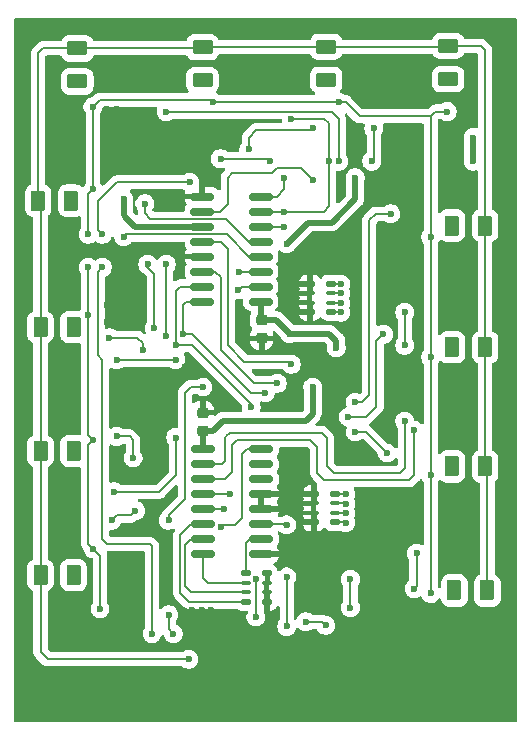
<source format=gbr>
%TF.GenerationSoftware,KiCad,Pcbnew,9.0.0*%
%TF.CreationDate,2025-04-21T19:22:59+08:00*%
%TF.ProjectId,transform,7472616e-7366-46f7-926d-2e6b69636164,rev?*%
%TF.SameCoordinates,Original*%
%TF.FileFunction,Copper,L2,Bot*%
%TF.FilePolarity,Positive*%
%FSLAX46Y46*%
G04 Gerber Fmt 4.6, Leading zero omitted, Abs format (unit mm)*
G04 Created by KiCad (PCBNEW 9.0.0) date 2025-04-21 19:22:59*
%MOMM*%
%LPD*%
G01*
G04 APERTURE LIST*
G04 Aperture macros list*
%AMRoundRect*
0 Rectangle with rounded corners*
0 $1 Rounding radius*
0 $2 $3 $4 $5 $6 $7 $8 $9 X,Y pos of 4 corners*
0 Add a 4 corners polygon primitive as box body*
4,1,4,$2,$3,$4,$5,$6,$7,$8,$9,$2,$3,0*
0 Add four circle primitives for the rounded corners*
1,1,$1+$1,$2,$3*
1,1,$1+$1,$4,$5*
1,1,$1+$1,$6,$7*
1,1,$1+$1,$8,$9*
0 Add four rect primitives between the rounded corners*
20,1,$1+$1,$2,$3,$4,$5,0*
20,1,$1+$1,$4,$5,$6,$7,0*
20,1,$1+$1,$6,$7,$8,$9,0*
20,1,$1+$1,$8,$9,$2,$3,0*%
G04 Aperture macros list end*
%TA.AperFunction,SMDPad,CuDef*%
%ADD10RoundRect,0.125000X-0.275000X-0.125000X0.275000X-0.125000X0.275000X0.125000X-0.275000X0.125000X0*%
%TD*%
%TA.AperFunction,SMDPad,CuDef*%
%ADD11RoundRect,0.100000X-0.300000X-0.100000X0.300000X-0.100000X0.300000X0.100000X-0.300000X0.100000X0*%
%TD*%
%TA.AperFunction,SMDPad,CuDef*%
%ADD12RoundRect,0.150000X0.825000X0.150000X-0.825000X0.150000X-0.825000X-0.150000X0.825000X-0.150000X0*%
%TD*%
%TA.AperFunction,SMDPad,CuDef*%
%ADD13RoundRect,0.150000X-0.825000X-0.150000X0.825000X-0.150000X0.825000X0.150000X-0.825000X0.150000X0*%
%TD*%
%TA.AperFunction,SMDPad,CuDef*%
%ADD14RoundRect,0.125000X0.275000X0.125000X-0.275000X0.125000X-0.275000X-0.125000X0.275000X-0.125000X0*%
%TD*%
%TA.AperFunction,SMDPad,CuDef*%
%ADD15RoundRect,0.100000X0.300000X0.100000X-0.300000X0.100000X-0.300000X-0.100000X0.300000X-0.100000X0*%
%TD*%
%TA.AperFunction,SMDPad,CuDef*%
%ADD16RoundRect,0.250000X0.375000X0.625000X-0.375000X0.625000X-0.375000X-0.625000X0.375000X-0.625000X0*%
%TD*%
%TA.AperFunction,SMDPad,CuDef*%
%ADD17RoundRect,0.250000X-0.625000X0.375000X-0.625000X-0.375000X0.625000X-0.375000X0.625000X0.375000X0*%
%TD*%
%TA.AperFunction,SMDPad,CuDef*%
%ADD18RoundRect,0.250000X-0.375000X-0.625000X0.375000X-0.625000X0.375000X0.625000X-0.375000X0.625000X0*%
%TD*%
%TA.AperFunction,SMDPad,CuDef*%
%ADD19RoundRect,0.225000X0.250000X-0.225000X0.250000X0.225000X-0.250000X0.225000X-0.250000X-0.225000X0*%
%TD*%
%TA.AperFunction,SMDPad,CuDef*%
%ADD20RoundRect,0.225000X-0.250000X0.225000X-0.250000X-0.225000X0.250000X-0.225000X0.250000X0.225000X0*%
%TD*%
%TA.AperFunction,ViaPad*%
%ADD21C,0.600000*%
%TD*%
%TA.AperFunction,Conductor*%
%ADD22C,0.200000*%
%TD*%
%TA.AperFunction,Conductor*%
%ADD23C,0.500000*%
%TD*%
G04 APERTURE END LIST*
D10*
%TO.P,RN4,8,R1.2*%
%TO.N,Net-(RN4-R1.2)*%
X70280000Y-120780000D03*
D11*
%TO.P,RN4,7,R2.2*%
%TO.N,Net-(RN4-R2.2)*%
X70280000Y-119980000D03*
%TO.P,RN4,6,R3.2*%
%TO.N,Net-(RN4-R3.2)*%
X70280000Y-119180000D03*
D10*
%TO.P,RN4,5,R4.2*%
%TO.N,Net-(RN4-R4.2)*%
X70280000Y-118380000D03*
%TO.P,RN4,4,R4.1*%
%TO.N,GND*%
X68480000Y-118380000D03*
D11*
%TO.P,RN4,3,R3.1*%
X68480000Y-119180000D03*
%TO.P,RN4,2,R2.1*%
X68480000Y-119980000D03*
D10*
%TO.P,RN4,1,R1.1*%
X68480000Y-120780000D03*
%TD*%
D12*
%TO.P,U6,16,VCC*%
%TO.N,+5V*%
X59100000Y-114596750D03*
%TO.P,U6,15,~{Y0}*%
%TO.N,/OCS8*%
X59100000Y-115866750D03*
%TO.P,U6,14,~{Y1}*%
%TO.N,/OCS9*%
X59100000Y-117136750D03*
%TO.P,U6,13,~{Y2}*%
%TO.N,/OCS10*%
X59100000Y-118406750D03*
%TO.P,U6,12,~{Y3}*%
%TO.N,/OCS11*%
X59100000Y-119676750D03*
%TO.P,U6,11,~{Y4}*%
%TO.N,Net-(RN5-R4.2)*%
X59100000Y-120946750D03*
%TO.P,U6,10,~{Y5}*%
%TO.N,Net-(RN5-R3.2)*%
X59100000Y-122216750D03*
%TO.P,U6,9,~{Y6}*%
%TO.N,Net-(RN5-R2.2)*%
X59100000Y-123486750D03*
%TO.P,U6,8,GND*%
%TO.N,GND*%
X64050000Y-123486750D03*
%TO.P,U6,7,~{Y7}*%
%TO.N,Net-(RN5-R1.2)*%
X64050000Y-122216750D03*
%TO.P,U6,6,E2*%
%TO.N,/A3*%
X64050000Y-120946750D03*
%TO.P,U6,5,~{E1}*%
%TO.N,GND*%
X64050000Y-119676750D03*
%TO.P,U6,4,~{E0}*%
X64050000Y-118406750D03*
%TO.P,U6,3,A2*%
%TO.N,/A2*%
X64050000Y-117136750D03*
%TO.P,U6,2,A1*%
%TO.N,/A1*%
X64050000Y-115866750D03*
%TO.P,U6,1,A0*%
%TO.N,/A0*%
X64050000Y-114596750D03*
%TD*%
D13*
%TO.P,U7,16,VCC*%
%TO.N,+5V*%
X64000000Y-102086750D03*
%TO.P,U7,15,~{Y0}*%
%TO.N,/OCS0*%
X64000000Y-100816750D03*
%TO.P,U7,14,~{Y1}*%
%TO.N,/OCS1*%
X64000000Y-99546750D03*
%TO.P,U7,13,~{Y2}*%
%TO.N,/OCS2*%
X64000000Y-98276750D03*
%TO.P,U7,12,~{Y3}*%
%TO.N,/OCS3*%
X64000000Y-97006750D03*
%TO.P,U7,11,~{Y4}*%
%TO.N,/OCS4*%
X64000000Y-95736750D03*
%TO.P,U7,10,~{Y5}*%
%TO.N,/OCS5*%
X64000000Y-94466750D03*
%TO.P,U7,9,~{Y6}*%
%TO.N,/OCS6*%
X64000000Y-93196750D03*
%TO.P,U7,8,GND*%
%TO.N,GND*%
X59050000Y-93196750D03*
%TO.P,U7,7,~{Y7}*%
%TO.N,/OCS7*%
X59050000Y-94466750D03*
%TO.P,U7,6,E2*%
%TO.N,+5V*%
X59050000Y-95736750D03*
%TO.P,U7,5,~{E1}*%
%TO.N,/A3*%
X59050000Y-97006750D03*
%TO.P,U7,4,~{E0}*%
%TO.N,GND*%
X59050000Y-98276750D03*
%TO.P,U7,3,A2*%
%TO.N,/A2*%
X59050000Y-99546750D03*
%TO.P,U7,2,A1*%
%TO.N,/A1*%
X59050000Y-100816750D03*
%TO.P,U7,1,A0*%
%TO.N,/A0*%
X59050000Y-102086750D03*
%TD*%
D14*
%TO.P,RN5,1,R1.1*%
%TO.N,GND*%
X64520000Y-125100000D03*
D15*
%TO.P,RN5,2,R2.1*%
X64520000Y-125900000D03*
%TO.P,RN5,3,R3.1*%
X64520000Y-126700000D03*
D14*
%TO.P,RN5,4,R4.1*%
X64520000Y-127500000D03*
%TO.P,RN5,5,R4.2*%
%TO.N,Net-(RN5-R4.2)*%
X62720000Y-127500000D03*
D15*
%TO.P,RN5,6,R3.2*%
%TO.N,Net-(RN5-R3.2)*%
X62720000Y-126700000D03*
%TO.P,RN5,7,R2.2*%
%TO.N,Net-(RN5-R2.2)*%
X62720000Y-125900000D03*
D14*
%TO.P,RN5,8,R1.2*%
%TO.N,Net-(RN5-R1.2)*%
X62720000Y-125100000D03*
%TD*%
D10*
%TO.P,RN3,1,R1.1*%
%TO.N,GND*%
X68160000Y-102980000D03*
D11*
%TO.P,RN3,2,R2.1*%
X68160000Y-102180000D03*
%TO.P,RN3,3,R3.1*%
X68160000Y-101380000D03*
D10*
%TO.P,RN3,4,R4.1*%
X68160000Y-100580000D03*
%TO.P,RN3,5,R4.2*%
%TO.N,Net-(RN3-R4.2)*%
X69960000Y-100580000D03*
D11*
%TO.P,RN3,6,R3.2*%
%TO.N,Net-(RN3-R3.2)*%
X69960000Y-101380000D03*
%TO.P,RN3,7,R2.2*%
%TO.N,Net-(RN3-R2.2)*%
X69960000Y-102180000D03*
D10*
%TO.P,RN3,8,R1.2*%
%TO.N,Net-(RN3-R1.2)*%
X69960000Y-102980000D03*
%TD*%
D16*
%TO.P,D13,1,K*%
%TO.N,/IRQ*%
X83200000Y-126550000D03*
%TO.P,D13,2,A*%
%TO.N,/IRQ11*%
X80400000Y-126550000D03*
%TD*%
%TO.P,D12,1,K*%
%TO.N,/IRQ*%
X83000000Y-116050000D03*
%TO.P,D12,2,A*%
%TO.N,/IRQ10*%
X80200000Y-116050000D03*
%TD*%
%TO.P,D11,1,K*%
%TO.N,/IRQ*%
X83000000Y-105950000D03*
%TO.P,D11,2,A*%
%TO.N,/IRQ9*%
X80200000Y-105950000D03*
%TD*%
%TO.P,D10,1,K*%
%TO.N,/IRQ*%
X83000000Y-95650000D03*
%TO.P,D10,2,A*%
%TO.N,/IRQ8*%
X80200000Y-95650000D03*
%TD*%
D17*
%TO.P,D9,1,K*%
%TO.N,/IRQ*%
X69550000Y-80520000D03*
%TO.P,D9,2,A*%
%TO.N,/IRQ7*%
X69550000Y-83320000D03*
%TD*%
%TO.P,D8,1,K*%
%TO.N,/IRQ*%
X79880000Y-80450000D03*
%TO.P,D8,2,A*%
%TO.N,/IRQ6*%
X79880000Y-83250000D03*
%TD*%
%TO.P,D7,1,K*%
%TO.N,/IRQ*%
X59080000Y-80550000D03*
%TO.P,D7,2,A*%
%TO.N,/IRQ5*%
X59080000Y-83350000D03*
%TD*%
%TO.P,D6,1,K*%
%TO.N,/IRQ*%
X48480000Y-80650000D03*
%TO.P,D6,2,A*%
%TO.N,/IRQ4*%
X48480000Y-83450000D03*
%TD*%
D18*
%TO.P,D5,1,K*%
%TO.N,/IRQ*%
X45160000Y-93550000D03*
%TO.P,D5,2,A*%
%TO.N,/IRQ3*%
X47960000Y-93550000D03*
%TD*%
%TO.P,D4,1,K*%
%TO.N,/IRQ*%
X45360000Y-104250000D03*
%TO.P,D4,2,A*%
%TO.N,/IRQ22*%
X48160000Y-104250000D03*
%TD*%
%TO.P,D3,1,K*%
%TO.N,/IRQ*%
X45360000Y-114750000D03*
%TO.P,D3,2,A*%
%TO.N,/IRQ1*%
X48160000Y-114750000D03*
%TD*%
%TO.P,D2,1,K*%
%TO.N,/IRQ*%
X45360000Y-125250000D03*
%TO.P,D2,2,A*%
%TO.N,/IRQ0*%
X48160000Y-125250000D03*
%TD*%
D19*
%TO.P,C45,1*%
%TO.N,+5V*%
X59079939Y-113035014D03*
%TO.P,C45,2*%
%TO.N,GND*%
X59079939Y-111485014D03*
%TD*%
D20*
%TO.P,C44,1*%
%TO.N,+5V*%
X64079939Y-103665010D03*
%TO.P,C44,2*%
%TO.N,GND*%
X64079939Y-105215010D03*
%TD*%
D21*
%TO.N,GND*%
X50800000Y-91800000D03*
X44000000Y-86200000D03*
X44000000Y-84800000D03*
X44000000Y-83600000D03*
X44200000Y-82200000D03*
X48197330Y-112756990D03*
%TO.N,/OCS1*%
X56800000Y-107000000D03*
%TO.N,/A1*%
X56800000Y-105800000D03*
%TO.N,GND*%
X58200000Y-128200000D03*
X59800000Y-128200000D03*
X51000000Y-85800000D03*
X51800000Y-85800000D03*
%TO.N,/CONFIG*%
X49400000Y-96400000D03*
%TO.N,/SDA*%
X50600000Y-96400000D03*
X50600000Y-99200000D03*
%TO.N,/CONFIG*%
X49400000Y-99200000D03*
%TO.N,GND*%
X68480000Y-120780000D03*
X71800000Y-99600000D03*
X72000000Y-101400000D03*
X71800000Y-103600000D03*
X71800000Y-104800000D03*
X71800000Y-106200000D03*
X71800000Y-107600000D03*
X57600000Y-107600000D03*
X51000000Y-103800000D03*
X51000000Y-102400000D03*
X51200000Y-101200000D03*
X78600000Y-129400000D03*
X78400000Y-128400000D03*
X75000000Y-102400000D03*
X75200000Y-99800000D03*
X75200000Y-101200000D03*
X75400000Y-98800000D03*
X76400000Y-97200000D03*
X75400000Y-97400000D03*
X75400000Y-96000000D03*
X76800000Y-96000000D03*
X77400000Y-98000000D03*
X80400000Y-92600000D03*
X79400000Y-92600000D03*
X77000000Y-92800000D03*
X75400000Y-92600000D03*
X73600000Y-92800000D03*
X80400000Y-88000000D03*
X81400000Y-86800000D03*
X82000000Y-85200000D03*
X72600000Y-85200000D03*
X71600000Y-87200000D03*
X50200000Y-81800000D03*
X52400000Y-79600000D03*
X50800000Y-79000000D03*
X48800000Y-79200000D03*
X47000000Y-79000000D03*
X61073670Y-83355990D03*
X60400000Y-87200000D03*
X59800000Y-88400000D03*
X59200000Y-87400000D03*
X48037330Y-91556990D03*
X48117330Y-102156990D03*
X51600000Y-108400000D03*
X51600000Y-110000000D03*
X51600000Y-111800000D03*
X48134320Y-123300000D03*
X60200000Y-129800000D03*
X61000000Y-129800000D03*
X60800000Y-130800000D03*
X59800000Y-130800000D03*
X70200000Y-128400000D03*
X71000000Y-129600000D03*
X71400000Y-130600000D03*
X74200000Y-122600000D03*
X75800000Y-122600000D03*
X76000000Y-120200000D03*
X74200000Y-121200000D03*
X74200000Y-118400000D03*
X75200000Y-119000000D03*
X77000000Y-118800000D03*
X77400000Y-106200000D03*
X77200000Y-107800000D03*
X77200000Y-108800000D03*
%TO.N,/CONFIG*%
X49400000Y-103200000D03*
%TO.N,/IRQ*%
X57900000Y-132370340D03*
%TO.N,Net-(RN3-R1.2)*%
X70800000Y-103000009D03*
%TO.N,Net-(RN3-R2.2)*%
X70800000Y-102200006D03*
%TO.N,Net-(RN3-R3.2)*%
X70800000Y-101400003D03*
%TO.N,Net-(RN3-R4.2)*%
X70800000Y-100600000D03*
%TO.N,Net-(RN4-R1.2)*%
X71200000Y-120800000D03*
%TO.N,Net-(RN4-R2.2)*%
X71200000Y-120000000D03*
%TO.N,Net-(RN4-R3.2)*%
X71200000Y-119200000D03*
%TO.N,Net-(RN4-R4.2)*%
X71200000Y-118400000D03*
%TO.N,+5V*%
X68420000Y-109320000D03*
X66469980Y-104800000D03*
X66200000Y-97200000D03*
X70400000Y-106000000D03*
X72000000Y-91600000D03*
X52400000Y-93400000D03*
%TO.N,/SDA*%
X54800000Y-130200000D03*
X58000000Y-92000000D03*
%TO.N,/SCK*%
X56600000Y-130200000D03*
X56200000Y-128600000D03*
X56200000Y-120600000D03*
X59120000Y-109320000D03*
%TO.N,/OCS7*%
X73400000Y-90200000D03*
X68400000Y-91800000D03*
%TO.N,/OCS4*%
X70600000Y-90200000D03*
%TO.N,/OCS5*%
X69800000Y-90200000D03*
%TO.N,/OCS4*%
X66000000Y-95736750D03*
%TO.N,/OCS5*%
X66000000Y-94466750D03*
%TO.N,/OCS7*%
X73576000Y-87424971D03*
%TO.N,/A3*%
X66200000Y-129600000D03*
X66200000Y-125400000D03*
%TO.N,/A1*%
X63600000Y-128800000D03*
%TO.N,/A2*%
X71600000Y-128000000D03*
X71600000Y-125600000D03*
%TO.N,/A0*%
X60600000Y-121200000D03*
%TO.N,/A1*%
X69500000Y-129500000D03*
X67800000Y-129200000D03*
X63600000Y-125600000D03*
X63200000Y-111000000D03*
%TO.N,/A0*%
X64400000Y-109800000D03*
%TO.N,/A1*%
X64050000Y-115866750D03*
%TO.N,/A0*%
X64050000Y-114596750D03*
X57400000Y-104800000D03*
%TO.N,/A2*%
X65400000Y-109000000D03*
%TO.N,/A3*%
X66600000Y-107400000D03*
X66200000Y-121000000D03*
%TO.N,/A2*%
X64050000Y-117136750D03*
%TO.N,/A3*%
X64050000Y-120946750D03*
%TO.N,/OCS1*%
X62200000Y-99546750D03*
%TO.N,/OCS0*%
X62100000Y-101100000D03*
%TO.N,/CONFIG*%
X49800000Y-123000000D03*
X50400000Y-128100000D03*
%TO.N,+5V*%
X82000000Y-90200000D03*
X82000000Y-88200000D03*
%TO.N,/CONFIG*%
X49800000Y-92600000D03*
X49800000Y-113800000D03*
%TO.N,/OCS4*%
X56000000Y-85999000D03*
%TO.N,/CONFIG*%
X49800000Y-85600000D03*
X60000000Y-85200000D03*
X70600000Y-85200000D03*
X79800000Y-86000000D03*
X78400000Y-96600000D03*
X78400000Y-106800000D03*
X78400000Y-126800000D03*
X78400000Y-116800000D03*
%TO.N,/IRQ1*%
X48197330Y-114756990D03*
%TO.N,/IRQ0*%
X48134320Y-125300000D03*
%TO.N,/IRQ11*%
X80282670Y-126454660D03*
%TO.N,/IRQ10*%
X80186670Y-116110485D03*
%TO.N,/IRQ9*%
X80290670Y-105854660D03*
%TO.N,/IRQ8*%
X80194670Y-95654660D03*
%TO.N,/IRQ6*%
X79976000Y-83235990D03*
%TO.N,/IRQ7*%
X69576000Y-83331990D03*
%TO.N,/IRQ5*%
X59073670Y-83355990D03*
%TO.N,/IRQ4*%
X48480000Y-83450000D03*
%TO.N,/IRQ3*%
X48037330Y-93556990D03*
%TO.N,/IRQ22*%
X48117330Y-104156990D03*
%TO.N,/OCS10*%
X61400000Y-118406750D03*
X77000000Y-126400000D03*
%TO.N,/OCS0*%
X56800000Y-113600000D03*
%TO.N,/OCS8*%
X76200000Y-103000000D03*
X76200000Y-105800000D03*
X76200000Y-112200000D03*
%TO.N,/OCS9*%
X77000000Y-113000000D03*
%TO.N,/OCS10*%
X77200000Y-123400000D03*
%TO.N,/OCS11*%
X60876750Y-119676750D03*
%TO.N,/OCS0*%
X51599000Y-118200000D03*
%TO.N,/OCS1*%
X51799000Y-107000000D03*
%TO.N,/OCS2*%
X52400000Y-96600000D03*
%TO.N,/SCK3*%
X54433607Y-98950000D03*
%TO.N,/OCS3*%
X54201516Y-93795276D03*
%TO.N,/OCS5*%
X66600000Y-86600000D03*
%TO.N,/OCS6*%
X66000000Y-91600000D03*
%TO.N,/SCK0*%
X51400000Y-120600000D03*
X53400000Y-119800000D03*
%TO.N,/SCK1*%
X51799000Y-113509343D03*
X53200001Y-115331370D03*
%TO.N,/SCK2*%
X51198000Y-105156990D03*
X54000000Y-106200000D03*
%TO.N,/SCK3*%
X55000000Y-104360000D03*
%TO.N,/SCK4*%
X56000000Y-98950000D03*
X56000000Y-105000000D03*
%TO.N,/SCK5*%
X64800000Y-90200000D03*
X60600000Y-90000000D03*
%TO.N,/SCK7*%
X68400000Y-87400000D03*
X63000000Y-89200000D03*
%TO.N,/SCK8*%
X72000000Y-110590000D03*
%TO.N,/SCK9*%
X71400000Y-111860000D03*
%TO.N,/SCK10*%
X72000000Y-113130000D03*
X74700000Y-114910485D03*
%TO.N,/SCK9*%
X74399000Y-104854660D03*
%TO.N,/SCK8*%
X75000000Y-94654660D03*
%TO.N,GND*%
X59000000Y-128200000D03*
%TD*%
D22*
%TO.N,/CONFIG*%
X59800000Y-85000000D02*
X60000000Y-85200000D01*
X50400000Y-85000000D02*
X59800000Y-85000000D01*
X49800000Y-85600000D02*
X50400000Y-85000000D01*
X49400000Y-93000000D02*
X49800000Y-92600000D01*
X49400000Y-96400000D02*
X49400000Y-93000000D01*
%TO.N,/SDA*%
X51800000Y-92000000D02*
X58000000Y-92000000D01*
X50200000Y-96000000D02*
X50200000Y-93600000D01*
X50200000Y-93600000D02*
X51800000Y-92000000D01*
X50600000Y-96400000D02*
X50200000Y-96000000D01*
X54600000Y-122600000D02*
X54800000Y-122800000D01*
X51000000Y-122600000D02*
X54600000Y-122600000D01*
X50600000Y-122200000D02*
X51000000Y-122600000D01*
X50600000Y-114132786D02*
X50600000Y-122200000D01*
X50601000Y-114131786D02*
X50600000Y-114132786D01*
X50601000Y-113468214D02*
X50601000Y-114131786D01*
X50600000Y-107000000D02*
X50600000Y-113467214D01*
X50200000Y-99600000D02*
X50200000Y-106600000D01*
X50600000Y-99200000D02*
X50200000Y-99600000D01*
X50600000Y-113467214D02*
X50601000Y-113468214D01*
X54800000Y-122800000D02*
X54800000Y-130200000D01*
X50200000Y-106600000D02*
X50600000Y-107000000D01*
D23*
%TO.N,+5V*%
X70400000Y-105400000D02*
X69800000Y-104800000D01*
X69800000Y-104800000D02*
X66469980Y-104800000D01*
X70400000Y-106000000D02*
X70400000Y-105400000D01*
D22*
%TO.N,/SCK3*%
X54399000Y-99131786D02*
X55000000Y-99732786D01*
X54399000Y-98984607D02*
X54399000Y-99131786D01*
X55000000Y-99732786D02*
X55000000Y-104360000D01*
X54433607Y-98950000D02*
X54399000Y-98984607D01*
%TO.N,/SCK4*%
X56000000Y-98950000D02*
X56000000Y-105000000D01*
%TO.N,/OCS3*%
X63006750Y-97006750D02*
X64000000Y-97006750D01*
X61067750Y-95067750D02*
X63006750Y-97006750D01*
X54200000Y-94600000D02*
X54667750Y-95067750D01*
X54667750Y-95067750D02*
X61067750Y-95067750D01*
X54200000Y-93796792D02*
X54200000Y-94600000D01*
X54201516Y-93795276D02*
X54200000Y-93796792D01*
%TO.N,/OCS8*%
X61400000Y-113200000D02*
X61100000Y-113500000D01*
X62600000Y-113200000D02*
X61400000Y-113200000D01*
X61100000Y-113500000D02*
X61000000Y-113600000D01*
X69600000Y-116000000D02*
X69600000Y-113600000D01*
X69600000Y-113600000D02*
X69200000Y-113200000D01*
X69200000Y-113200000D02*
X62600000Y-113200000D01*
X70200000Y-116600000D02*
X69600000Y-116000000D01*
X75800000Y-116600000D02*
X70200000Y-116600000D01*
X76200000Y-112200000D02*
X76200000Y-116200000D01*
X76200000Y-116200000D02*
X75800000Y-116600000D01*
%TO.N,/OCS9*%
X68200000Y-113800000D02*
X68800000Y-114400000D01*
X77000000Y-116800000D02*
X77000000Y-113000000D01*
X76600000Y-117200000D02*
X77000000Y-116800000D01*
X69400000Y-117200000D02*
X76600000Y-117200000D01*
X68800000Y-116600000D02*
X69400000Y-117200000D01*
X68800000Y-114400000D02*
X68800000Y-116600000D01*
X62000000Y-113800000D02*
X68200000Y-113800000D01*
X61000000Y-117136750D02*
X61600000Y-116536750D01*
X61600000Y-114200000D02*
X62000000Y-113800000D01*
X59100000Y-117136750D02*
X61000000Y-117136750D01*
X61600000Y-116536750D02*
X61600000Y-114200000D01*
%TO.N,/CONFIG*%
X49400000Y-113400000D02*
X49800000Y-113800000D01*
X49400000Y-103200000D02*
X49400000Y-99200000D01*
X49400000Y-103200000D02*
X49400000Y-113400000D01*
%TO.N,/IRQ*%
X45970340Y-132370340D02*
X45360000Y-131760000D01*
X57900000Y-132370340D02*
X45970340Y-132370340D01*
X45360000Y-131760000D02*
X45360000Y-125250000D01*
%TO.N,Net-(RN3-R4.2)*%
X70780000Y-100580000D02*
X70800000Y-100600000D01*
X69960000Y-100580000D02*
X70780000Y-100580000D01*
%TO.N,Net-(RN3-R3.2)*%
X70779997Y-101380000D02*
X70800000Y-101400003D01*
X69960000Y-101380000D02*
X70779997Y-101380000D01*
%TO.N,Net-(RN3-R2.2)*%
X70779994Y-102180000D02*
X70800000Y-102200006D01*
X69960000Y-102180000D02*
X70779994Y-102180000D01*
%TO.N,Net-(RN3-R1.2)*%
X70779991Y-102980000D02*
X70800000Y-103000009D01*
X69960000Y-102980000D02*
X70779991Y-102980000D01*
%TO.N,Net-(RN4-R4.2)*%
X71180000Y-118380000D02*
X71200000Y-118400000D01*
X70280000Y-118380000D02*
X71180000Y-118380000D01*
%TO.N,Net-(RN4-R3.2)*%
X71180000Y-119180000D02*
X71200000Y-119200000D01*
X70280000Y-119180000D02*
X71180000Y-119180000D01*
%TO.N,Net-(RN4-R2.2)*%
X71180000Y-119980000D02*
X71200000Y-120000000D01*
X70280000Y-119980000D02*
X71180000Y-119980000D01*
%TO.N,Net-(RN4-R1.2)*%
X71180000Y-120780000D02*
X71200000Y-120800000D01*
X70280000Y-120780000D02*
X71180000Y-120780000D01*
%TO.N,Net-(RN5-R2.2)*%
X59500000Y-125900000D02*
X62720000Y-125900000D01*
X59100000Y-125500000D02*
X59500000Y-125900000D01*
X59100000Y-123486750D02*
X59100000Y-125500000D01*
%TO.N,Net-(RN5-R3.2)*%
X58100000Y-126700000D02*
X62720000Y-126700000D01*
X57600000Y-126200000D02*
X58100000Y-126700000D01*
X57600000Y-122741751D02*
X57600000Y-126200000D01*
X59100000Y-122216750D02*
X58125001Y-122216750D01*
X58125001Y-122216750D02*
X57600000Y-122741751D01*
%TO.N,Net-(RN5-R4.2)*%
X57199000Y-121872751D02*
X58125001Y-120946750D01*
X57199000Y-126799000D02*
X57199000Y-121872751D01*
X57900000Y-127500000D02*
X57199000Y-126799000D01*
X62720000Y-127500000D02*
X57900000Y-127500000D01*
X58125001Y-120946750D02*
X59100000Y-120946750D01*
%TO.N,Net-(RN5-R1.2)*%
X63075001Y-122216750D02*
X64050000Y-122216750D01*
X62720000Y-122571751D02*
X63075001Y-122216750D01*
X62720000Y-125100000D02*
X62720000Y-122571751D01*
D23*
%TO.N,+5V*%
X67800000Y-112200000D02*
X68400000Y-111600000D01*
X68400000Y-111600000D02*
X68400000Y-109400000D01*
X66600000Y-112200000D02*
X67800000Y-112200000D01*
X60800000Y-112200000D02*
X66600000Y-112200000D01*
X59964986Y-113035014D02*
X60800000Y-112200000D01*
X59079939Y-113035014D02*
X59964986Y-113035014D01*
D22*
%TO.N,/A2*%
X60146750Y-99546750D02*
X59050000Y-99546750D01*
X60600000Y-106200000D02*
X60600000Y-100000000D01*
X60600000Y-100000000D02*
X60146750Y-99546750D01*
X63400000Y-109000000D02*
X60600000Y-106200000D01*
X65400000Y-109000000D02*
X63400000Y-109000000D01*
%TO.N,/A0*%
X58200000Y-104800000D02*
X57400000Y-104800000D01*
X63200000Y-109800000D02*
X58200000Y-104800000D01*
X64400000Y-109800000D02*
X63200000Y-109800000D01*
D23*
%TO.N,+5V*%
X66469980Y-104800000D02*
X65334990Y-103665010D01*
X65334990Y-103665010D02*
X64079939Y-103665010D01*
X68000000Y-95400000D02*
X66200000Y-97200000D01*
X72000000Y-93400000D02*
X70000000Y-95400000D01*
X70000000Y-95400000D02*
X68000000Y-95400000D01*
X72000000Y-91600000D02*
X72000000Y-93400000D01*
X64000000Y-103585071D02*
X64079939Y-103665010D01*
X64000000Y-102086750D02*
X64000000Y-103585071D01*
X52600000Y-95000000D02*
X52400000Y-94800000D01*
X52400000Y-94800000D02*
X52400000Y-93400000D01*
X53336750Y-95736750D02*
X52600000Y-95000000D01*
X59050000Y-95736750D02*
X53336750Y-95736750D01*
X59079939Y-114576689D02*
X59100000Y-114596750D01*
X59079939Y-113035014D02*
X59079939Y-114576689D01*
D22*
%TO.N,/SCK1*%
X53200001Y-113800001D02*
X53200001Y-115331370D01*
X52909343Y-113509343D02*
X53200001Y-113800001D01*
X51799000Y-113509343D02*
X52909343Y-113509343D01*
%TO.N,/OCS0*%
X51599000Y-118200000D02*
X55400000Y-118200000D01*
X55400000Y-118200000D02*
X56800000Y-116800000D01*
X56800000Y-116800000D02*
X56800000Y-113600000D01*
%TO.N,/CONFIG*%
X50400000Y-123600000D02*
X49800000Y-123000000D01*
X50400000Y-128100000D02*
X50400000Y-123600000D01*
X49400000Y-114200000D02*
X49800000Y-113800000D01*
X49400000Y-122600000D02*
X49400000Y-114200000D01*
X49800000Y-123000000D02*
X49400000Y-122600000D01*
%TO.N,/SCK2*%
X53556990Y-105156990D02*
X54000000Y-105600000D01*
X54000000Y-105600000D02*
X54000000Y-106200000D01*
X51198000Y-105156990D02*
X53556990Y-105156990D01*
%TO.N,/SCK*%
X56200000Y-129800000D02*
X56600000Y-130200000D01*
X56200000Y-128600000D02*
X56200000Y-129800000D01*
X56200000Y-120200000D02*
X56200000Y-120600000D01*
X57600000Y-115400000D02*
X57600000Y-118800000D01*
X57601000Y-115399000D02*
X57600000Y-115400000D01*
X57601000Y-109799000D02*
X57601000Y-115399000D01*
X57600000Y-118800000D02*
X56200000Y-120200000D01*
X58080000Y-109320000D02*
X57601000Y-109799000D01*
X59120000Y-109320000D02*
X58080000Y-109320000D01*
%TO.N,/OCS7*%
X67400000Y-90800000D02*
X68400000Y-91800000D01*
X66400000Y-90800000D02*
X67400000Y-90800000D01*
X65400000Y-90800000D02*
X66400000Y-90800000D01*
X61600000Y-91200000D02*
X65000000Y-91200000D01*
X61200000Y-91600000D02*
X61600000Y-91200000D01*
X61200000Y-93800000D02*
X61200000Y-92800000D01*
X60600000Y-94400000D02*
X61200000Y-93800000D01*
X65000000Y-91200000D02*
X65400000Y-90800000D01*
X60533250Y-94466750D02*
X60600000Y-94400000D01*
X61200000Y-92800000D02*
X61200000Y-91600000D01*
X59050000Y-94466750D02*
X60533250Y-94466750D01*
X73576000Y-90024000D02*
X73400000Y-90200000D01*
X73576000Y-87424971D02*
X73576000Y-90024000D01*
%TO.N,/OCS4*%
X66000000Y-95736750D02*
X64000000Y-95736750D01*
%TO.N,/OCS5*%
X66000000Y-94466750D02*
X69333250Y-94466750D01*
%TO.N,/OCS2*%
X63025001Y-98276750D02*
X64000000Y-98276750D01*
X61154001Y-96405750D02*
X63025001Y-98276750D01*
X52594250Y-96405750D02*
X61154001Y-96405750D01*
X52400000Y-96600000D02*
X52594250Y-96405750D01*
%TO.N,/A3*%
X62600000Y-107200000D02*
X66400000Y-107200000D01*
X61200000Y-105800000D02*
X62600000Y-107200000D01*
X66400000Y-107200000D02*
X66600000Y-107400000D01*
X61200000Y-97600000D02*
X61200000Y-105800000D01*
X60606750Y-97006750D02*
X61200000Y-97600000D01*
X59050000Y-97006750D02*
X60606750Y-97006750D01*
X66200000Y-125400000D02*
X66200000Y-129600000D01*
%TO.N,/A1*%
X69500000Y-129500000D02*
X69200000Y-129200000D01*
X69200000Y-129200000D02*
X67800000Y-129200000D01*
%TO.N,/A2*%
X71600000Y-125600000D02*
X71600000Y-128000000D01*
%TO.N,/A0*%
X60800000Y-121000000D02*
X60600000Y-121200000D01*
X61800000Y-121000000D02*
X60800000Y-121000000D01*
X62400000Y-120400000D02*
X61800000Y-121000000D01*
X62400000Y-119200000D02*
X62400000Y-120400000D01*
X62400000Y-115000000D02*
X62400000Y-119200000D01*
X62803250Y-114596750D02*
X62400000Y-115000000D01*
X64050000Y-114596750D02*
X62803250Y-114596750D01*
%TO.N,/A1*%
X63600000Y-125600000D02*
X63600000Y-128800000D01*
%TO.N,/A0*%
X57400000Y-102400000D02*
X57400000Y-104800000D01*
X57713250Y-102086750D02*
X57400000Y-102400000D01*
X59050000Y-102086750D02*
X57713250Y-102086750D01*
%TO.N,/OCS0*%
X62383250Y-100816750D02*
X64000000Y-100816750D01*
X62100000Y-101100000D02*
X62383250Y-100816750D01*
%TO.N,/OCS1*%
X62200000Y-99546750D02*
X64000000Y-99546750D01*
%TO.N,/A3*%
X66000000Y-121000000D02*
X65946750Y-120946750D01*
X65946750Y-120946750D02*
X64050000Y-120946750D01*
X66200000Y-121000000D02*
X66000000Y-121000000D01*
D23*
%TO.N,+5V*%
X82000000Y-88200000D02*
X82000000Y-90200000D01*
D22*
%TO.N,/CONFIG*%
X49800000Y-85600000D02*
X49800000Y-92600000D01*
%TO.N,/OCS4*%
X70600000Y-86600000D02*
X70600000Y-90200000D01*
X70000000Y-86000000D02*
X70600000Y-86600000D01*
X56001000Y-86000000D02*
X70000000Y-86000000D01*
X56000000Y-85999000D02*
X56001000Y-86000000D01*
%TO.N,/CONFIG*%
X70600000Y-85200000D02*
X60000000Y-85200000D01*
X79800000Y-86000000D02*
X78800000Y-86000000D01*
X78400000Y-86400000D02*
X78800000Y-86000000D01*
X78400000Y-96600000D02*
X78400000Y-86400000D01*
X78400000Y-106800000D02*
X78400000Y-96600000D01*
X78400000Y-116800000D02*
X78400000Y-106800000D01*
X78400000Y-116800000D02*
X78400000Y-126800000D01*
%TO.N,/IRQ*%
X45360000Y-114750000D02*
X45360000Y-125250000D01*
X45360000Y-104250000D02*
X45360000Y-114750000D01*
X45360000Y-93760000D02*
X45360000Y-104250000D01*
X45160000Y-93560000D02*
X45360000Y-93760000D01*
X45160000Y-93550000D02*
X45160000Y-93560000D01*
X45160000Y-81040000D02*
X45160000Y-93550000D01*
X45550000Y-80650000D02*
X45160000Y-81040000D01*
X48480000Y-80650000D02*
X45550000Y-80650000D01*
X58550000Y-80650000D02*
X48480000Y-80650000D01*
X58650000Y-80550000D02*
X58550000Y-80650000D01*
X59080000Y-80550000D02*
X58650000Y-80550000D01*
X69450000Y-80550000D02*
X59080000Y-80550000D01*
X69480000Y-80520000D02*
X69450000Y-80550000D01*
X69550000Y-80520000D02*
X69480000Y-80520000D01*
X79580000Y-80520000D02*
X69550000Y-80520000D01*
X79650000Y-80450000D02*
X79580000Y-80520000D01*
X79880000Y-80450000D02*
X79650000Y-80450000D01*
X82650000Y-80450000D02*
X79880000Y-80450000D01*
X83000000Y-80800000D02*
X82650000Y-80450000D01*
X83000000Y-95650000D02*
X83000000Y-80800000D01*
X83000000Y-105950000D02*
X83000000Y-95650000D01*
X83000000Y-116050000D02*
X83000000Y-105950000D01*
X83200000Y-116250000D02*
X83000000Y-116050000D01*
X83200000Y-126550000D02*
X83200000Y-116250000D01*
%TO.N,/SCK8*%
X72609000Y-110590000D02*
X72000000Y-110590000D01*
X73745340Y-94654660D02*
X73199000Y-95201000D01*
X73199000Y-95201000D02*
X73199000Y-110000000D01*
X75000000Y-94654660D02*
X73745340Y-94654660D01*
X73199000Y-110000000D02*
X72609000Y-110590000D01*
%TO.N,/OCS10*%
X77200000Y-126200000D02*
X77000000Y-126400000D01*
X77200000Y-123400000D02*
X77200000Y-126200000D01*
X61400000Y-118406750D02*
X61406750Y-118406750D01*
%TO.N,/SCK0*%
X51800000Y-120200000D02*
X53000000Y-120200000D01*
X53000000Y-120200000D02*
X53400000Y-119800000D01*
X51400000Y-120600000D02*
X51800000Y-120200000D01*
%TO.N,/OCS8*%
X76200000Y-105800000D02*
X76200000Y-103000000D01*
%TO.N,/SCK9*%
X73800000Y-111000000D02*
X72940000Y-111860000D01*
X74345340Y-104854660D02*
X73800000Y-105400000D01*
X73800000Y-105400000D02*
X73800000Y-111000000D01*
X74399000Y-104854660D02*
X74345340Y-104854660D01*
X72940000Y-111860000D02*
X71400000Y-111860000D01*
%TO.N,/OCS8*%
X61000000Y-115600000D02*
X61000000Y-113600000D01*
X60733250Y-115866750D02*
X61000000Y-115600000D01*
X59100000Y-115866750D02*
X60733250Y-115866750D01*
%TO.N,/SCK10*%
X74700000Y-114900000D02*
X72930000Y-113130000D01*
X74700000Y-114910485D02*
X74700000Y-114900000D01*
X72930000Y-113130000D02*
X72000000Y-113130000D01*
%TO.N,/OCS10*%
X59100000Y-118406750D02*
X61400000Y-118406750D01*
%TO.N,/OCS11*%
X59100000Y-119676750D02*
X60876750Y-119676750D01*
%TO.N,/SCK5*%
X64600000Y-90000000D02*
X64800000Y-90200000D01*
X60600000Y-90000000D02*
X64600000Y-90000000D01*
%TO.N,/OCS5*%
X69800000Y-87000000D02*
X69400000Y-86600000D01*
X69333250Y-94466750D02*
X69800000Y-94000000D01*
X64000000Y-94466750D02*
X66000000Y-94466750D01*
X69800000Y-94000000D02*
X69800000Y-87000000D01*
X69400000Y-86600000D02*
X66600000Y-86600000D01*
%TO.N,/OCS6*%
X66000000Y-92600000D02*
X66000000Y-91600000D01*
X65403250Y-93196750D02*
X66000000Y-92600000D01*
X64000000Y-93196750D02*
X65403250Y-93196750D01*
%TO.N,/SCK7*%
X63000000Y-88200000D02*
X63000000Y-89200000D01*
X68200000Y-87600000D02*
X63600000Y-87600000D01*
X63600000Y-87600000D02*
X63000000Y-88200000D01*
X68400000Y-87400000D02*
X68200000Y-87600000D01*
%TO.N,/CONFIG*%
X78400000Y-86400000D02*
X72400000Y-86400000D01*
X71200000Y-85200000D02*
X72400000Y-86400000D01*
X70600000Y-85200000D02*
X71200000Y-85200000D01*
%TO.N,/A1*%
X63200000Y-111000000D02*
X63200000Y-110800000D01*
X63200000Y-110800000D02*
X58200000Y-105800000D01*
X59050000Y-100816750D02*
X57183250Y-100816750D01*
X56800000Y-101200000D02*
X56800000Y-105800000D01*
X57183250Y-100816750D02*
X56800000Y-101200000D01*
X58200000Y-105800000D02*
X56800000Y-105800000D01*
%TO.N,/OCS1*%
X51799000Y-107000000D02*
X56800000Y-107000000D01*
%TD*%
%TA.AperFunction,Conductor*%
%TO.N,GND*%
G36*
X57966942Y-106420185D02*
G01*
X57987584Y-106436819D01*
X62364649Y-110813884D01*
X62398134Y-110875207D01*
X62398490Y-110914937D01*
X62400097Y-110915096D01*
X62399500Y-110921158D01*
X62399500Y-111078846D01*
X62430261Y-111233489D01*
X62430264Y-111233501D01*
X62448716Y-111278048D01*
X62456185Y-111347517D01*
X62424909Y-111409996D01*
X62364820Y-111445648D01*
X62334155Y-111449500D01*
X60726080Y-111449500D01*
X60581092Y-111478340D01*
X60581082Y-111478343D01*
X60444511Y-111534912D01*
X60444498Y-111534919D01*
X60321584Y-111617048D01*
X60216959Y-111721673D01*
X60155636Y-111755157D01*
X60085944Y-111750173D01*
X60062357Y-111735014D01*
X59203939Y-111735014D01*
X59136900Y-111715329D01*
X59091145Y-111662525D01*
X59079939Y-111611014D01*
X59079939Y-111485014D01*
X58953939Y-111485014D01*
X58886900Y-111465329D01*
X58841145Y-111412525D01*
X58829939Y-111361014D01*
X58829939Y-111235014D01*
X59329939Y-111235014D01*
X60054938Y-111235014D01*
X60054938Y-111211706D01*
X60054937Y-111211691D01*
X60044794Y-111112406D01*
X59991486Y-110951532D01*
X59991481Y-110951521D01*
X59902514Y-110807285D01*
X59902511Y-110807281D01*
X59782671Y-110687441D01*
X59782667Y-110687438D01*
X59638431Y-110598471D01*
X59638420Y-110598466D01*
X59477545Y-110545158D01*
X59378261Y-110535014D01*
X59329939Y-110535014D01*
X59329939Y-111235014D01*
X58829939Y-111235014D01*
X58829939Y-110535014D01*
X58829938Y-110535013D01*
X58781632Y-110535014D01*
X58781614Y-110535015D01*
X58682331Y-110545158D01*
X58521457Y-110598466D01*
X58521446Y-110598471D01*
X58390597Y-110679181D01*
X58323205Y-110697622D01*
X58256541Y-110676700D01*
X58211771Y-110623058D01*
X58201500Y-110573643D01*
X58201500Y-110099097D01*
X58210144Y-110069656D01*
X58216668Y-110039670D01*
X58220422Y-110034654D01*
X58221185Y-110032058D01*
X58237819Y-110011416D01*
X58292416Y-109956819D01*
X58353739Y-109923334D01*
X58380097Y-109920500D01*
X58540234Y-109920500D01*
X58607273Y-109940185D01*
X58609125Y-109941398D01*
X58740814Y-110029390D01*
X58740827Y-110029397D01*
X58862288Y-110079707D01*
X58886503Y-110089737D01*
X59041153Y-110120499D01*
X59041156Y-110120500D01*
X59041158Y-110120500D01*
X59198844Y-110120500D01*
X59198845Y-110120499D01*
X59353497Y-110089737D01*
X59489264Y-110033501D01*
X59499172Y-110029397D01*
X59499172Y-110029396D01*
X59499179Y-110029394D01*
X59630289Y-109941789D01*
X59741789Y-109830289D01*
X59829394Y-109699179D01*
X59889737Y-109553497D01*
X59920500Y-109398842D01*
X59920500Y-109241158D01*
X59920500Y-109241155D01*
X59920499Y-109241153D01*
X59889738Y-109086510D01*
X59889737Y-109086503D01*
X59833728Y-108951284D01*
X59829397Y-108940827D01*
X59829390Y-108940814D01*
X59741789Y-108809711D01*
X59741786Y-108809707D01*
X59630292Y-108698213D01*
X59630288Y-108698210D01*
X59499185Y-108610609D01*
X59499172Y-108610602D01*
X59353501Y-108550264D01*
X59353489Y-108550261D01*
X59198845Y-108519500D01*
X59198842Y-108519500D01*
X59041158Y-108519500D01*
X59041155Y-108519500D01*
X58886510Y-108550261D01*
X58886498Y-108550264D01*
X58740827Y-108610602D01*
X58740814Y-108610609D01*
X58609125Y-108698602D01*
X58542447Y-108719480D01*
X58540234Y-108719500D01*
X58159057Y-108719500D01*
X58000942Y-108719500D01*
X57848215Y-108760423D01*
X57848214Y-108760423D01*
X57848212Y-108760424D01*
X57848209Y-108760425D01*
X57798096Y-108789359D01*
X57798095Y-108789360D01*
X57762853Y-108809707D01*
X57711285Y-108839479D01*
X57711282Y-108839481D01*
X57120479Y-109430284D01*
X57095486Y-109473574D01*
X57084922Y-109491873D01*
X57041423Y-109567215D01*
X57000499Y-109719943D01*
X57000499Y-109719945D01*
X57000499Y-109888046D01*
X57000500Y-109888059D01*
X57000500Y-112675500D01*
X56980815Y-112742539D01*
X56928011Y-112788294D01*
X56876500Y-112799500D01*
X56721155Y-112799500D01*
X56566510Y-112830261D01*
X56566498Y-112830264D01*
X56420827Y-112890602D01*
X56420814Y-112890609D01*
X56289711Y-112978210D01*
X56289707Y-112978213D01*
X56178213Y-113089707D01*
X56178210Y-113089711D01*
X56090609Y-113220814D01*
X56090602Y-113220827D01*
X56030264Y-113366498D01*
X56030261Y-113366510D01*
X55999500Y-113521153D01*
X55999500Y-113678846D01*
X56030261Y-113833489D01*
X56030264Y-113833501D01*
X56090602Y-113979172D01*
X56090609Y-113979185D01*
X56178602Y-114110874D01*
X56199480Y-114177551D01*
X56199500Y-114179765D01*
X56199500Y-116499903D01*
X56179815Y-116566942D01*
X56163181Y-116587584D01*
X55187584Y-117563181D01*
X55126261Y-117596666D01*
X55099903Y-117599500D01*
X52178766Y-117599500D01*
X52111727Y-117579815D01*
X52109875Y-117578602D01*
X51978185Y-117490609D01*
X51978172Y-117490602D01*
X51832501Y-117430264D01*
X51832489Y-117430261D01*
X51677845Y-117399500D01*
X51677842Y-117399500D01*
X51520158Y-117399500D01*
X51520155Y-117399500D01*
X51365508Y-117430261D01*
X51360492Y-117431783D01*
X51290625Y-117432404D01*
X51231513Y-117395154D01*
X51201924Y-117331859D01*
X51200500Y-117313121D01*
X51200500Y-114304179D01*
X51220185Y-114237140D01*
X51272989Y-114191385D01*
X51342147Y-114181441D01*
X51393392Y-114201078D01*
X51419813Y-114218732D01*
X51419815Y-114218733D01*
X51419821Y-114218737D01*
X51419823Y-114218738D01*
X51419827Y-114218740D01*
X51565498Y-114279078D01*
X51565503Y-114279080D01*
X51720153Y-114309842D01*
X51720156Y-114309843D01*
X51720158Y-114309843D01*
X51877844Y-114309843D01*
X51877845Y-114309842D01*
X52032497Y-114279080D01*
X52178179Y-114218737D01*
X52232663Y-114182332D01*
X52309875Y-114130741D01*
X52327921Y-114125090D01*
X52343831Y-114114866D01*
X52374792Y-114110414D01*
X52376553Y-114109863D01*
X52378766Y-114109843D01*
X52475501Y-114109843D01*
X52542540Y-114129528D01*
X52588295Y-114182332D01*
X52599501Y-114233843D01*
X52599501Y-114751604D01*
X52579816Y-114818643D01*
X52578603Y-114820495D01*
X52490610Y-114952184D01*
X52490603Y-114952197D01*
X52430265Y-115097868D01*
X52430262Y-115097880D01*
X52399501Y-115252523D01*
X52399501Y-115410216D01*
X52430262Y-115564859D01*
X52430265Y-115564871D01*
X52490603Y-115710542D01*
X52490610Y-115710555D01*
X52578211Y-115841658D01*
X52578214Y-115841662D01*
X52689708Y-115953156D01*
X52689712Y-115953159D01*
X52820815Y-116040760D01*
X52820828Y-116040767D01*
X52966499Y-116101105D01*
X52966504Y-116101107D01*
X53121154Y-116131869D01*
X53121157Y-116131870D01*
X53121159Y-116131870D01*
X53278845Y-116131870D01*
X53278846Y-116131869D01*
X53433498Y-116101107D01*
X53579180Y-116040764D01*
X53710290Y-115953159D01*
X53821790Y-115841659D01*
X53909395Y-115710549D01*
X53969738Y-115564867D01*
X54000501Y-115410212D01*
X54000501Y-115252528D01*
X54000501Y-115252525D01*
X54000500Y-115252523D01*
X53979831Y-115148615D01*
X53969738Y-115097873D01*
X53932157Y-115007143D01*
X53909398Y-114952197D01*
X53909391Y-114952184D01*
X53821399Y-114820495D01*
X53800521Y-114753817D01*
X53800501Y-114751604D01*
X53800501Y-113720942D01*
X53798274Y-113711512D01*
X53797249Y-113708810D01*
X53785261Y-113664069D01*
X53759578Y-113568217D01*
X53759576Y-113568213D01*
X53759575Y-113568210D01*
X53680525Y-113431291D01*
X53680522Y-113431287D01*
X53680521Y-113431285D01*
X53568717Y-113319481D01*
X53568716Y-113319480D01*
X53564386Y-113315150D01*
X53564375Y-113315140D01*
X53396933Y-113147698D01*
X53396931Y-113147695D01*
X53278060Y-113028824D01*
X53278059Y-113028823D01*
X53173082Y-112968215D01*
X53173081Y-112968214D01*
X53141126Y-112949765D01*
X53085224Y-112934786D01*
X52988400Y-112908842D01*
X52830286Y-112908842D01*
X52822690Y-112908842D01*
X52822674Y-112908843D01*
X52378766Y-112908843D01*
X52311727Y-112889158D01*
X52309875Y-112887945D01*
X52178185Y-112799952D01*
X52178172Y-112799945D01*
X52032501Y-112739607D01*
X52032489Y-112739604D01*
X51877845Y-112708843D01*
X51877842Y-112708843D01*
X51720158Y-112708843D01*
X51720155Y-112708843D01*
X51565510Y-112739604D01*
X51565498Y-112739607D01*
X51419827Y-112799945D01*
X51419816Y-112799951D01*
X51393390Y-112817609D01*
X51326712Y-112838486D01*
X51259332Y-112820001D01*
X51212643Y-112768022D01*
X51200500Y-112714506D01*
X51200500Y-107794836D01*
X51220185Y-107727797D01*
X51272989Y-107682042D01*
X51342147Y-107672098D01*
X51393392Y-107691735D01*
X51419813Y-107709389D01*
X51419815Y-107709390D01*
X51419821Y-107709394D01*
X51419823Y-107709395D01*
X51419827Y-107709397D01*
X51565498Y-107769735D01*
X51565503Y-107769737D01*
X51720153Y-107800499D01*
X51720156Y-107800500D01*
X51720158Y-107800500D01*
X51877844Y-107800500D01*
X51877845Y-107800499D01*
X52032497Y-107769737D01*
X52178179Y-107709394D01*
X52219114Y-107682042D01*
X52309875Y-107621398D01*
X52376553Y-107600520D01*
X52378766Y-107600500D01*
X56220234Y-107600500D01*
X56287273Y-107620185D01*
X56289125Y-107621398D01*
X56420814Y-107709390D01*
X56420827Y-107709397D01*
X56566498Y-107769735D01*
X56566503Y-107769737D01*
X56721153Y-107800499D01*
X56721156Y-107800500D01*
X56721158Y-107800500D01*
X56878844Y-107800500D01*
X56878845Y-107800499D01*
X57033497Y-107769737D01*
X57179179Y-107709394D01*
X57310289Y-107621789D01*
X57421789Y-107510289D01*
X57509394Y-107379179D01*
X57569737Y-107233497D01*
X57600500Y-107078842D01*
X57600500Y-106921158D01*
X57600500Y-106921155D01*
X57600499Y-106921153D01*
X57594244Y-106889707D01*
X57569737Y-106766503D01*
X57569735Y-106766498D01*
X57509397Y-106620827D01*
X57509389Y-106620812D01*
X57491067Y-106593392D01*
X57470188Y-106526715D01*
X57488672Y-106459334D01*
X57540650Y-106412644D01*
X57594168Y-106400500D01*
X57899903Y-106400500D01*
X57966942Y-106420185D01*
G37*
%TD.AperFunction*%
%TA.AperFunction,Conductor*%
G36*
X71332515Y-86181799D02*
G01*
X71334627Y-86183862D01*
X71915139Y-86764374D01*
X71915149Y-86764385D01*
X71919479Y-86768715D01*
X71919480Y-86768716D01*
X72031284Y-86880520D01*
X72060451Y-86897359D01*
X72118095Y-86930639D01*
X72118097Y-86930641D01*
X72168213Y-86959576D01*
X72168215Y-86959577D01*
X72320942Y-87000500D01*
X72320943Y-87000500D01*
X72699788Y-87000500D01*
X72766827Y-87020185D01*
X72812582Y-87072989D01*
X72822526Y-87142147D01*
X72814349Y-87171953D01*
X72806263Y-87191473D01*
X72806261Y-87191481D01*
X72775500Y-87346124D01*
X72775500Y-87503817D01*
X72806261Y-87658460D01*
X72806264Y-87658472D01*
X72866602Y-87804143D01*
X72866609Y-87804156D01*
X72954602Y-87935845D01*
X72975480Y-88002522D01*
X72975500Y-88004736D01*
X72975500Y-89454608D01*
X72955815Y-89521647D01*
X72920393Y-89557709D01*
X72889709Y-89578211D01*
X72778213Y-89689707D01*
X72778210Y-89689711D01*
X72690609Y-89820814D01*
X72690602Y-89820827D01*
X72630264Y-89966498D01*
X72630261Y-89966510D01*
X72599500Y-90121153D01*
X72599500Y-90278846D01*
X72630261Y-90433489D01*
X72630264Y-90433501D01*
X72690602Y-90579172D01*
X72690609Y-90579185D01*
X72778210Y-90710288D01*
X72778213Y-90710292D01*
X72889707Y-90821786D01*
X72889711Y-90821789D01*
X73020814Y-90909390D01*
X73020827Y-90909397D01*
X73166498Y-90969735D01*
X73166503Y-90969737D01*
X73296982Y-90995691D01*
X73321153Y-91000499D01*
X73321156Y-91000500D01*
X73321158Y-91000500D01*
X73478844Y-91000500D01*
X73478845Y-91000499D01*
X73633497Y-90969737D01*
X73746166Y-90923067D01*
X73779172Y-90909397D01*
X73779172Y-90909396D01*
X73779179Y-90909394D01*
X73910289Y-90821789D01*
X74021789Y-90710289D01*
X74109394Y-90579179D01*
X74169737Y-90433497D01*
X74200500Y-90278842D01*
X74200500Y-90121158D01*
X74200500Y-90121155D01*
X74178884Y-90012487D01*
X74176501Y-89988297D01*
X74176501Y-89966498D01*
X74176501Y-89944942D01*
X74176500Y-89944938D01*
X74176500Y-88004736D01*
X74196185Y-87937697D01*
X74197398Y-87935845D01*
X74285390Y-87804156D01*
X74285390Y-87804155D01*
X74285394Y-87804150D01*
X74345737Y-87658468D01*
X74376500Y-87503813D01*
X74376500Y-87346129D01*
X74376500Y-87346126D01*
X74376499Y-87346124D01*
X74370533Y-87316130D01*
X74345737Y-87191474D01*
X74337650Y-87171952D01*
X74330182Y-87102483D01*
X74361457Y-87040004D01*
X74421546Y-87004352D01*
X74452212Y-87000500D01*
X77675500Y-87000500D01*
X77742539Y-87020185D01*
X77788294Y-87072989D01*
X77799500Y-87124500D01*
X77799500Y-96020234D01*
X77779815Y-96087273D01*
X77778602Y-96089125D01*
X77690609Y-96220814D01*
X77690602Y-96220827D01*
X77630264Y-96366498D01*
X77630261Y-96366510D01*
X77599500Y-96521153D01*
X77599500Y-96678846D01*
X77630261Y-96833489D01*
X77630264Y-96833501D01*
X77690602Y-96979172D01*
X77690609Y-96979185D01*
X77778602Y-97110874D01*
X77799480Y-97177551D01*
X77799500Y-97179765D01*
X77799500Y-106220234D01*
X77779815Y-106287273D01*
X77778602Y-106289125D01*
X77690609Y-106420814D01*
X77690602Y-106420827D01*
X77630264Y-106566498D01*
X77630261Y-106566510D01*
X77599500Y-106721153D01*
X77599500Y-106878846D01*
X77630261Y-107033489D01*
X77630264Y-107033501D01*
X77690602Y-107179172D01*
X77690609Y-107179185D01*
X77778602Y-107310874D01*
X77799480Y-107377551D01*
X77799500Y-107379765D01*
X77799500Y-112368059D01*
X77779815Y-112435098D01*
X77727011Y-112480853D01*
X77657853Y-112490797D01*
X77594297Y-112461772D01*
X77587819Y-112455740D01*
X77510292Y-112378213D01*
X77510288Y-112378210D01*
X77379185Y-112290609D01*
X77379172Y-112290602D01*
X77233501Y-112230264D01*
X77233491Y-112230261D01*
X77094759Y-112202665D01*
X77032848Y-112170280D01*
X76998274Y-112109564D01*
X76997334Y-112105239D01*
X76981772Y-112027011D01*
X76969737Y-111966503D01*
X76958280Y-111938842D01*
X76909397Y-111820827D01*
X76909390Y-111820814D01*
X76821789Y-111689711D01*
X76821786Y-111689707D01*
X76710292Y-111578213D01*
X76710288Y-111578210D01*
X76579185Y-111490609D01*
X76579172Y-111490602D01*
X76433501Y-111430264D01*
X76433489Y-111430261D01*
X76278845Y-111399500D01*
X76278842Y-111399500D01*
X76121158Y-111399500D01*
X76121155Y-111399500D01*
X75966510Y-111430261D01*
X75966498Y-111430264D01*
X75820827Y-111490602D01*
X75820814Y-111490609D01*
X75689711Y-111578210D01*
X75689707Y-111578213D01*
X75578213Y-111689707D01*
X75578210Y-111689711D01*
X75490609Y-111820814D01*
X75490602Y-111820827D01*
X75430264Y-111966498D01*
X75430261Y-111966510D01*
X75399500Y-112121153D01*
X75399500Y-112278846D01*
X75430261Y-112433489D01*
X75430264Y-112433501D01*
X75490602Y-112579172D01*
X75490609Y-112579185D01*
X75578602Y-112710874D01*
X75599480Y-112777551D01*
X75599500Y-112779765D01*
X75599500Y-114407045D01*
X75579815Y-114474084D01*
X75527011Y-114519839D01*
X75457853Y-114529783D01*
X75394297Y-114500758D01*
X75372398Y-114475936D01*
X75321789Y-114400196D01*
X75321786Y-114400192D01*
X75210292Y-114288698D01*
X75210288Y-114288695D01*
X75079185Y-114201094D01*
X75079172Y-114201087D01*
X74933501Y-114140749D01*
X74933491Y-114140746D01*
X74791238Y-114112450D01*
X74729327Y-114080065D01*
X74727749Y-114078514D01*
X73417590Y-112768355D01*
X73417588Y-112768352D01*
X73298717Y-112649481D01*
X73298712Y-112649477D01*
X73222148Y-112605273D01*
X73173932Y-112554706D01*
X73160709Y-112486099D01*
X73186677Y-112421234D01*
X73222189Y-112390475D01*
X73223457Y-112389744D01*
X73308716Y-112340520D01*
X73420520Y-112228716D01*
X73420520Y-112228714D01*
X73430724Y-112218511D01*
X73430727Y-112218506D01*
X74280520Y-111368716D01*
X74359577Y-111231784D01*
X74400501Y-111079057D01*
X74400501Y-110920942D01*
X74400501Y-110913347D01*
X74400500Y-110913329D01*
X74400500Y-105772308D01*
X74420185Y-105705269D01*
X74472989Y-105659514D01*
X74500309Y-105650691D01*
X74632497Y-105624397D01*
X74764464Y-105569735D01*
X74778172Y-105564057D01*
X74778172Y-105564056D01*
X74778179Y-105564054D01*
X74909289Y-105476449D01*
X75020789Y-105364949D01*
X75108394Y-105233839D01*
X75168737Y-105088157D01*
X75199500Y-104933502D01*
X75199500Y-104775818D01*
X75199500Y-104775815D01*
X75199499Y-104775813D01*
X75180264Y-104679115D01*
X75168737Y-104621163D01*
X75167724Y-104618717D01*
X75108397Y-104475487D01*
X75108390Y-104475474D01*
X75020789Y-104344371D01*
X75020786Y-104344367D01*
X74909292Y-104232873D01*
X74909288Y-104232870D01*
X74778185Y-104145269D01*
X74778172Y-104145262D01*
X74632501Y-104084924D01*
X74632489Y-104084921D01*
X74477845Y-104054160D01*
X74477842Y-104054160D01*
X74320158Y-104054160D01*
X74320155Y-104054160D01*
X74165510Y-104084921D01*
X74165498Y-104084924D01*
X74019827Y-104145262D01*
X74019816Y-104145268D01*
X73992390Y-104163594D01*
X73925712Y-104184471D01*
X73858332Y-104165986D01*
X73811643Y-104114006D01*
X73799500Y-104060491D01*
X73799500Y-102921153D01*
X75399500Y-102921153D01*
X75399500Y-103078846D01*
X75430261Y-103233489D01*
X75430264Y-103233501D01*
X75490602Y-103379172D01*
X75490609Y-103379185D01*
X75578602Y-103510874D01*
X75599480Y-103577551D01*
X75599500Y-103579765D01*
X75599500Y-105220234D01*
X75579815Y-105287273D01*
X75578602Y-105289125D01*
X75490609Y-105420814D01*
X75490602Y-105420827D01*
X75430264Y-105566498D01*
X75430261Y-105566510D01*
X75399500Y-105721153D01*
X75399500Y-105878846D01*
X75430261Y-106033489D01*
X75430264Y-106033501D01*
X75490602Y-106179172D01*
X75490609Y-106179185D01*
X75578210Y-106310288D01*
X75578213Y-106310292D01*
X75689707Y-106421786D01*
X75689711Y-106421789D01*
X75820814Y-106509390D01*
X75820827Y-106509397D01*
X75944012Y-106560421D01*
X75966503Y-106569737D01*
X76085424Y-106593392D01*
X76121153Y-106600499D01*
X76121156Y-106600500D01*
X76121158Y-106600500D01*
X76278844Y-106600500D01*
X76278845Y-106600499D01*
X76433497Y-106569737D01*
X76579179Y-106509394D01*
X76710289Y-106421789D01*
X76821789Y-106310289D01*
X76909394Y-106179179D01*
X76969737Y-106033497D01*
X77000500Y-105878842D01*
X77000500Y-105721158D01*
X77000500Y-105721155D01*
X77000499Y-105721153D01*
X76990010Y-105668423D01*
X76969737Y-105566503D01*
X76966966Y-105559812D01*
X76909397Y-105420827D01*
X76909390Y-105420814D01*
X76821398Y-105289125D01*
X76800520Y-105222447D01*
X76800500Y-105220234D01*
X76800500Y-103579765D01*
X76820185Y-103512726D01*
X76821398Y-103510874D01*
X76834394Y-103491425D01*
X76909394Y-103379179D01*
X76969737Y-103233497D01*
X77000500Y-103078842D01*
X77000500Y-102921158D01*
X77000500Y-102921155D01*
X77000499Y-102921153D01*
X76997671Y-102906935D01*
X76969737Y-102766503D01*
X76954617Y-102729999D01*
X76909397Y-102620827D01*
X76909390Y-102620814D01*
X76821789Y-102489711D01*
X76821786Y-102489707D01*
X76710292Y-102378213D01*
X76710288Y-102378210D01*
X76579185Y-102290609D01*
X76579172Y-102290602D01*
X76433501Y-102230264D01*
X76433489Y-102230261D01*
X76278845Y-102199500D01*
X76278842Y-102199500D01*
X76121158Y-102199500D01*
X76121155Y-102199500D01*
X75966510Y-102230261D01*
X75966498Y-102230264D01*
X75820827Y-102290602D01*
X75820814Y-102290609D01*
X75689711Y-102378210D01*
X75689707Y-102378213D01*
X75578213Y-102489707D01*
X75578210Y-102489711D01*
X75490609Y-102620814D01*
X75490602Y-102620827D01*
X75430264Y-102766498D01*
X75430261Y-102766510D01*
X75399500Y-102921153D01*
X73799500Y-102921153D01*
X73799500Y-95501097D01*
X73808144Y-95471656D01*
X73814668Y-95441670D01*
X73818422Y-95436654D01*
X73819185Y-95434058D01*
X73835819Y-95413416D01*
X73957756Y-95291479D01*
X74019079Y-95257994D01*
X74045437Y-95255160D01*
X74420234Y-95255160D01*
X74487273Y-95274845D01*
X74489125Y-95276058D01*
X74620814Y-95364050D01*
X74620827Y-95364057D01*
X74739992Y-95413416D01*
X74766503Y-95424397D01*
X74893885Y-95449735D01*
X74921153Y-95455159D01*
X74921156Y-95455160D01*
X74921158Y-95455160D01*
X75078844Y-95455160D01*
X75078845Y-95455159D01*
X75233497Y-95424397D01*
X75379179Y-95364054D01*
X75510289Y-95276449D01*
X75621789Y-95164949D01*
X75709394Y-95033839D01*
X75769737Y-94888157D01*
X75800500Y-94733502D01*
X75800500Y-94575818D01*
X75800500Y-94575815D01*
X75800499Y-94575813D01*
X75791789Y-94532025D01*
X75769737Y-94421163D01*
X75736196Y-94340187D01*
X75709397Y-94275487D01*
X75709390Y-94275474D01*
X75621789Y-94144371D01*
X75621786Y-94144367D01*
X75510292Y-94032873D01*
X75510288Y-94032870D01*
X75379185Y-93945269D01*
X75379172Y-93945262D01*
X75233501Y-93884924D01*
X75233489Y-93884921D01*
X75078845Y-93854160D01*
X75078842Y-93854160D01*
X74921158Y-93854160D01*
X74921155Y-93854160D01*
X74766510Y-93884921D01*
X74766498Y-93884924D01*
X74620827Y-93945262D01*
X74620814Y-93945269D01*
X74489125Y-94033262D01*
X74422447Y-94054140D01*
X74420234Y-94054160D01*
X73824397Y-94054160D01*
X73666282Y-94054160D01*
X73658102Y-94056352D01*
X73513554Y-94095083D01*
X73513549Y-94095086D01*
X73376630Y-94174135D01*
X73376622Y-94174141D01*
X72718481Y-94832282D01*
X72718480Y-94832284D01*
X72686222Y-94888157D01*
X72639423Y-94969215D01*
X72598499Y-95121943D01*
X72598499Y-95121945D01*
X72598499Y-95290046D01*
X72598500Y-95290059D01*
X72598500Y-109699901D01*
X72589855Y-109729341D01*
X72583332Y-109759328D01*
X72579577Y-109764343D01*
X72578815Y-109766940D01*
X72562181Y-109787582D01*
X72501390Y-109848373D01*
X72440067Y-109881858D01*
X72370375Y-109876874D01*
X72366257Y-109875253D01*
X72233501Y-109820264D01*
X72233489Y-109820261D01*
X72078845Y-109789500D01*
X72078842Y-109789500D01*
X71921158Y-109789500D01*
X71921155Y-109789500D01*
X71766510Y-109820261D01*
X71766498Y-109820264D01*
X71620827Y-109880602D01*
X71620814Y-109880609D01*
X71489711Y-109968210D01*
X71489707Y-109968213D01*
X71378213Y-110079707D01*
X71378210Y-110079711D01*
X71290609Y-110210814D01*
X71290602Y-110210827D01*
X71230264Y-110356498D01*
X71230261Y-110356510D01*
X71199500Y-110511153D01*
X71199500Y-110668846D01*
X71230261Y-110823489D01*
X71230263Y-110823497D01*
X71245694Y-110860750D01*
X71269675Y-110918647D01*
X71277143Y-110988117D01*
X71245867Y-111050596D01*
X71185778Y-111086248D01*
X71179306Y-111087716D01*
X71166507Y-111090262D01*
X71166498Y-111090264D01*
X71020827Y-111150602D01*
X71020814Y-111150609D01*
X70889711Y-111238210D01*
X70889707Y-111238213D01*
X70778213Y-111349707D01*
X70778210Y-111349711D01*
X70690609Y-111480814D01*
X70690602Y-111480827D01*
X70630264Y-111626498D01*
X70630261Y-111626510D01*
X70599500Y-111781153D01*
X70599500Y-111938846D01*
X70630261Y-112093489D01*
X70630264Y-112093501D01*
X70690602Y-112239172D01*
X70690609Y-112239185D01*
X70778210Y-112370288D01*
X70778213Y-112370292D01*
X70889707Y-112481786D01*
X70889711Y-112481789D01*
X71020814Y-112569390D01*
X71020827Y-112569397D01*
X71166498Y-112629735D01*
X71166503Y-112629737D01*
X71166505Y-112629737D01*
X71166507Y-112629738D01*
X71171691Y-112630769D01*
X71179299Y-112632282D01*
X71241212Y-112664664D01*
X71275788Y-112725379D01*
X71272051Y-112795148D01*
X71269675Y-112801351D01*
X71230263Y-112896503D01*
X71230261Y-112896510D01*
X71199500Y-113051153D01*
X71199500Y-113208846D01*
X71230261Y-113363489D01*
X71230264Y-113363501D01*
X71290602Y-113509172D01*
X71290609Y-113509185D01*
X71378210Y-113640288D01*
X71378213Y-113640292D01*
X71489707Y-113751786D01*
X71489711Y-113751789D01*
X71620814Y-113839390D01*
X71620827Y-113839397D01*
X71766498Y-113899735D01*
X71766503Y-113899737D01*
X71911953Y-113928669D01*
X71921153Y-113930499D01*
X71921156Y-113930500D01*
X71921158Y-113930500D01*
X72078844Y-113930500D01*
X72078845Y-113930499D01*
X72233497Y-113899737D01*
X72379179Y-113839394D01*
X72379185Y-113839390D01*
X72510875Y-113751398D01*
X72528921Y-113745747D01*
X72544831Y-113735523D01*
X72575792Y-113731071D01*
X72577553Y-113730520D01*
X72579766Y-113730500D01*
X72629903Y-113730500D01*
X72696942Y-113750185D01*
X72717584Y-113766819D01*
X73863691Y-114912926D01*
X73897176Y-114974249D01*
X73899412Y-114988439D01*
X73899499Y-114989329D01*
X73930261Y-115143974D01*
X73930264Y-115143986D01*
X73990602Y-115289657D01*
X73990609Y-115289670D01*
X74078210Y-115420773D01*
X74078213Y-115420777D01*
X74189707Y-115532271D01*
X74189711Y-115532274D01*
X74320814Y-115619875D01*
X74320827Y-115619882D01*
X74396106Y-115651063D01*
X74466503Y-115680222D01*
X74618931Y-115710542D01*
X74621153Y-115710984D01*
X74621156Y-115710985D01*
X74621158Y-115710985D01*
X74778844Y-115710985D01*
X74778845Y-115710984D01*
X74933497Y-115680222D01*
X75079179Y-115619879D01*
X75210289Y-115532274D01*
X75321789Y-115420774D01*
X75372398Y-115345033D01*
X75426010Y-115300228D01*
X75495335Y-115291521D01*
X75558363Y-115321675D01*
X75595082Y-115381119D01*
X75599500Y-115413924D01*
X75599500Y-115875500D01*
X75579815Y-115942539D01*
X75527011Y-115988294D01*
X75475500Y-115999500D01*
X70500097Y-115999500D01*
X70470656Y-115990855D01*
X70440670Y-115984332D01*
X70435654Y-115980577D01*
X70433058Y-115979815D01*
X70412416Y-115963181D01*
X70236819Y-115787584D01*
X70203334Y-115726261D01*
X70200500Y-115699903D01*
X70200500Y-113520945D01*
X70200500Y-113520943D01*
X70159577Y-113368216D01*
X70139225Y-113332965D01*
X70080524Y-113231290D01*
X70080521Y-113231286D01*
X70080520Y-113231284D01*
X69968716Y-113119480D01*
X69968715Y-113119479D01*
X69964385Y-113115149D01*
X69964374Y-113115139D01*
X69687590Y-112838355D01*
X69687588Y-112838352D01*
X69568717Y-112719481D01*
X69568709Y-112719475D01*
X69466560Y-112660500D01*
X69431788Y-112640424D01*
X69431787Y-112640423D01*
X69370693Y-112624053D01*
X69279057Y-112599499D01*
X69120943Y-112599499D01*
X69113347Y-112599499D01*
X69113331Y-112599500D01*
X68761230Y-112599500D01*
X68694191Y-112579815D01*
X68648436Y-112527011D01*
X68638492Y-112457853D01*
X68667517Y-112394297D01*
X68673549Y-112387819D01*
X68982948Y-112078419D01*
X68982947Y-112078419D01*
X68982951Y-112078416D01*
X69047983Y-111981088D01*
X69065084Y-111955495D01*
X69121658Y-111818913D01*
X69147359Y-111689711D01*
X69150500Y-111673920D01*
X69150500Y-109672889D01*
X69159939Y-109625437D01*
X69184055Y-109567215D01*
X69189737Y-109553497D01*
X69220500Y-109398842D01*
X69220500Y-109241158D01*
X69220500Y-109241155D01*
X69220499Y-109241153D01*
X69189738Y-109086510D01*
X69189737Y-109086503D01*
X69133728Y-108951284D01*
X69129397Y-108940827D01*
X69129390Y-108940814D01*
X69041789Y-108809711D01*
X69041786Y-108809707D01*
X68930292Y-108698213D01*
X68930288Y-108698210D01*
X68799185Y-108610609D01*
X68799172Y-108610602D01*
X68653501Y-108550264D01*
X68653489Y-108550261D01*
X68498845Y-108519500D01*
X68498842Y-108519500D01*
X68341158Y-108519500D01*
X68341155Y-108519500D01*
X68186510Y-108550261D01*
X68186498Y-108550264D01*
X68040827Y-108610602D01*
X68040814Y-108610609D01*
X67909711Y-108698210D01*
X67909707Y-108698213D01*
X67798213Y-108809707D01*
X67798210Y-108809711D01*
X67710609Y-108940814D01*
X67710602Y-108940827D01*
X67650264Y-109086498D01*
X67650261Y-109086510D01*
X67619500Y-109241153D01*
X67619500Y-109241158D01*
X67619500Y-109398842D01*
X67619500Y-109398844D01*
X67619499Y-109398844D01*
X67647117Y-109537680D01*
X67649500Y-109561872D01*
X67649500Y-111237770D01*
X67640855Y-111267210D01*
X67634332Y-111297197D01*
X67630577Y-111302212D01*
X67629815Y-111304809D01*
X67613181Y-111325451D01*
X67525451Y-111413181D01*
X67464128Y-111446666D01*
X67437770Y-111449500D01*
X64065845Y-111449500D01*
X63998806Y-111429815D01*
X63953051Y-111377011D01*
X63943107Y-111307853D01*
X63951284Y-111278048D01*
X63962114Y-111251899D01*
X63969737Y-111233497D01*
X64000500Y-111078842D01*
X64000500Y-110921158D01*
X64000500Y-110921155D01*
X64000499Y-110921153D01*
X63981072Y-110823489D01*
X63969737Y-110766503D01*
X63945162Y-110707175D01*
X63937694Y-110637708D01*
X63968969Y-110575228D01*
X64029058Y-110539576D01*
X64098883Y-110542069D01*
X64107163Y-110545157D01*
X64166503Y-110569737D01*
X64310958Y-110598471D01*
X64321153Y-110600499D01*
X64321156Y-110600500D01*
X64321158Y-110600500D01*
X64478844Y-110600500D01*
X64478845Y-110600499D01*
X64633497Y-110569737D01*
X64746166Y-110523067D01*
X64779172Y-110509397D01*
X64779172Y-110509396D01*
X64779179Y-110509394D01*
X64910289Y-110421789D01*
X65021789Y-110310289D01*
X65109394Y-110179179D01*
X65169737Y-110033497D01*
X65182723Y-109968213D01*
X65196231Y-109900308D01*
X65228616Y-109838397D01*
X65289332Y-109803823D01*
X65317848Y-109800500D01*
X65478844Y-109800500D01*
X65478845Y-109800499D01*
X65633497Y-109769737D01*
X65779179Y-109709394D01*
X65910289Y-109621789D01*
X66021789Y-109510289D01*
X66109394Y-109379179D01*
X66169737Y-109233497D01*
X66200500Y-109078842D01*
X66200500Y-108921158D01*
X66200500Y-108921155D01*
X66200499Y-108921153D01*
X66184253Y-108839479D01*
X66169737Y-108766503D01*
X66169735Y-108766498D01*
X66109397Y-108620827D01*
X66109390Y-108620814D01*
X66021789Y-108489711D01*
X66021786Y-108489707D01*
X65910292Y-108378213D01*
X65910288Y-108378210D01*
X65779185Y-108290609D01*
X65779172Y-108290602D01*
X65633501Y-108230264D01*
X65633489Y-108230261D01*
X65478845Y-108199500D01*
X65478842Y-108199500D01*
X65321158Y-108199500D01*
X65321155Y-108199500D01*
X65166510Y-108230261D01*
X65166498Y-108230264D01*
X65020827Y-108290602D01*
X65020814Y-108290609D01*
X64889125Y-108378602D01*
X64822447Y-108399480D01*
X64820234Y-108399500D01*
X63700097Y-108399500D01*
X63633058Y-108379815D01*
X63612416Y-108363181D01*
X63261416Y-108012181D01*
X63227931Y-107950858D01*
X63232915Y-107881166D01*
X63274787Y-107825233D01*
X63340251Y-107800816D01*
X63349097Y-107800500D01*
X65838573Y-107800500D01*
X65905612Y-107820185D01*
X65941675Y-107855610D01*
X65978207Y-107910284D01*
X65978213Y-107910292D01*
X66089707Y-108021786D01*
X66089711Y-108021789D01*
X66220814Y-108109390D01*
X66220827Y-108109397D01*
X66366498Y-108169735D01*
X66366503Y-108169737D01*
X66516131Y-108199500D01*
X66521153Y-108200499D01*
X66521156Y-108200500D01*
X66521158Y-108200500D01*
X66678844Y-108200500D01*
X66678845Y-108200499D01*
X66833497Y-108169737D01*
X66979179Y-108109394D01*
X67110289Y-108021789D01*
X67221789Y-107910289D01*
X67309394Y-107779179D01*
X67369737Y-107633497D01*
X67400500Y-107478842D01*
X67400500Y-107321158D01*
X67400500Y-107321155D01*
X67400499Y-107321153D01*
X67388298Y-107259814D01*
X67369737Y-107166503D01*
X67347784Y-107113503D01*
X67309397Y-107020827D01*
X67309390Y-107020814D01*
X67221789Y-106889711D01*
X67221786Y-106889707D01*
X67110292Y-106778213D01*
X67110288Y-106778210D01*
X66979185Y-106690609D01*
X66979172Y-106690602D01*
X66833501Y-106630264D01*
X66833489Y-106630261D01*
X66678845Y-106599500D01*
X66678842Y-106599500D01*
X66521158Y-106599500D01*
X66521157Y-106599500D01*
X66515095Y-106600097D01*
X66515058Y-106599725D01*
X66499137Y-106601218D01*
X66484985Y-106601087D01*
X66479057Y-106599499D01*
X66320943Y-106599499D01*
X66320939Y-106599500D01*
X62900097Y-106599500D01*
X62833058Y-106579815D01*
X62812416Y-106563181D01*
X61836819Y-105587584D01*
X61803334Y-105526261D01*
X61800500Y-105499903D01*
X61800500Y-105488332D01*
X63104940Y-105488332D01*
X63115083Y-105587617D01*
X63168391Y-105748491D01*
X63168396Y-105748502D01*
X63257363Y-105892738D01*
X63257366Y-105892742D01*
X63377206Y-106012582D01*
X63377210Y-106012585D01*
X63521446Y-106101552D01*
X63521457Y-106101557D01*
X63682332Y-106154865D01*
X63781622Y-106165009D01*
X64329939Y-106165009D01*
X64378247Y-106165009D01*
X64378261Y-106165008D01*
X64477546Y-106154865D01*
X64638420Y-106101557D01*
X64638431Y-106101552D01*
X64782667Y-106012585D01*
X64782671Y-106012582D01*
X64902511Y-105892742D01*
X64902514Y-105892738D01*
X64991481Y-105748502D01*
X64991486Y-105748491D01*
X65044794Y-105587616D01*
X65054938Y-105488332D01*
X65054939Y-105488319D01*
X65054939Y-105465010D01*
X64329939Y-105465010D01*
X64329939Y-106165009D01*
X63781622Y-106165009D01*
X63829938Y-106165008D01*
X63829939Y-106165008D01*
X63829939Y-105465010D01*
X63104940Y-105465010D01*
X63104940Y-105488332D01*
X61800500Y-105488332D01*
X61800500Y-102007702D01*
X61820185Y-101940663D01*
X61872989Y-101894908D01*
X61942147Y-101884964D01*
X61948667Y-101886080D01*
X62005435Y-101897372D01*
X62021157Y-101900500D01*
X62021158Y-101900500D01*
X62178844Y-101900500D01*
X62178845Y-101900499D01*
X62333497Y-101869737D01*
X62345253Y-101864867D01*
X62353048Y-101861639D01*
X62422517Y-101854170D01*
X62484996Y-101885445D01*
X62520648Y-101945534D01*
X62524500Y-101976200D01*
X62524500Y-102302451D01*
X62527401Y-102339317D01*
X62527402Y-102339323D01*
X62573254Y-102497143D01*
X62573255Y-102497146D01*
X62656917Y-102638612D01*
X62656923Y-102638620D01*
X62773129Y-102754826D01*
X62773133Y-102754829D01*
X62773135Y-102754831D01*
X62914602Y-102838494D01*
X62926742Y-102842021D01*
X63072426Y-102884347D01*
X63072429Y-102884347D01*
X63072431Y-102884348D01*
X63106404Y-102887021D01*
X63171692Y-102911903D01*
X63213164Y-102968133D01*
X63217653Y-103037859D01*
X63202216Y-103075735D01*
X63167939Y-103131306D01*
X63167935Y-103131315D01*
X63114590Y-103292300D01*
X63104439Y-103391657D01*
X63104439Y-103938347D01*
X63104440Y-103938365D01*
X63114589Y-104037717D01*
X63114590Y-104037720D01*
X63167935Y-104198704D01*
X63167940Y-104198715D01*
X63256968Y-104343050D01*
X63256971Y-104343054D01*
X63266599Y-104352682D01*
X63300084Y-104414005D01*
X63295100Y-104483697D01*
X63266602Y-104528041D01*
X63257367Y-104537275D01*
X63257363Y-104537281D01*
X63168396Y-104681517D01*
X63168391Y-104681528D01*
X63115083Y-104842403D01*
X63104939Y-104941687D01*
X63104939Y-104965010D01*
X65054938Y-104965010D01*
X65054938Y-104941702D01*
X65054937Y-104941687D01*
X65044795Y-104842404D01*
X65008047Y-104731508D01*
X65005645Y-104661679D01*
X65041377Y-104601637D01*
X65103897Y-104570444D01*
X65173356Y-104578004D01*
X65213434Y-104604822D01*
X65723907Y-105115295D01*
X65750786Y-105155521D01*
X65760586Y-105179179D01*
X65760587Y-105179181D01*
X65848187Y-105310284D01*
X65848193Y-105310292D01*
X65959687Y-105421786D01*
X65959691Y-105421789D01*
X66090794Y-105509390D01*
X66090807Y-105509397D01*
X66236478Y-105569735D01*
X66236483Y-105569737D01*
X66391133Y-105600499D01*
X66391136Y-105600500D01*
X66391138Y-105600500D01*
X66548824Y-105600500D01*
X66548825Y-105600499D01*
X66662017Y-105577984D01*
X66703468Y-105569739D01*
X66703469Y-105569738D01*
X66703477Y-105569737D01*
X66727135Y-105559937D01*
X66774584Y-105550500D01*
X69437769Y-105550500D01*
X69467205Y-105559143D01*
X69497195Y-105565667D01*
X69502212Y-105569422D01*
X69504808Y-105570185D01*
X69525451Y-105586818D01*
X69568943Y-105630311D01*
X69595818Y-105657185D01*
X69629303Y-105718508D01*
X69629754Y-105769058D01*
X69599500Y-105921153D01*
X69599500Y-106078846D01*
X69630261Y-106233489D01*
X69630264Y-106233501D01*
X69690602Y-106379172D01*
X69690609Y-106379185D01*
X69778210Y-106510288D01*
X69778213Y-106510292D01*
X69889707Y-106621786D01*
X69889711Y-106621789D01*
X70020814Y-106709390D01*
X70020827Y-106709397D01*
X70158683Y-106766498D01*
X70166503Y-106769737D01*
X70321153Y-106800499D01*
X70321156Y-106800500D01*
X70321158Y-106800500D01*
X70478844Y-106800500D01*
X70478845Y-106800499D01*
X70633497Y-106769737D01*
X70779179Y-106709394D01*
X70910289Y-106621789D01*
X71021789Y-106510289D01*
X71109394Y-106379179D01*
X71169737Y-106233497D01*
X71200500Y-106078842D01*
X71200500Y-105921158D01*
X71200500Y-105921155D01*
X71200499Y-105921153D01*
X71169739Y-105766511D01*
X71169738Y-105766508D01*
X71169737Y-105766503D01*
X71159937Y-105742844D01*
X71150500Y-105695396D01*
X71150500Y-105326079D01*
X71121659Y-105181092D01*
X71121658Y-105181091D01*
X71121658Y-105181087D01*
X71114708Y-105164308D01*
X71065087Y-105044511D01*
X71065080Y-105044498D01*
X70982952Y-104921585D01*
X70931656Y-104870289D01*
X70878416Y-104817049D01*
X70737836Y-104676469D01*
X70278421Y-104217052D01*
X70278414Y-104217046D01*
X70204729Y-104167812D01*
X70204729Y-104167813D01*
X70155491Y-104134913D01*
X70018917Y-104078343D01*
X70018907Y-104078340D01*
X69873920Y-104049500D01*
X69873918Y-104049500D01*
X66832209Y-104049500D01*
X66765170Y-104029815D01*
X66744528Y-104013181D01*
X66024126Y-103292777D01*
X65961349Y-103230000D01*
X67270474Y-103230000D01*
X67306843Y-103355185D01*
X67306845Y-103355191D01*
X67387226Y-103491108D01*
X67387232Y-103491116D01*
X67498883Y-103602767D01*
X67498891Y-103602773D01*
X67634811Y-103683155D01*
X67634814Y-103683156D01*
X67786446Y-103727210D01*
X67786452Y-103727211D01*
X67821881Y-103729999D01*
X67821894Y-103730000D01*
X67910000Y-103730000D01*
X67910000Y-103230000D01*
X67270474Y-103230000D01*
X65961349Y-103230000D01*
X65813406Y-103082057D01*
X65768634Y-103052143D01*
X65738918Y-103032288D01*
X65690485Y-102999926D01*
X65690478Y-102999922D01*
X65553907Y-102943353D01*
X65553897Y-102943350D01*
X65408910Y-102914510D01*
X65408908Y-102914510D01*
X65366549Y-102914510D01*
X65345303Y-102908271D01*
X65323215Y-102906692D01*
X65312431Y-102898619D01*
X65299510Y-102894825D01*
X65285010Y-102878091D01*
X65267282Y-102864820D01*
X65262574Y-102852199D01*
X65253755Y-102842021D01*
X65250603Y-102820103D01*
X65242865Y-102799356D01*
X65245727Y-102786195D01*
X65243811Y-102772863D01*
X65253010Y-102752719D01*
X65257717Y-102731083D01*
X65270985Y-102713357D01*
X65272836Y-102709307D01*
X65278868Y-102702829D01*
X65314474Y-102667223D01*
X65343076Y-102638620D01*
X65343081Y-102638615D01*
X65426744Y-102497148D01*
X65460779Y-102380001D01*
X67267988Y-102380001D01*
X67275442Y-102436627D01*
X67275443Y-102436630D01*
X67306300Y-102511128D01*
X67313767Y-102580598D01*
X67308740Y-102597237D01*
X67309021Y-102597319D01*
X67270474Y-102729999D01*
X67270474Y-102730000D01*
X67910000Y-102730000D01*
X67910000Y-102380000D01*
X67267990Y-102380000D01*
X67267988Y-102380001D01*
X65460779Y-102380001D01*
X65472598Y-102339319D01*
X65475500Y-102302444D01*
X65475500Y-101871056D01*
X65472598Y-101834181D01*
X65468718Y-101820827D01*
X65426745Y-101676356D01*
X65426744Y-101676353D01*
X65426744Y-101676352D01*
X65369762Y-101580001D01*
X67267988Y-101580001D01*
X67275442Y-101636627D01*
X67275444Y-101636633D01*
X67315173Y-101732548D01*
X67317584Y-101754975D01*
X67324561Y-101776430D01*
X67322152Y-101797464D01*
X67322642Y-101802017D01*
X67320985Y-101807659D01*
X67320546Y-101811495D01*
X67276297Y-101980000D01*
X67960000Y-101980000D01*
X67960000Y-101580000D01*
X67267990Y-101580000D01*
X67267988Y-101580001D01*
X65369762Y-101580001D01*
X65343081Y-101534885D01*
X65343078Y-101534882D01*
X65338298Y-101528719D01*
X65340750Y-101526816D01*
X65314155Y-101478171D01*
X65315445Y-101460000D01*
X68360000Y-101460000D01*
X68360000Y-102100000D01*
X68373681Y-102113681D01*
X68407166Y-102175004D01*
X68410000Y-102201362D01*
X68410000Y-103730000D01*
X68498106Y-103730000D01*
X68498118Y-103729999D01*
X68533547Y-103727211D01*
X68533553Y-103727210D01*
X68685185Y-103683156D01*
X68685188Y-103683155D01*
X68821108Y-103602773D01*
X68821116Y-103602767D01*
X68932767Y-103491116D01*
X68932774Y-103491107D01*
X68952976Y-103456947D01*
X69004044Y-103409262D01*
X69072786Y-103396757D01*
X69137376Y-103423402D01*
X69166440Y-103456943D01*
X69186830Y-103491420D01*
X69186832Y-103491422D01*
X69186834Y-103491425D01*
X69298574Y-103603165D01*
X69298578Y-103603168D01*
X69298580Y-103603170D01*
X69434610Y-103683618D01*
X69586373Y-103727709D01*
X69621837Y-103730500D01*
X70298162Y-103730499D01*
X70333627Y-103727709D01*
X70369034Y-103717422D01*
X70438902Y-103717621D01*
X70451074Y-103721934D01*
X70566503Y-103769746D01*
X70721153Y-103800508D01*
X70721156Y-103800509D01*
X70721158Y-103800509D01*
X70878844Y-103800509D01*
X70878845Y-103800508D01*
X71033497Y-103769746D01*
X71179179Y-103709403D01*
X71310289Y-103621798D01*
X71421789Y-103510298D01*
X71509394Y-103379188D01*
X71569737Y-103233506D01*
X71600500Y-103078851D01*
X71600500Y-102921167D01*
X71600500Y-102921164D01*
X71600499Y-102921162D01*
X71592842Y-102882670D01*
X71569737Y-102766512D01*
X71520423Y-102647458D01*
X71512955Y-102577990D01*
X71520421Y-102552560D01*
X71569737Y-102433503D01*
X71600500Y-102278848D01*
X71600500Y-102121164D01*
X71600500Y-102121161D01*
X71600499Y-102121159D01*
X71577931Y-102007702D01*
X71569737Y-101966509D01*
X71520423Y-101847455D01*
X71512955Y-101777987D01*
X71520421Y-101752557D01*
X71569737Y-101633500D01*
X71600500Y-101478845D01*
X71600500Y-101321161D01*
X71600500Y-101321158D01*
X71600499Y-101321156D01*
X71584483Y-101240639D01*
X71569737Y-101166506D01*
X71520423Y-101047452D01*
X71512955Y-100977984D01*
X71520421Y-100952554D01*
X71569737Y-100833497D01*
X71600500Y-100678842D01*
X71600500Y-100521158D01*
X71600500Y-100521155D01*
X71600499Y-100521153D01*
X71585955Y-100448036D01*
X71569737Y-100366503D01*
X71559246Y-100341176D01*
X71509397Y-100220827D01*
X71509390Y-100220814D01*
X71421789Y-100089711D01*
X71421786Y-100089707D01*
X71310292Y-99978213D01*
X71310288Y-99978210D01*
X71179185Y-99890609D01*
X71179172Y-99890602D01*
X71033501Y-99830264D01*
X71033489Y-99830261D01*
X70878845Y-99799500D01*
X70878842Y-99799500D01*
X70721158Y-99799500D01*
X70721155Y-99799500D01*
X70566511Y-99830260D01*
X70566506Y-99830262D01*
X70566504Y-99830262D01*
X70566503Y-99830263D01*
X70560405Y-99832789D01*
X70507851Y-99854557D01*
X70438381Y-99862024D01*
X70425805Y-99859071D01*
X70333633Y-99832292D01*
X70333620Y-99832290D01*
X70298163Y-99829500D01*
X69621849Y-99829500D01*
X69621824Y-99829501D01*
X69586372Y-99832291D01*
X69434614Y-99876380D01*
X69434609Y-99876382D01*
X69298583Y-99956827D01*
X69298574Y-99956834D01*
X69186834Y-100068574D01*
X69186828Y-100068582D01*
X69166440Y-100103056D01*
X69115370Y-100150738D01*
X69046628Y-100163241D01*
X68982039Y-100136594D01*
X68952977Y-100103053D01*
X68932776Y-100068895D01*
X68932767Y-100068883D01*
X68821116Y-99957232D01*
X68821108Y-99957226D01*
X68685188Y-99876844D01*
X68685185Y-99876843D01*
X68533553Y-99832789D01*
X68533547Y-99832788D01*
X68498118Y-99830000D01*
X68410000Y-99830000D01*
X68410000Y-101358638D01*
X68390315Y-101425677D01*
X68373681Y-101446319D01*
X68360000Y-101460000D01*
X65315445Y-101460000D01*
X65319104Y-101408476D01*
X65331498Y-101383931D01*
X65338531Y-101373164D01*
X65343081Y-101368615D01*
X65426744Y-101227148D01*
X65440442Y-101180000D01*
X67267987Y-101180000D01*
X67910000Y-101180000D01*
X67910000Y-100830000D01*
X67270653Y-100830000D01*
X67310718Y-100966497D01*
X67310715Y-100994116D01*
X67314096Y-101021536D01*
X67310712Y-101033400D01*
X67310712Y-101036367D01*
X67309191Y-101038731D01*
X67306300Y-101048872D01*
X67275444Y-101123367D01*
X67267987Y-101180000D01*
X65440442Y-101180000D01*
X65472598Y-101069319D01*
X65475500Y-101032444D01*
X65475500Y-100601056D01*
X65472598Y-100564181D01*
X65438854Y-100448036D01*
X65427600Y-100409298D01*
X65427599Y-100409297D01*
X65426744Y-100406352D01*
X65381589Y-100329999D01*
X67270474Y-100329999D01*
X67270474Y-100330000D01*
X67910000Y-100330000D01*
X67910000Y-99830000D01*
X67821881Y-99830000D01*
X67786452Y-99832788D01*
X67786446Y-99832789D01*
X67634814Y-99876843D01*
X67634811Y-99876844D01*
X67498891Y-99957226D01*
X67498883Y-99957232D01*
X67387232Y-100068883D01*
X67387226Y-100068891D01*
X67306845Y-100204808D01*
X67306843Y-100204814D01*
X67270474Y-100329999D01*
X65381589Y-100329999D01*
X65343081Y-100264885D01*
X65336906Y-100258710D01*
X65329085Y-100245724D01*
X65323921Y-100226034D01*
X65314155Y-100208171D01*
X65315237Y-100192922D01*
X65311361Y-100178140D01*
X65317661Y-100158783D01*
X65319104Y-100138476D01*
X65329577Y-100122179D01*
X65332988Y-100111702D01*
X65339920Y-100106039D01*
X65338298Y-100104781D01*
X65343075Y-100098620D01*
X65343081Y-100098615D01*
X65426744Y-99957148D01*
X65466071Y-99821786D01*
X65472597Y-99799323D01*
X65472598Y-99799317D01*
X65475499Y-99762451D01*
X65475500Y-99762444D01*
X65475500Y-99331056D01*
X65472598Y-99294181D01*
X65468142Y-99278844D01*
X65426745Y-99136356D01*
X65426744Y-99136353D01*
X65426744Y-99136352D01*
X65343081Y-98994885D01*
X65343078Y-98994882D01*
X65338298Y-98988719D01*
X65340750Y-98986816D01*
X65314155Y-98938171D01*
X65319104Y-98868476D01*
X65339940Y-98836054D01*
X65338298Y-98834781D01*
X65343075Y-98828620D01*
X65343081Y-98828615D01*
X65426744Y-98687148D01*
X65472598Y-98529319D01*
X65475500Y-98492444D01*
X65475500Y-98061056D01*
X65472598Y-98024181D01*
X65435550Y-97896662D01*
X65435749Y-97826793D01*
X65473691Y-97768123D01*
X65537329Y-97739279D01*
X65606459Y-97749420D01*
X65642307Y-97774386D01*
X65689707Y-97821786D01*
X65689711Y-97821789D01*
X65820814Y-97909390D01*
X65820827Y-97909397D01*
X65966498Y-97969735D01*
X65966503Y-97969737D01*
X66121153Y-98000499D01*
X66121156Y-98000500D01*
X66121158Y-98000500D01*
X66278844Y-98000500D01*
X66278845Y-98000499D01*
X66433497Y-97969737D01*
X66579179Y-97909394D01*
X66710289Y-97821789D01*
X66821789Y-97710289D01*
X66909394Y-97579179D01*
X66919191Y-97555524D01*
X66946069Y-97515297D01*
X68274548Y-96186819D01*
X68335871Y-96153334D01*
X68362229Y-96150500D01*
X70073920Y-96150500D01*
X70171462Y-96131096D01*
X70218913Y-96121658D01*
X70355495Y-96065084D01*
X70417678Y-96023535D01*
X70478416Y-95982952D01*
X72582951Y-93878416D01*
X72625545Y-93814669D01*
X72665084Y-93755495D01*
X72668064Y-93748302D01*
X72688111Y-93699903D01*
X72721658Y-93618913D01*
X72740418Y-93524603D01*
X72750500Y-93473920D01*
X72750500Y-91904604D01*
X72759939Y-91857151D01*
X72763425Y-91848735D01*
X72769737Y-91833497D01*
X72800500Y-91678842D01*
X72800500Y-91521158D01*
X72800500Y-91521155D01*
X72800499Y-91521153D01*
X72799437Y-91515814D01*
X72769737Y-91366503D01*
X72769735Y-91366498D01*
X72709397Y-91220827D01*
X72709390Y-91220814D01*
X72621789Y-91089711D01*
X72621786Y-91089707D01*
X72510292Y-90978213D01*
X72510288Y-90978210D01*
X72379185Y-90890609D01*
X72379172Y-90890602D01*
X72233501Y-90830264D01*
X72233489Y-90830261D01*
X72078845Y-90799500D01*
X72078842Y-90799500D01*
X71921158Y-90799500D01*
X71921155Y-90799500D01*
X71766510Y-90830261D01*
X71766498Y-90830264D01*
X71620827Y-90890602D01*
X71620814Y-90890609D01*
X71489711Y-90978210D01*
X71489707Y-90978213D01*
X71378213Y-91089707D01*
X71378210Y-91089711D01*
X71290609Y-91220814D01*
X71290602Y-91220827D01*
X71230264Y-91366498D01*
X71230261Y-91366510D01*
X71199500Y-91521153D01*
X71199500Y-91678846D01*
X71225928Y-91811706D01*
X71230263Y-91833497D01*
X71231897Y-91837443D01*
X71240061Y-91857151D01*
X71249500Y-91904604D01*
X71249500Y-93037770D01*
X71229815Y-93104809D01*
X71213181Y-93125451D01*
X70612181Y-93726451D01*
X70550858Y-93759936D01*
X70481166Y-93754952D01*
X70425233Y-93713080D01*
X70400816Y-93647616D01*
X70400500Y-93638770D01*
X70400500Y-91124500D01*
X70420185Y-91057461D01*
X70472989Y-91011706D01*
X70524500Y-91000500D01*
X70678844Y-91000500D01*
X70678845Y-91000499D01*
X70833497Y-90969737D01*
X70946166Y-90923067D01*
X70979172Y-90909397D01*
X70979172Y-90909396D01*
X70979179Y-90909394D01*
X71110289Y-90821789D01*
X71221789Y-90710289D01*
X71309394Y-90579179D01*
X71369737Y-90433497D01*
X71400500Y-90278842D01*
X71400500Y-90121158D01*
X71400500Y-90121155D01*
X71400499Y-90121153D01*
X71396230Y-90099692D01*
X71369737Y-89966503D01*
X71360805Y-89944938D01*
X71309397Y-89820827D01*
X71309390Y-89820814D01*
X71221398Y-89689125D01*
X71200520Y-89622447D01*
X71200500Y-89620234D01*
X71200500Y-86520946D01*
X71200499Y-86520939D01*
X71189669Y-86480520D01*
X71159577Y-86368215D01*
X71159575Y-86368212D01*
X71159575Y-86368210D01*
X71159574Y-86368209D01*
X71139560Y-86333544D01*
X71123086Y-86265644D01*
X71145938Y-86199617D01*
X71200858Y-86156426D01*
X71270412Y-86149784D01*
X71332515Y-86181799D01*
G37*
%TD.AperFunction*%
%TA.AperFunction,Conductor*%
G36*
X55138992Y-85608096D02*
G01*
X55165644Y-85612173D01*
X55172012Y-85617792D01*
X55180161Y-85620185D01*
X55197815Y-85640559D01*
X55218035Y-85658400D01*
X55220354Y-85666571D01*
X55225916Y-85672989D01*
X55229753Y-85699674D01*
X55237117Y-85725613D01*
X55235243Y-85737861D01*
X55235860Y-85742147D01*
X55231781Y-85760502D01*
X55230260Y-85765514D01*
X55199500Y-85920153D01*
X55199500Y-86077846D01*
X55230261Y-86232489D01*
X55230264Y-86232501D01*
X55290602Y-86378172D01*
X55290609Y-86378185D01*
X55378210Y-86509288D01*
X55378213Y-86509292D01*
X55489707Y-86620786D01*
X55489711Y-86620789D01*
X55620814Y-86708390D01*
X55620827Y-86708397D01*
X55755996Y-86764385D01*
X55766503Y-86768737D01*
X55921153Y-86799499D01*
X55921156Y-86799500D01*
X55921158Y-86799500D01*
X56078844Y-86799500D01*
X56078845Y-86799499D01*
X56233497Y-86768737D01*
X56346166Y-86722067D01*
X56379172Y-86708397D01*
X56379172Y-86708396D01*
X56379179Y-86708394D01*
X56455406Y-86657461D01*
X56509378Y-86621398D01*
X56576055Y-86600520D01*
X56578269Y-86600500D01*
X65682152Y-86600500D01*
X65712159Y-86609311D01*
X65742648Y-86616259D01*
X65745408Y-86619074D01*
X65749191Y-86620185D01*
X65769666Y-86643814D01*
X65791564Y-86666148D01*
X65793350Y-86671147D01*
X65794946Y-86672989D01*
X65803572Y-86699337D01*
X65803689Y-86699905D01*
X65830263Y-86833497D01*
X65832488Y-86838870D01*
X65834865Y-86850337D01*
X65832947Y-86873877D01*
X65835503Y-86897359D01*
X65830164Y-86908058D01*
X65829194Y-86919976D01*
X65814853Y-86938744D01*
X65804309Y-86959878D01*
X65794035Y-86965991D01*
X65786774Y-86975495D01*
X65764559Y-86983531D01*
X65744266Y-86995608D01*
X65724163Y-86998146D01*
X65721072Y-86999265D01*
X65719016Y-86998796D01*
X65713445Y-86999500D01*
X63679057Y-86999500D01*
X63520943Y-86999500D01*
X63368215Y-87040423D01*
X63368214Y-87040423D01*
X63368212Y-87040424D01*
X63368209Y-87040425D01*
X63318096Y-87069359D01*
X63318095Y-87069360D01*
X63274689Y-87094420D01*
X63231285Y-87119479D01*
X63231282Y-87119481D01*
X62519481Y-87831282D01*
X62519480Y-87831284D01*
X62476761Y-87905276D01*
X62440423Y-87968215D01*
X62399499Y-88120943D01*
X62399499Y-88120945D01*
X62399499Y-88289046D01*
X62399500Y-88289059D01*
X62399500Y-88620234D01*
X62379815Y-88687273D01*
X62378602Y-88689125D01*
X62290609Y-88820814D01*
X62290602Y-88820827D01*
X62230264Y-88966498D01*
X62230261Y-88966510D01*
X62199500Y-89121153D01*
X62199500Y-89275500D01*
X62179815Y-89342539D01*
X62127011Y-89388294D01*
X62075500Y-89399500D01*
X61179766Y-89399500D01*
X61112727Y-89379815D01*
X61110875Y-89378602D01*
X60979185Y-89290609D01*
X60979172Y-89290602D01*
X60833501Y-89230264D01*
X60833489Y-89230261D01*
X60678845Y-89199500D01*
X60678842Y-89199500D01*
X60521158Y-89199500D01*
X60521155Y-89199500D01*
X60366510Y-89230261D01*
X60366498Y-89230264D01*
X60220827Y-89290602D01*
X60220814Y-89290609D01*
X60089711Y-89378210D01*
X60089707Y-89378213D01*
X59978213Y-89489707D01*
X59978210Y-89489711D01*
X59890609Y-89620814D01*
X59890602Y-89620827D01*
X59830264Y-89766498D01*
X59830261Y-89766510D01*
X59799500Y-89921153D01*
X59799500Y-90078846D01*
X59830261Y-90233489D01*
X59830264Y-90233501D01*
X59890602Y-90379172D01*
X59890609Y-90379185D01*
X59978210Y-90510288D01*
X59978213Y-90510292D01*
X60089707Y-90621786D01*
X60089711Y-90621789D01*
X60220814Y-90709390D01*
X60220827Y-90709397D01*
X60343309Y-90760130D01*
X60366503Y-90769737D01*
X60498792Y-90796051D01*
X60521153Y-90800499D01*
X60521156Y-90800500D01*
X60521158Y-90800500D01*
X60678844Y-90800500D01*
X60678845Y-90800499D01*
X60833497Y-90769737D01*
X60850832Y-90762556D01*
X60862034Y-90761351D01*
X60871926Y-90755951D01*
X60896150Y-90757683D01*
X60920297Y-90755087D01*
X60930374Y-90760130D01*
X60941617Y-90760935D01*
X60961059Y-90775488D01*
X60982777Y-90786359D01*
X60988528Y-90796051D01*
X60997551Y-90802806D01*
X61006038Y-90825561D01*
X61018431Y-90846447D01*
X61018029Y-90857710D01*
X61021968Y-90868271D01*
X61016805Y-90892000D01*
X61015940Y-90916273D01*
X61009126Y-90927304D01*
X61007116Y-90936544D01*
X60985966Y-90964798D01*
X60831286Y-91119478D01*
X60831285Y-91119478D01*
X60831284Y-91119479D01*
X60719481Y-91231282D01*
X60719480Y-91231284D01*
X60685121Y-91290797D01*
X60669361Y-91318094D01*
X60669359Y-91318096D01*
X60640425Y-91368209D01*
X60640424Y-91368210D01*
X60628769Y-91411706D01*
X60599499Y-91520943D01*
X60599499Y-91520945D01*
X60599499Y-91689046D01*
X60599500Y-91689059D01*
X60599500Y-92552648D01*
X60579815Y-92619687D01*
X60527011Y-92665442D01*
X60457853Y-92675386D01*
X60394297Y-92646361D01*
X60387819Y-92640329D01*
X60276561Y-92529071D01*
X60276552Y-92529064D01*
X60135196Y-92445467D01*
X60135193Y-92445466D01*
X59977495Y-92399650D01*
X59977489Y-92399649D01*
X59940649Y-92396750D01*
X59300000Y-92396750D01*
X59300000Y-93072750D01*
X59280315Y-93139789D01*
X59227511Y-93185544D01*
X59176000Y-93196750D01*
X59050000Y-93196750D01*
X59050000Y-93322750D01*
X59030315Y-93389789D01*
X58977511Y-93435544D01*
X58926000Y-93446750D01*
X57577705Y-93446750D01*
X57577704Y-93446751D01*
X57577899Y-93449236D01*
X57623718Y-93606948D01*
X57707314Y-93748302D01*
X57712100Y-93754472D01*
X57709640Y-93756379D01*
X57736210Y-93805038D01*
X57731226Y-93874730D01*
X57710162Y-93907531D01*
X57711699Y-93908724D01*
X57706915Y-93914890D01*
X57623256Y-94056352D01*
X57623254Y-94056356D01*
X57577402Y-94214176D01*
X57577401Y-94214182D01*
X57574500Y-94251048D01*
X57574500Y-94343250D01*
X57554815Y-94410289D01*
X57502011Y-94456044D01*
X57450500Y-94467250D01*
X54967847Y-94467250D01*
X54938406Y-94458605D01*
X54908420Y-94452082D01*
X54903404Y-94448327D01*
X54900808Y-94447565D01*
X54880166Y-94430931D01*
X54867824Y-94418589D01*
X54834339Y-94357266D01*
X54839323Y-94287574D01*
X54852403Y-94262017D01*
X54910906Y-94174461D01*
X54910906Y-94174460D01*
X54910910Y-94174455D01*
X54911041Y-94174140D01*
X54943787Y-94095083D01*
X54971253Y-94028773D01*
X55002016Y-93874118D01*
X55002016Y-93716434D01*
X55002016Y-93716431D01*
X55002015Y-93716429D01*
X54991487Y-93663503D01*
X54971253Y-93561779D01*
X54955854Y-93524603D01*
X54910913Y-93416103D01*
X54910906Y-93416090D01*
X54823305Y-93284987D01*
X54823302Y-93284983D01*
X54711808Y-93173489D01*
X54711804Y-93173486D01*
X54580701Y-93085885D01*
X54580688Y-93085878D01*
X54435017Y-93025540D01*
X54435005Y-93025537D01*
X54280361Y-92994776D01*
X54280358Y-92994776D01*
X54122674Y-92994776D01*
X54122671Y-92994776D01*
X53968026Y-93025537D01*
X53968014Y-93025540D01*
X53822343Y-93085878D01*
X53822330Y-93085885D01*
X53691227Y-93173486D01*
X53691223Y-93173489D01*
X53579729Y-93284983D01*
X53579726Y-93284987D01*
X53492125Y-93416090D01*
X53492120Y-93416100D01*
X53436883Y-93549455D01*
X53393042Y-93603858D01*
X53366675Y-93612633D01*
X53390075Y-93637765D01*
X53402483Y-93706524D01*
X53401102Y-93715555D01*
X53401016Y-93716431D01*
X53401016Y-93874122D01*
X53431777Y-94028765D01*
X53431780Y-94028777D01*
X53492118Y-94174448D01*
X53492121Y-94174454D01*
X53492122Y-94174455D01*
X53562992Y-94280520D01*
X53578602Y-94303881D01*
X53584252Y-94321927D01*
X53594477Y-94337837D01*
X53598928Y-94368796D01*
X53599480Y-94370558D01*
X53599500Y-94372772D01*
X53599500Y-94513330D01*
X53599499Y-94513348D01*
X53599499Y-94638769D01*
X53579814Y-94705808D01*
X53527010Y-94751563D01*
X53457852Y-94761507D01*
X53394296Y-94732482D01*
X53387818Y-94726450D01*
X53186819Y-94525451D01*
X53153334Y-94464128D01*
X53150500Y-94437770D01*
X53150500Y-93704604D01*
X53159937Y-93657155D01*
X53159939Y-93657151D01*
X53164631Y-93645821D01*
X53208470Y-93591419D01*
X53234839Y-93582641D01*
X53211438Y-93557506D01*
X53199032Y-93488747D01*
X53200415Y-93479706D01*
X53200500Y-93478844D01*
X53200500Y-93321155D01*
X53200499Y-93321153D01*
X53181956Y-93227931D01*
X53169737Y-93166503D01*
X53137689Y-93089132D01*
X53109397Y-93020827D01*
X53109390Y-93020814D01*
X53021789Y-92889711D01*
X53021786Y-92889707D01*
X52944260Y-92812181D01*
X52910775Y-92750858D01*
X52915759Y-92681166D01*
X52957631Y-92625233D01*
X53023095Y-92600816D01*
X53031941Y-92600500D01*
X57420234Y-92600500D01*
X57438377Y-92605827D01*
X57457287Y-92606165D01*
X57485501Y-92619664D01*
X57487273Y-92620185D01*
X57489124Y-92621398D01*
X57566490Y-92673092D01*
X57611296Y-92726704D01*
X57620003Y-92796029D01*
X57616677Y-92810789D01*
X57577899Y-92944263D01*
X57577704Y-92946748D01*
X57577705Y-92946750D01*
X58800000Y-92946750D01*
X58800000Y-92396750D01*
X58789371Y-92386121D01*
X58755886Y-92324798D01*
X58760870Y-92255106D01*
X58762463Y-92251056D01*
X58769737Y-92233497D01*
X58800500Y-92078842D01*
X58800500Y-91921158D01*
X58800500Y-91921155D01*
X58800499Y-91921153D01*
X58783848Y-91837443D01*
X58769737Y-91766503D01*
X58737654Y-91689046D01*
X58709397Y-91620827D01*
X58709390Y-91620814D01*
X58621789Y-91489711D01*
X58621786Y-91489707D01*
X58510292Y-91378213D01*
X58510288Y-91378210D01*
X58379185Y-91290609D01*
X58379172Y-91290602D01*
X58233501Y-91230264D01*
X58233489Y-91230261D01*
X58078845Y-91199500D01*
X58078842Y-91199500D01*
X57921158Y-91199500D01*
X57921155Y-91199500D01*
X57766510Y-91230261D01*
X57766498Y-91230264D01*
X57620827Y-91290602D01*
X57620814Y-91290609D01*
X57489125Y-91378602D01*
X57422447Y-91399480D01*
X57420234Y-91399500D01*
X51886670Y-91399500D01*
X51886654Y-91399499D01*
X51879058Y-91399499D01*
X51720943Y-91399499D01*
X51644579Y-91419961D01*
X51568214Y-91440423D01*
X51568209Y-91440426D01*
X51431290Y-91519475D01*
X51431282Y-91519481D01*
X50704441Y-92246321D01*
X50685894Y-92256448D01*
X50670154Y-92270556D01*
X50655839Y-92272859D01*
X50643118Y-92279806D01*
X50622037Y-92278298D01*
X50601171Y-92281656D01*
X50587886Y-92275856D01*
X50573426Y-92274822D01*
X50556506Y-92262156D01*
X50537138Y-92253700D01*
X50524614Y-92238281D01*
X50517493Y-92232950D01*
X50513582Y-92227417D01*
X50509736Y-92221648D01*
X50509394Y-92220821D01*
X50421789Y-92089711D01*
X50421787Y-92089709D01*
X50421322Y-92089011D01*
X50410825Y-92055360D01*
X50400520Y-92022447D01*
X50400518Y-92022316D01*
X50400517Y-92022311D01*
X50400518Y-92022304D01*
X50400500Y-92020234D01*
X50400500Y-86179765D01*
X50420185Y-86112726D01*
X50421398Y-86110874D01*
X50442799Y-86078846D01*
X50509394Y-85979179D01*
X50569737Y-85833497D01*
X50574505Y-85809524D01*
X50596231Y-85700308D01*
X50628616Y-85638397D01*
X50689332Y-85603823D01*
X50717848Y-85600500D01*
X55113122Y-85600500D01*
X55138992Y-85608096D01*
G37*
%TD.AperFunction*%
%TA.AperFunction,Conductor*%
G36*
X85642539Y-78120185D02*
G01*
X85688294Y-78172989D01*
X85699500Y-78224500D01*
X85699500Y-137575500D01*
X85679815Y-137642539D01*
X85627011Y-137688294D01*
X85575500Y-137699500D01*
X43224500Y-137699500D01*
X43157461Y-137679815D01*
X43111706Y-137627011D01*
X43100500Y-137575500D01*
X43100500Y-92874983D01*
X44034500Y-92874983D01*
X44034500Y-94225001D01*
X44034501Y-94225018D01*
X44045000Y-94327796D01*
X44045001Y-94327799D01*
X44090177Y-94464128D01*
X44100186Y-94494334D01*
X44192288Y-94643656D01*
X44316344Y-94767712D01*
X44465666Y-94859814D01*
X44632203Y-94914999D01*
X44648101Y-94916623D01*
X44712793Y-94943018D01*
X44752945Y-95000198D01*
X44759500Y-95039981D01*
X44759500Y-102819551D01*
X44739815Y-102886590D01*
X44687011Y-102932345D01*
X44674507Y-102937256D01*
X44665667Y-102940185D01*
X44516342Y-103032289D01*
X44392289Y-103156342D01*
X44300187Y-103305663D01*
X44300186Y-103305666D01*
X44245001Y-103472203D01*
X44245001Y-103472204D01*
X44245000Y-103472204D01*
X44234500Y-103574983D01*
X44234500Y-104925001D01*
X44234501Y-104925018D01*
X44245000Y-105027796D01*
X44245001Y-105027799D01*
X44300185Y-105194331D01*
X44300187Y-105194336D01*
X44316161Y-105220234D01*
X44392288Y-105343656D01*
X44516344Y-105467712D01*
X44665666Y-105559814D01*
X44674498Y-105562740D01*
X44731944Y-105602508D01*
X44758771Y-105667022D01*
X44759500Y-105680448D01*
X44759500Y-113319551D01*
X44739815Y-113386590D01*
X44687011Y-113432345D01*
X44674507Y-113437256D01*
X44665667Y-113440185D01*
X44516342Y-113532289D01*
X44392289Y-113656342D01*
X44300187Y-113805663D01*
X44300185Y-113805668D01*
X44287150Y-113845006D01*
X44245001Y-113972203D01*
X44245001Y-113972204D01*
X44245000Y-113972204D01*
X44234500Y-114074983D01*
X44234500Y-115425001D01*
X44234501Y-115425018D01*
X44245000Y-115527796D01*
X44245001Y-115527799D01*
X44275514Y-115619879D01*
X44300186Y-115694334D01*
X44392288Y-115843656D01*
X44516344Y-115967712D01*
X44665666Y-116059814D01*
X44674498Y-116062740D01*
X44731944Y-116102508D01*
X44758771Y-116167022D01*
X44759500Y-116180448D01*
X44759500Y-123819551D01*
X44739815Y-123886590D01*
X44687011Y-123932345D01*
X44674507Y-123937256D01*
X44665667Y-123940185D01*
X44516342Y-124032289D01*
X44392289Y-124156342D01*
X44300187Y-124305663D01*
X44300185Y-124305668D01*
X44298258Y-124311483D01*
X44245001Y-124472203D01*
X44245001Y-124472204D01*
X44245000Y-124472204D01*
X44234500Y-124574983D01*
X44234500Y-125925001D01*
X44234501Y-125925018D01*
X44245000Y-126027796D01*
X44245001Y-126027799D01*
X44290962Y-126166498D01*
X44300186Y-126194334D01*
X44392288Y-126343656D01*
X44516344Y-126467712D01*
X44665666Y-126559814D01*
X44674498Y-126562740D01*
X44731944Y-126602508D01*
X44758771Y-126667022D01*
X44759500Y-126680448D01*
X44759500Y-131673330D01*
X44759499Y-131673348D01*
X44759499Y-131839054D01*
X44759498Y-131839054D01*
X44800422Y-131991781D01*
X44800425Y-131991789D01*
X44806106Y-132001628D01*
X44879477Y-132128712D01*
X44879481Y-132128717D01*
X44998349Y-132247585D01*
X44998355Y-132247590D01*
X45485479Y-132734714D01*
X45485489Y-132734725D01*
X45489819Y-132739055D01*
X45489820Y-132739056D01*
X45601624Y-132850860D01*
X45653185Y-132880628D01*
X45688435Y-132900979D01*
X45688437Y-132900981D01*
X45726491Y-132922951D01*
X45738555Y-132929917D01*
X45891283Y-132970840D01*
X57320234Y-132970840D01*
X57387273Y-132990525D01*
X57389125Y-132991738D01*
X57520814Y-133079730D01*
X57520827Y-133079737D01*
X57666498Y-133140075D01*
X57666503Y-133140077D01*
X57821153Y-133170839D01*
X57821156Y-133170840D01*
X57821158Y-133170840D01*
X57978844Y-133170840D01*
X57978845Y-133170839D01*
X58133497Y-133140077D01*
X58279179Y-133079734D01*
X58410289Y-132992129D01*
X58521789Y-132880629D01*
X58609394Y-132749519D01*
X58669737Y-132603837D01*
X58700500Y-132449182D01*
X58700500Y-132291498D01*
X58700500Y-132291495D01*
X58700499Y-132291493D01*
X58669738Y-132136850D01*
X58669737Y-132136843D01*
X58613728Y-132001624D01*
X58609397Y-131991167D01*
X58609390Y-131991154D01*
X58521789Y-131860051D01*
X58521786Y-131860047D01*
X58410292Y-131748553D01*
X58410288Y-131748550D01*
X58279185Y-131660949D01*
X58279172Y-131660942D01*
X58133501Y-131600604D01*
X58133489Y-131600601D01*
X57978845Y-131569840D01*
X57978842Y-131569840D01*
X57821158Y-131569840D01*
X57821155Y-131569840D01*
X57666510Y-131600601D01*
X57666498Y-131600604D01*
X57520827Y-131660942D01*
X57520814Y-131660949D01*
X57389125Y-131748942D01*
X57322447Y-131769820D01*
X57320234Y-131769840D01*
X46270437Y-131769840D01*
X46203398Y-131750155D01*
X46182756Y-131733521D01*
X45996819Y-131547584D01*
X45963334Y-131486261D01*
X45960500Y-131459903D01*
X45960500Y-126680448D01*
X45980185Y-126613409D01*
X46032989Y-126567654D01*
X46045488Y-126562744D01*
X46054334Y-126559814D01*
X46203656Y-126467712D01*
X46327712Y-126343656D01*
X46419814Y-126194334D01*
X46474999Y-126027797D01*
X46485500Y-125925009D01*
X46485499Y-124574992D01*
X46485498Y-124574983D01*
X47034500Y-124574983D01*
X47034500Y-125925001D01*
X47034501Y-125925018D01*
X47045000Y-126027796D01*
X47045001Y-126027799D01*
X47090962Y-126166498D01*
X47100186Y-126194334D01*
X47192288Y-126343656D01*
X47316344Y-126467712D01*
X47465666Y-126559814D01*
X47632203Y-126614999D01*
X47734991Y-126625500D01*
X48585008Y-126625499D01*
X48585016Y-126625498D01*
X48585019Y-126625498D01*
X48641302Y-126619748D01*
X48687797Y-126614999D01*
X48854334Y-126559814D01*
X49003656Y-126467712D01*
X49127712Y-126343656D01*
X49219814Y-126194334D01*
X49274999Y-126027797D01*
X49285500Y-125925009D01*
X49285499Y-124574992D01*
X49277016Y-124491953D01*
X49274999Y-124472203D01*
X49274998Y-124472200D01*
X49240276Y-124367417D01*
X49219814Y-124305666D01*
X49127712Y-124156344D01*
X49003656Y-124032288D01*
X48854334Y-123940186D01*
X48687797Y-123885001D01*
X48687795Y-123885000D01*
X48585010Y-123874500D01*
X47734998Y-123874500D01*
X47734980Y-123874501D01*
X47632203Y-123885000D01*
X47632200Y-123885001D01*
X47465668Y-123940185D01*
X47465663Y-123940187D01*
X47316342Y-124032289D01*
X47192289Y-124156342D01*
X47100187Y-124305663D01*
X47100185Y-124305668D01*
X47098258Y-124311483D01*
X47045001Y-124472203D01*
X47045001Y-124472204D01*
X47045000Y-124472204D01*
X47034500Y-124574983D01*
X46485498Y-124574983D01*
X46477016Y-124491953D01*
X46474999Y-124472203D01*
X46474998Y-124472200D01*
X46440276Y-124367417D01*
X46419814Y-124305666D01*
X46327712Y-124156344D01*
X46203656Y-124032288D01*
X46054334Y-123940186D01*
X46054333Y-123940185D01*
X46054332Y-123940185D01*
X46045493Y-123937256D01*
X45988049Y-123897482D01*
X45961228Y-123832965D01*
X45960500Y-123819551D01*
X45960500Y-116180448D01*
X45980185Y-116113409D01*
X46032989Y-116067654D01*
X46045488Y-116062744D01*
X46054334Y-116059814D01*
X46203656Y-115967712D01*
X46327712Y-115843656D01*
X46419814Y-115694334D01*
X46474999Y-115527797D01*
X46485500Y-115425009D01*
X46485499Y-114074992D01*
X46474999Y-113972203D01*
X46419814Y-113805666D01*
X46327712Y-113656344D01*
X46203656Y-113532288D01*
X46054334Y-113440186D01*
X46054333Y-113440185D01*
X46054332Y-113440185D01*
X46045493Y-113437256D01*
X45988049Y-113397482D01*
X45961228Y-113332965D01*
X45960500Y-113319551D01*
X45960500Y-105680448D01*
X45980185Y-105613409D01*
X46032989Y-105567654D01*
X46045488Y-105562744D01*
X46054334Y-105559814D01*
X46203656Y-105467712D01*
X46327712Y-105343656D01*
X46419814Y-105194334D01*
X46474999Y-105027797D01*
X46485500Y-104925009D01*
X46485499Y-103574992D01*
X46479138Y-103512726D01*
X46474999Y-103472203D01*
X46474998Y-103472200D01*
X46454142Y-103409262D01*
X46419814Y-103305666D01*
X46327712Y-103156344D01*
X46203656Y-103032288D01*
X46054334Y-102940186D01*
X46054333Y-102940185D01*
X46054332Y-102940185D01*
X46045493Y-102937256D01*
X45988049Y-102897482D01*
X45961228Y-102832965D01*
X45960500Y-102819551D01*
X45960500Y-94861867D01*
X45980185Y-94794828D01*
X45999386Y-94773656D01*
X45998549Y-94772819D01*
X46052051Y-94719317D01*
X46127712Y-94643656D01*
X46219814Y-94494334D01*
X46274999Y-94327797D01*
X46285500Y-94225009D01*
X46285499Y-92874992D01*
X46285498Y-92874983D01*
X46834500Y-92874983D01*
X46834500Y-94225001D01*
X46834501Y-94225018D01*
X46845000Y-94327796D01*
X46845001Y-94327799D01*
X46890177Y-94464128D01*
X46900186Y-94494334D01*
X46992288Y-94643656D01*
X47116344Y-94767712D01*
X47265666Y-94859814D01*
X47432203Y-94914999D01*
X47534991Y-94925500D01*
X48385008Y-94925499D01*
X48385016Y-94925498D01*
X48385019Y-94925498D01*
X48441302Y-94919748D01*
X48487797Y-94914999D01*
X48636499Y-94865723D01*
X48706324Y-94863322D01*
X48766366Y-94899053D01*
X48797559Y-94961573D01*
X48799500Y-94983430D01*
X48799500Y-95820234D01*
X48779815Y-95887273D01*
X48778602Y-95889125D01*
X48690609Y-96020814D01*
X48690602Y-96020827D01*
X48630264Y-96166498D01*
X48630261Y-96166510D01*
X48599500Y-96321153D01*
X48599500Y-96478846D01*
X48630261Y-96633489D01*
X48630264Y-96633501D01*
X48690602Y-96779172D01*
X48690609Y-96779185D01*
X48778210Y-96910288D01*
X48778213Y-96910292D01*
X48889707Y-97021786D01*
X48889711Y-97021789D01*
X49020814Y-97109390D01*
X49020827Y-97109397D01*
X49166498Y-97169735D01*
X49166503Y-97169737D01*
X49321153Y-97200499D01*
X49321156Y-97200500D01*
X49321158Y-97200500D01*
X49478844Y-97200500D01*
X49478845Y-97200499D01*
X49633497Y-97169737D01*
X49777011Y-97110292D01*
X49779172Y-97109397D01*
X49779172Y-97109396D01*
X49779179Y-97109394D01*
X49910289Y-97021789D01*
X49912312Y-97019766D01*
X49913634Y-97019043D01*
X49914999Y-97017924D01*
X49915211Y-97018182D01*
X49973632Y-96986276D01*
X50043324Y-96991255D01*
X50084939Y-97017999D01*
X50085001Y-97017924D01*
X50085648Y-97018454D01*
X50087688Y-97019766D01*
X50089711Y-97021789D01*
X50220814Y-97109390D01*
X50220827Y-97109397D01*
X50366498Y-97169735D01*
X50366503Y-97169737D01*
X50521153Y-97200499D01*
X50521156Y-97200500D01*
X50521158Y-97200500D01*
X50678844Y-97200500D01*
X50678845Y-97200499D01*
X50833497Y-97169737D01*
X50977011Y-97110292D01*
X50979172Y-97109397D01*
X50979172Y-97109396D01*
X50979179Y-97109394D01*
X51110289Y-97021789D01*
X51221789Y-96910289D01*
X51309394Y-96779179D01*
X51309397Y-96779172D01*
X51362435Y-96651126D01*
X51406275Y-96596722D01*
X51472569Y-96574657D01*
X51540269Y-96591936D01*
X51587880Y-96643073D01*
X51598613Y-96674386D01*
X51630261Y-96833491D01*
X51630264Y-96833501D01*
X51690602Y-96979172D01*
X51690609Y-96979185D01*
X51778210Y-97110288D01*
X51778213Y-97110292D01*
X51889707Y-97221786D01*
X51889711Y-97221789D01*
X52020814Y-97309390D01*
X52020827Y-97309397D01*
X52166498Y-97369735D01*
X52166503Y-97369737D01*
X52321153Y-97400499D01*
X52321156Y-97400500D01*
X52321158Y-97400500D01*
X52478844Y-97400500D01*
X52478845Y-97400499D01*
X52633497Y-97369737D01*
X52779179Y-97309394D01*
X52910289Y-97221789D01*
X53021789Y-97110289D01*
X53054483Y-97061359D01*
X53108095Y-97016554D01*
X53157585Y-97006250D01*
X57450500Y-97006250D01*
X57517539Y-97025935D01*
X57563294Y-97078739D01*
X57574500Y-97130250D01*
X57574500Y-97222451D01*
X57577401Y-97259317D01*
X57577402Y-97259323D01*
X57623254Y-97417143D01*
X57623255Y-97417146D01*
X57706917Y-97558612D01*
X57711702Y-97564781D01*
X57709369Y-97566590D01*
X57736210Y-97615745D01*
X57731226Y-97685437D01*
X57710470Y-97717771D01*
X57712097Y-97719033D01*
X57707313Y-97725199D01*
X57623718Y-97866551D01*
X57577899Y-98024263D01*
X57577704Y-98026748D01*
X57577705Y-98026750D01*
X58926000Y-98026750D01*
X58993039Y-98046435D01*
X59038794Y-98099239D01*
X59050000Y-98150750D01*
X59050000Y-98402750D01*
X59030315Y-98469789D01*
X58977511Y-98515544D01*
X58926000Y-98526750D01*
X57577705Y-98526750D01*
X57577704Y-98526751D01*
X57577899Y-98529236D01*
X57623718Y-98686948D01*
X57707314Y-98828302D01*
X57712100Y-98834472D01*
X57709640Y-98836379D01*
X57736210Y-98885038D01*
X57731226Y-98954730D01*
X57710162Y-98987531D01*
X57711699Y-98988724D01*
X57706915Y-98994890D01*
X57623255Y-99136353D01*
X57623254Y-99136356D01*
X57577402Y-99294176D01*
X57577401Y-99294182D01*
X57574500Y-99331048D01*
X57574500Y-99762451D01*
X57577401Y-99799317D01*
X57577402Y-99799323D01*
X57623254Y-99957143D01*
X57623257Y-99957150D01*
X57665825Y-100029130D01*
X57683008Y-100096854D01*
X57660848Y-100163116D01*
X57606381Y-100206879D01*
X57559093Y-100216250D01*
X57104190Y-100216250D01*
X57063269Y-100227214D01*
X57063269Y-100227215D01*
X57026001Y-100237201D01*
X56951464Y-100257173D01*
X56951459Y-100257176D01*
X56814540Y-100336225D01*
X56814532Y-100336231D01*
X56812181Y-100338583D01*
X56809709Y-100339932D01*
X56808089Y-100341176D01*
X56807895Y-100340923D01*
X56750858Y-100372068D01*
X56681166Y-100367084D01*
X56625233Y-100325212D01*
X56600816Y-100259748D01*
X56600500Y-100250902D01*
X56600500Y-99529765D01*
X56620185Y-99462726D01*
X56621398Y-99460874D01*
X56709390Y-99329185D01*
X56709390Y-99329184D01*
X56709394Y-99329179D01*
X56769737Y-99183497D01*
X56800500Y-99028842D01*
X56800500Y-98871158D01*
X56800500Y-98871155D01*
X56800499Y-98871153D01*
X56781773Y-98777011D01*
X56769737Y-98716503D01*
X56758941Y-98690439D01*
X56709397Y-98570827D01*
X56709390Y-98570814D01*
X56621789Y-98439711D01*
X56621786Y-98439707D01*
X56510292Y-98328213D01*
X56510288Y-98328210D01*
X56379185Y-98240609D01*
X56379172Y-98240602D01*
X56233501Y-98180264D01*
X56233489Y-98180261D01*
X56078845Y-98149500D01*
X56078842Y-98149500D01*
X55921158Y-98149500D01*
X55921155Y-98149500D01*
X55766510Y-98180261D01*
X55766498Y-98180264D01*
X55620827Y-98240602D01*
X55620814Y-98240609D01*
X55489711Y-98328210D01*
X55489707Y-98328213D01*
X55378213Y-98439707D01*
X55319905Y-98526971D01*
X55266292Y-98571775D01*
X55196967Y-98580482D01*
X55133940Y-98550327D01*
X55113701Y-98526970D01*
X55055396Y-98439711D01*
X55055393Y-98439707D01*
X54943899Y-98328213D01*
X54943895Y-98328210D01*
X54812792Y-98240609D01*
X54812779Y-98240602D01*
X54667108Y-98180264D01*
X54667096Y-98180261D01*
X54512452Y-98149500D01*
X54512449Y-98149500D01*
X54354765Y-98149500D01*
X54354762Y-98149500D01*
X54200117Y-98180261D01*
X54200105Y-98180264D01*
X54054434Y-98240602D01*
X54054421Y-98240609D01*
X53923318Y-98328210D01*
X53923314Y-98328213D01*
X53811820Y-98439707D01*
X53811817Y-98439711D01*
X53724216Y-98570814D01*
X53724209Y-98570827D01*
X53663871Y-98716498D01*
X53663868Y-98716510D01*
X53633107Y-98871153D01*
X53633107Y-99028846D01*
X53663868Y-99183489D01*
X53663871Y-99183501D01*
X53724209Y-99329172D01*
X53724216Y-99329185D01*
X53811817Y-99460288D01*
X53811820Y-99460292D01*
X53923317Y-99571789D01*
X54054422Y-99659390D01*
X54054428Y-99659394D01*
X54070810Y-99666179D01*
X54111038Y-99693059D01*
X54363181Y-99945202D01*
X54396666Y-100006525D01*
X54399500Y-100032883D01*
X54399500Y-103780234D01*
X54379815Y-103847273D01*
X54378602Y-103849125D01*
X54290609Y-103980814D01*
X54290602Y-103980827D01*
X54230264Y-104126498D01*
X54230261Y-104126510D01*
X54199500Y-104281153D01*
X54199500Y-104438846D01*
X54230261Y-104593489D01*
X54230264Y-104593501D01*
X54265726Y-104679115D01*
X54273195Y-104748585D01*
X54241919Y-104811064D01*
X54181830Y-104846715D01*
X54112005Y-104844221D01*
X54063484Y-104814248D01*
X53925707Y-104676471D01*
X53925706Y-104676470D01*
X53825672Y-104618716D01*
X53825671Y-104618715D01*
X53796091Y-104601637D01*
X53788775Y-104597413D01*
X53788774Y-104597412D01*
X53788773Y-104597412D01*
X53732871Y-104582433D01*
X53636047Y-104556489D01*
X53477933Y-104556489D01*
X53470337Y-104556489D01*
X53470321Y-104556490D01*
X51777766Y-104556490D01*
X51710727Y-104536805D01*
X51708875Y-104535592D01*
X51577185Y-104447599D01*
X51577172Y-104447592D01*
X51431501Y-104387254D01*
X51431489Y-104387251D01*
X51276845Y-104356490D01*
X51276842Y-104356490D01*
X51119158Y-104356490D01*
X51119155Y-104356490D01*
X50964509Y-104387251D01*
X50960495Y-104388469D01*
X50890628Y-104389092D01*
X50831515Y-104351844D01*
X50801924Y-104288550D01*
X50800500Y-104269808D01*
X50800500Y-100066259D01*
X50820185Y-99999220D01*
X50872989Y-99953465D01*
X50877048Y-99951698D01*
X50979172Y-99909397D01*
X50979172Y-99909396D01*
X50979179Y-99909394D01*
X51110289Y-99821789D01*
X51221789Y-99710289D01*
X51309394Y-99579179D01*
X51369737Y-99433497D01*
X51400500Y-99278842D01*
X51400500Y-99121158D01*
X51400500Y-99121155D01*
X51400499Y-99121153D01*
X51375590Y-98995927D01*
X51369737Y-98966503D01*
X51347058Y-98911750D01*
X51309397Y-98820827D01*
X51309390Y-98820814D01*
X51221789Y-98689711D01*
X51221786Y-98689707D01*
X51110292Y-98578213D01*
X51110288Y-98578210D01*
X50979185Y-98490609D01*
X50979172Y-98490602D01*
X50833501Y-98430264D01*
X50833489Y-98430261D01*
X50678845Y-98399500D01*
X50678842Y-98399500D01*
X50521158Y-98399500D01*
X50521155Y-98399500D01*
X50366510Y-98430261D01*
X50366498Y-98430264D01*
X50220827Y-98490602D01*
X50220814Y-98490609D01*
X50089711Y-98578210D01*
X50089707Y-98578213D01*
X50087681Y-98580240D01*
X50086357Y-98580962D01*
X50085001Y-98582076D01*
X50084789Y-98581818D01*
X50026358Y-98613725D01*
X49956666Y-98608741D01*
X49915060Y-98582001D01*
X49914999Y-98582076D01*
X49914360Y-98581552D01*
X49912319Y-98580240D01*
X49910292Y-98578213D01*
X49910288Y-98578210D01*
X49779185Y-98490609D01*
X49779172Y-98490602D01*
X49633501Y-98430264D01*
X49633489Y-98430261D01*
X49478845Y-98399500D01*
X49478842Y-98399500D01*
X49321158Y-98399500D01*
X49321155Y-98399500D01*
X49166510Y-98430261D01*
X49166498Y-98430264D01*
X49020827Y-98490602D01*
X49020814Y-98490609D01*
X48889711Y-98578210D01*
X48889707Y-98578213D01*
X48778213Y-98689707D01*
X48778210Y-98689711D01*
X48690609Y-98820814D01*
X48690602Y-98820827D01*
X48630264Y-98966498D01*
X48630261Y-98966510D01*
X48599500Y-99121153D01*
X48599500Y-99278846D01*
X48630261Y-99433489D01*
X48630264Y-99433501D01*
X48690602Y-99579172D01*
X48690609Y-99579185D01*
X48778602Y-99710874D01*
X48799480Y-99777551D01*
X48799500Y-99779765D01*
X48799500Y-102620234D01*
X48794171Y-102638379D01*
X48793834Y-102657287D01*
X48780334Y-102685503D01*
X48779815Y-102687273D01*
X48778602Y-102689125D01*
X48691551Y-102819405D01*
X48637939Y-102864210D01*
X48588165Y-102873300D01*
X48588165Y-102874500D01*
X47734998Y-102874500D01*
X47734980Y-102874501D01*
X47632203Y-102885000D01*
X47632200Y-102885001D01*
X47465668Y-102940185D01*
X47465663Y-102940187D01*
X47316342Y-103032289D01*
X47192289Y-103156342D01*
X47100187Y-103305663D01*
X47100186Y-103305666D01*
X47045001Y-103472203D01*
X47045001Y-103472204D01*
X47045000Y-103472204D01*
X47034500Y-103574983D01*
X47034500Y-104925001D01*
X47034501Y-104925018D01*
X47045000Y-105027796D01*
X47045001Y-105027799D01*
X47100185Y-105194331D01*
X47100187Y-105194336D01*
X47116161Y-105220234D01*
X47192288Y-105343656D01*
X47316344Y-105467712D01*
X47465666Y-105559814D01*
X47632203Y-105614999D01*
X47734991Y-105625500D01*
X48585008Y-105625499D01*
X48662899Y-105617542D01*
X48731591Y-105630311D01*
X48782475Y-105678192D01*
X48799500Y-105740900D01*
X48799500Y-113259099D01*
X48779815Y-113326138D01*
X48727011Y-113371893D01*
X48662898Y-113382457D01*
X48585011Y-113374500D01*
X47734998Y-113374500D01*
X47734980Y-113374501D01*
X47632203Y-113385000D01*
X47632200Y-113385001D01*
X47465668Y-113440185D01*
X47465663Y-113440187D01*
X47316342Y-113532289D01*
X47192289Y-113656342D01*
X47100187Y-113805663D01*
X47100185Y-113805668D01*
X47087150Y-113845006D01*
X47045001Y-113972203D01*
X47045001Y-113972204D01*
X47045000Y-113972204D01*
X47034500Y-114074983D01*
X47034500Y-115425001D01*
X47034501Y-115425018D01*
X47045000Y-115527796D01*
X47045001Y-115527799D01*
X47075514Y-115619879D01*
X47100186Y-115694334D01*
X47192288Y-115843656D01*
X47316344Y-115967712D01*
X47465666Y-116059814D01*
X47632203Y-116114999D01*
X47734991Y-116125500D01*
X48585008Y-116125499D01*
X48662899Y-116117542D01*
X48731591Y-116130311D01*
X48782475Y-116178192D01*
X48799500Y-116240900D01*
X48799500Y-122513330D01*
X48799499Y-122513348D01*
X48799499Y-122679054D01*
X48799498Y-122679054D01*
X48840423Y-122831786D01*
X48840424Y-122831787D01*
X48867716Y-122879058D01*
X48919481Y-122968717D01*
X48965426Y-123014662D01*
X48998911Y-123075985D01*
X48999362Y-123078151D01*
X49030261Y-123233491D01*
X49030264Y-123233501D01*
X49090602Y-123379172D01*
X49090609Y-123379185D01*
X49178210Y-123510288D01*
X49178213Y-123510292D01*
X49289707Y-123621786D01*
X49289711Y-123621789D01*
X49420814Y-123709390D01*
X49420827Y-123709397D01*
X49566498Y-123769735D01*
X49566503Y-123769737D01*
X49676987Y-123791713D01*
X49699691Y-123796230D01*
X49761602Y-123828615D01*
X49796176Y-123889330D01*
X49799500Y-123917847D01*
X49799500Y-127520234D01*
X49779815Y-127587273D01*
X49778602Y-127589125D01*
X49690609Y-127720814D01*
X49690602Y-127720827D01*
X49630264Y-127866498D01*
X49630261Y-127866510D01*
X49599500Y-128021153D01*
X49599500Y-128178846D01*
X49630261Y-128333489D01*
X49630264Y-128333501D01*
X49690602Y-128479172D01*
X49690609Y-128479185D01*
X49778210Y-128610288D01*
X49778213Y-128610292D01*
X49889707Y-128721786D01*
X49889711Y-128721789D01*
X50020814Y-128809390D01*
X50020827Y-128809397D01*
X50166498Y-128869735D01*
X50166503Y-128869737D01*
X50307630Y-128897809D01*
X50321153Y-128900499D01*
X50321156Y-128900500D01*
X50321158Y-128900500D01*
X50478844Y-128900500D01*
X50478845Y-128900499D01*
X50633497Y-128869737D01*
X50751592Y-128820821D01*
X50779172Y-128809397D01*
X50779172Y-128809396D01*
X50779179Y-128809394D01*
X50910289Y-128721789D01*
X51021789Y-128610289D01*
X51109394Y-128479179D01*
X51169737Y-128333497D01*
X51200500Y-128178842D01*
X51200500Y-128021158D01*
X51200500Y-128021155D01*
X51200499Y-128021153D01*
X51169737Y-127866503D01*
X51156657Y-127834924D01*
X51109397Y-127720827D01*
X51109390Y-127720814D01*
X51021398Y-127589125D01*
X51000520Y-127522447D01*
X51000500Y-127520234D01*
X51000500Y-123520945D01*
X51000500Y-123520943D01*
X50996302Y-123505276D01*
X50959577Y-123368215D01*
X50959575Y-123368213D01*
X50957473Y-123360365D01*
X50959811Y-123359738D01*
X50953656Y-123302483D01*
X50984931Y-123240004D01*
X51045020Y-123204352D01*
X51075686Y-123200500D01*
X54075500Y-123200500D01*
X54142539Y-123220185D01*
X54188294Y-123272989D01*
X54199500Y-123324500D01*
X54199500Y-129620234D01*
X54179815Y-129687273D01*
X54178602Y-129689125D01*
X54090609Y-129820814D01*
X54090602Y-129820827D01*
X54030264Y-129966498D01*
X54030261Y-129966510D01*
X53999500Y-130121153D01*
X53999500Y-130278846D01*
X54030261Y-130433489D01*
X54030264Y-130433501D01*
X54090602Y-130579172D01*
X54090609Y-130579185D01*
X54178210Y-130710288D01*
X54178213Y-130710292D01*
X54289707Y-130821786D01*
X54289711Y-130821789D01*
X54420814Y-130909390D01*
X54420827Y-130909397D01*
X54566498Y-130969735D01*
X54566503Y-130969737D01*
X54721153Y-131000499D01*
X54721156Y-131000500D01*
X54721158Y-131000500D01*
X54878844Y-131000500D01*
X54878845Y-131000499D01*
X55033497Y-130969737D01*
X55179179Y-130909394D01*
X55310289Y-130821789D01*
X55421789Y-130710289D01*
X55509394Y-130579179D01*
X55569737Y-130433497D01*
X55578383Y-130390033D01*
X55610768Y-130328122D01*
X55671483Y-130293548D01*
X55741253Y-130297287D01*
X55797925Y-130338154D01*
X55821617Y-130390033D01*
X55830261Y-130433489D01*
X55830264Y-130433501D01*
X55890602Y-130579172D01*
X55890609Y-130579185D01*
X55978210Y-130710288D01*
X55978213Y-130710292D01*
X56089707Y-130821786D01*
X56089711Y-130821789D01*
X56220814Y-130909390D01*
X56220827Y-130909397D01*
X56366498Y-130969735D01*
X56366503Y-130969737D01*
X56521153Y-131000499D01*
X56521156Y-131000500D01*
X56521158Y-131000500D01*
X56678844Y-131000500D01*
X56678845Y-131000499D01*
X56833497Y-130969737D01*
X56979179Y-130909394D01*
X57110289Y-130821789D01*
X57221789Y-130710289D01*
X57309394Y-130579179D01*
X57369737Y-130433497D01*
X57400500Y-130278842D01*
X57400500Y-130121158D01*
X57400500Y-130121155D01*
X57400499Y-130121153D01*
X57378447Y-130010292D01*
X57369737Y-129966503D01*
X57333567Y-129879180D01*
X57309397Y-129820827D01*
X57309390Y-129820814D01*
X57221789Y-129689711D01*
X57221786Y-129689707D01*
X57110292Y-129578213D01*
X57110288Y-129578210D01*
X56979185Y-129490609D01*
X56979175Y-129490604D01*
X56877047Y-129448301D01*
X56861481Y-129435757D01*
X56843297Y-129427453D01*
X56834832Y-129414282D01*
X56822644Y-129404460D01*
X56816331Y-129385492D01*
X56805523Y-129368675D01*
X56801560Y-129341114D01*
X56800579Y-129338166D01*
X56800500Y-129333740D01*
X56800500Y-129179765D01*
X56820185Y-129112726D01*
X56821398Y-129110874D01*
X56909390Y-128979185D01*
X56909390Y-128979184D01*
X56909394Y-128979179D01*
X56969737Y-128833497D01*
X57000500Y-128678842D01*
X57000500Y-128521158D01*
X57000500Y-128521155D01*
X57000499Y-128521153D01*
X56980543Y-128420827D01*
X56969737Y-128366503D01*
X56933658Y-128279399D01*
X56909397Y-128220827D01*
X56909390Y-128220814D01*
X56821789Y-128089711D01*
X56821786Y-128089707D01*
X56710292Y-127978213D01*
X56710288Y-127978210D01*
X56579185Y-127890609D01*
X56579172Y-127890602D01*
X56433501Y-127830264D01*
X56433489Y-127830261D01*
X56278845Y-127799500D01*
X56278842Y-127799500D01*
X56121158Y-127799500D01*
X56121155Y-127799500D01*
X55966510Y-127830261D01*
X55966498Y-127830264D01*
X55820827Y-127890602D01*
X55820814Y-127890609D01*
X55689711Y-127978210D01*
X55689707Y-127978213D01*
X55612181Y-128055740D01*
X55550858Y-128089225D01*
X55481166Y-128084241D01*
X55425233Y-128042369D01*
X55400816Y-127976905D01*
X55400500Y-127968059D01*
X55400500Y-122889060D01*
X55400501Y-122889047D01*
X55400501Y-122720944D01*
X55392373Y-122690609D01*
X55359577Y-122568216D01*
X55302482Y-122469323D01*
X55280524Y-122431290D01*
X55280518Y-122431282D01*
X55280497Y-122431261D01*
X55097960Y-122248725D01*
X55097959Y-122248723D01*
X54968717Y-122119481D01*
X54968716Y-122119480D01*
X54881904Y-122069360D01*
X54881904Y-122069359D01*
X54881900Y-122069358D01*
X54831785Y-122040423D01*
X54679057Y-121999499D01*
X54520943Y-121999499D01*
X54513347Y-121999499D01*
X54513331Y-121999500D01*
X51324500Y-121999500D01*
X51257461Y-121979815D01*
X51211706Y-121927011D01*
X51200500Y-121875500D01*
X51200500Y-121524500D01*
X51220185Y-121457461D01*
X51272989Y-121411706D01*
X51324500Y-121400500D01*
X51478844Y-121400500D01*
X51478845Y-121400499D01*
X51633497Y-121369737D01*
X51779179Y-121309394D01*
X51910289Y-121221789D01*
X52021789Y-121110289D01*
X52109394Y-120979179D01*
X52151698Y-120877048D01*
X52195538Y-120822644D01*
X52261833Y-120800579D01*
X52266259Y-120800500D01*
X52913331Y-120800500D01*
X52913347Y-120800501D01*
X52920943Y-120800501D01*
X53079054Y-120800501D01*
X53079057Y-120800501D01*
X53231785Y-120759577D01*
X53309053Y-120714966D01*
X53368716Y-120680520D01*
X53420549Y-120628686D01*
X53427162Y-120623645D01*
X53452328Y-120614005D01*
X53475984Y-120601088D01*
X53478152Y-120600637D01*
X53478841Y-120600500D01*
X53478842Y-120600500D01*
X53633497Y-120569737D01*
X53779179Y-120509394D01*
X53910289Y-120421789D01*
X54021789Y-120310289D01*
X54109394Y-120179179D01*
X54121832Y-120149152D01*
X54146451Y-120089714D01*
X54169737Y-120033497D01*
X54200500Y-119878842D01*
X54200500Y-119721158D01*
X54200500Y-119721155D01*
X54200499Y-119721153D01*
X54184441Y-119640426D01*
X54169737Y-119566503D01*
X54163957Y-119552548D01*
X54109397Y-119420827D01*
X54109390Y-119420814D01*
X54021789Y-119289711D01*
X54021786Y-119289707D01*
X53910292Y-119178213D01*
X53910288Y-119178210D01*
X53779185Y-119090609D01*
X53779172Y-119090602D01*
X53654738Y-119039061D01*
X53600334Y-118995221D01*
X53578269Y-118928926D01*
X53595548Y-118861227D01*
X53646685Y-118813616D01*
X53702190Y-118800500D01*
X55313331Y-118800500D01*
X55313347Y-118800501D01*
X55320943Y-118800501D01*
X55479054Y-118800501D01*
X55479057Y-118800501D01*
X55631785Y-118759577D01*
X55681904Y-118730639D01*
X55768716Y-118680520D01*
X55880520Y-118568716D01*
X55880520Y-118568714D01*
X55890728Y-118558507D01*
X55890729Y-118558504D01*
X56787820Y-117661414D01*
X56849142Y-117627930D01*
X56918834Y-117632914D01*
X56974767Y-117674786D01*
X56999184Y-117740250D01*
X56999500Y-117749096D01*
X56999500Y-118499902D01*
X56979815Y-118566941D01*
X56963181Y-118587583D01*
X55719481Y-119831282D01*
X55719479Y-119831284D01*
X55706214Y-119854261D01*
X55685231Y-119890606D01*
X55640423Y-119968215D01*
X55624740Y-120026739D01*
X55620648Y-120035846D01*
X55607915Y-120050719D01*
X55595230Y-120072691D01*
X55578213Y-120089708D01*
X55578208Y-120089714D01*
X55490609Y-120220814D01*
X55490602Y-120220827D01*
X55430264Y-120366498D01*
X55430261Y-120366510D01*
X55399500Y-120521153D01*
X55399500Y-120678846D01*
X55430261Y-120833489D01*
X55430264Y-120833501D01*
X55490602Y-120979172D01*
X55490609Y-120979185D01*
X55578210Y-121110288D01*
X55578213Y-121110292D01*
X55689707Y-121221786D01*
X55689711Y-121221789D01*
X55820814Y-121309390D01*
X55820827Y-121309397D01*
X55882695Y-121335023D01*
X55966503Y-121369737D01*
X56094071Y-121395112D01*
X56121153Y-121400499D01*
X56121156Y-121400500D01*
X56121158Y-121400500D01*
X56278844Y-121400500D01*
X56278845Y-121400499D01*
X56433497Y-121369737D01*
X56574778Y-121311216D01*
X56605498Y-121307913D01*
X56635915Y-121302536D01*
X56639923Y-121304212D01*
X56644246Y-121303748D01*
X56671877Y-121317579D01*
X56700372Y-121329499D01*
X56702838Y-121333077D01*
X56706725Y-121335023D01*
X56722487Y-121361589D01*
X56740020Y-121387030D01*
X56740159Y-121391375D01*
X56742377Y-121395112D01*
X56741274Y-121425981D01*
X56742269Y-121456864D01*
X56740005Y-121461503D01*
X56739883Y-121464937D01*
X56728649Y-121489424D01*
X56722039Y-121500475D01*
X56718480Y-121504035D01*
X56679096Y-121572251D01*
X56639423Y-121640966D01*
X56598499Y-121793694D01*
X56598499Y-121793696D01*
X56598499Y-121961797D01*
X56598500Y-121961810D01*
X56598500Y-126712330D01*
X56598499Y-126712348D01*
X56598499Y-126878054D01*
X56598498Y-126878054D01*
X56639423Y-127030785D01*
X56639425Y-127030790D01*
X56640001Y-127031787D01*
X56640010Y-127031802D01*
X56718477Y-127167712D01*
X56718481Y-127167717D01*
X56837349Y-127286585D01*
X56837354Y-127286589D01*
X57531284Y-127980520D01*
X57531286Y-127980521D01*
X57531290Y-127980524D01*
X57661570Y-128055740D01*
X57668216Y-128059577D01*
X57820943Y-128100501D01*
X57820945Y-128100501D01*
X57986654Y-128100501D01*
X57986670Y-128100500D01*
X61986899Y-128100500D01*
X62051674Y-128119520D01*
X62051865Y-128119199D01*
X62053132Y-128119948D01*
X62053938Y-128120185D01*
X62056014Y-128121653D01*
X62134256Y-128167925D01*
X62194610Y-128203618D01*
X62346373Y-128247709D01*
X62381837Y-128250500D01*
X62775577Y-128250499D01*
X62842615Y-128270183D01*
X62888370Y-128322987D01*
X62898314Y-128392146D01*
X62890137Y-128421951D01*
X62830264Y-128566498D01*
X62830261Y-128566510D01*
X62799500Y-128721153D01*
X62799500Y-128878846D01*
X62830261Y-129033489D01*
X62830264Y-129033501D01*
X62890602Y-129179172D01*
X62890609Y-129179185D01*
X62978210Y-129310288D01*
X62978213Y-129310292D01*
X63089707Y-129421786D01*
X63089711Y-129421789D01*
X63220814Y-129509390D01*
X63220827Y-129509397D01*
X63366498Y-129569735D01*
X63366503Y-129569737D01*
X63521153Y-129600499D01*
X63521156Y-129600500D01*
X63521158Y-129600500D01*
X63678844Y-129600500D01*
X63678845Y-129600499D01*
X63833497Y-129569737D01*
X63979179Y-129509394D01*
X64110289Y-129421789D01*
X64221789Y-129310289D01*
X64309394Y-129179179D01*
X64369737Y-129033497D01*
X64400500Y-128878842D01*
X64400500Y-128721158D01*
X64400500Y-128721155D01*
X64400499Y-128721153D01*
X64393083Y-128683869D01*
X64369737Y-128566503D01*
X64350955Y-128521158D01*
X64309397Y-128420827D01*
X64309387Y-128420809D01*
X64281731Y-128379418D01*
X64260853Y-128312741D01*
X64270000Y-128279399D01*
X64270000Y-126721362D01*
X64289685Y-126654323D01*
X64306319Y-126633681D01*
X64320000Y-126620000D01*
X64320000Y-125978239D01*
X64324513Y-125962867D01*
X64324038Y-125946852D01*
X64329439Y-125930787D01*
X64353901Y-125871728D01*
X64369737Y-125833497D01*
X64400500Y-125678842D01*
X64400500Y-125521158D01*
X64400500Y-125521155D01*
X64400499Y-125521153D01*
X64392083Y-125478842D01*
X64369737Y-125366503D01*
X64330365Y-125271452D01*
X64322897Y-125201983D01*
X64354172Y-125139504D01*
X64414261Y-125103852D01*
X64444927Y-125100000D01*
X64646000Y-125100000D01*
X64713039Y-125119685D01*
X64758794Y-125172489D01*
X64770000Y-125224000D01*
X64770000Y-125878638D01*
X64765486Y-125894009D01*
X64765962Y-125910025D01*
X64755844Y-125926846D01*
X64750315Y-125945677D01*
X64733681Y-125966319D01*
X64720000Y-125980000D01*
X64720000Y-126620000D01*
X64733681Y-126633681D01*
X64767166Y-126695004D01*
X64770000Y-126721362D01*
X64770000Y-128250000D01*
X64858106Y-128250000D01*
X64858118Y-128249999D01*
X64893547Y-128247211D01*
X64893553Y-128247210D01*
X65045185Y-128203156D01*
X65045188Y-128203155D01*
X65181108Y-128122773D01*
X65181116Y-128122767D01*
X65292767Y-128011116D01*
X65292776Y-128011105D01*
X65368768Y-127882608D01*
X65419836Y-127834924D01*
X65488578Y-127822420D01*
X65553168Y-127849065D01*
X65593098Y-127906400D01*
X65599500Y-127945728D01*
X65599500Y-129020234D01*
X65579815Y-129087273D01*
X65578602Y-129089125D01*
X65490609Y-129220814D01*
X65490602Y-129220827D01*
X65430264Y-129366498D01*
X65430261Y-129366510D01*
X65399500Y-129521153D01*
X65399500Y-129678846D01*
X65430261Y-129833489D01*
X65430264Y-129833501D01*
X65490602Y-129979172D01*
X65490609Y-129979185D01*
X65578210Y-130110288D01*
X65578213Y-130110292D01*
X65689707Y-130221786D01*
X65689711Y-130221789D01*
X65820814Y-130309390D01*
X65820827Y-130309397D01*
X65890254Y-130338154D01*
X65966503Y-130369737D01*
X66121153Y-130400499D01*
X66121156Y-130400500D01*
X66121158Y-130400500D01*
X66278844Y-130400500D01*
X66278845Y-130400499D01*
X66433497Y-130369737D01*
X66579179Y-130309394D01*
X66710289Y-130221789D01*
X66821789Y-130110289D01*
X66909394Y-129979179D01*
X66969737Y-129833497D01*
X66979508Y-129784373D01*
X67011892Y-129722464D01*
X67072607Y-129687890D01*
X67142377Y-129691629D01*
X67188806Y-129720885D01*
X67289707Y-129821786D01*
X67289711Y-129821789D01*
X67420814Y-129909390D01*
X67420827Y-129909397D01*
X67558683Y-129966498D01*
X67566503Y-129969737D01*
X67721153Y-130000499D01*
X67721156Y-130000500D01*
X67721158Y-130000500D01*
X67878844Y-130000500D01*
X67878845Y-130000499D01*
X68033497Y-129969737D01*
X68179179Y-129909394D01*
X68224390Y-129879185D01*
X68310875Y-129821398D01*
X68377553Y-129800520D01*
X68379766Y-129800500D01*
X68675162Y-129800500D01*
X68742201Y-129820185D01*
X68787956Y-129872989D01*
X68789715Y-129877029D01*
X68790606Y-129879179D01*
X68790607Y-129879180D01*
X68790609Y-129879185D01*
X68878210Y-130010288D01*
X68878213Y-130010292D01*
X68989707Y-130121786D01*
X68989711Y-130121789D01*
X69120814Y-130209390D01*
X69120827Y-130209397D01*
X69266498Y-130269735D01*
X69266503Y-130269737D01*
X69405005Y-130297287D01*
X69421153Y-130300499D01*
X69421156Y-130300500D01*
X69421158Y-130300500D01*
X69578844Y-130300500D01*
X69578845Y-130300499D01*
X69733497Y-130269737D01*
X69879179Y-130209394D01*
X70010289Y-130121789D01*
X70121789Y-130010289D01*
X70209394Y-129879179D01*
X70210276Y-129877051D01*
X70228319Y-129833489D01*
X70269737Y-129733497D01*
X70300500Y-129578842D01*
X70300500Y-129421158D01*
X70300500Y-129421155D01*
X70300499Y-129421153D01*
X70299132Y-129414282D01*
X70269737Y-129266503D01*
X70250812Y-129220814D01*
X70209397Y-129120827D01*
X70209390Y-129120814D01*
X70121789Y-128989711D01*
X70121786Y-128989707D01*
X70010292Y-128878213D01*
X70010288Y-128878210D01*
X69879185Y-128790609D01*
X69879172Y-128790602D01*
X69733501Y-128730264D01*
X69733489Y-128730261D01*
X69578845Y-128699500D01*
X69578842Y-128699500D01*
X69567335Y-128699500D01*
X69551849Y-128695350D01*
X69538105Y-128696006D01*
X69505337Y-128682888D01*
X69487832Y-128672782D01*
X69481906Y-128669361D01*
X69481904Y-128669359D01*
X69481900Y-128669358D01*
X69431785Y-128640423D01*
X69279057Y-128599499D01*
X69120943Y-128599499D01*
X69113347Y-128599499D01*
X69113331Y-128599500D01*
X68379766Y-128599500D01*
X68312727Y-128579815D01*
X68310875Y-128578602D01*
X68179185Y-128490609D01*
X68179172Y-128490602D01*
X68033501Y-128430264D01*
X68033489Y-128430261D01*
X67878845Y-128399500D01*
X67878842Y-128399500D01*
X67721158Y-128399500D01*
X67721155Y-128399500D01*
X67566510Y-128430261D01*
X67566498Y-128430264D01*
X67420827Y-128490602D01*
X67420814Y-128490609D01*
X67289711Y-128578210D01*
X67289707Y-128578213D01*
X67178213Y-128689707D01*
X67178210Y-128689711D01*
X67090609Y-128820814D01*
X67090602Y-128820827D01*
X67039061Y-128945261D01*
X66995220Y-128999665D01*
X66928926Y-129021730D01*
X66861227Y-129004451D01*
X66813616Y-128953314D01*
X66800500Y-128897809D01*
X66800500Y-125979765D01*
X66820185Y-125912726D01*
X66821398Y-125910874D01*
X66842938Y-125878638D01*
X66909394Y-125779179D01*
X66969737Y-125633497D01*
X66992083Y-125521158D01*
X66992084Y-125521153D01*
X70799500Y-125521153D01*
X70799500Y-125678846D01*
X70830261Y-125833489D01*
X70830264Y-125833501D01*
X70890602Y-125979172D01*
X70890609Y-125979185D01*
X70978602Y-126110874D01*
X70999480Y-126177551D01*
X70999500Y-126179765D01*
X70999500Y-127420234D01*
X70979815Y-127487273D01*
X70978602Y-127489125D01*
X70890609Y-127620814D01*
X70890602Y-127620827D01*
X70830264Y-127766498D01*
X70830261Y-127766510D01*
X70799500Y-127921153D01*
X70799500Y-128078846D01*
X70830261Y-128233489D01*
X70830264Y-128233501D01*
X70890602Y-128379172D01*
X70890609Y-128379185D01*
X70978210Y-128510288D01*
X70978213Y-128510292D01*
X71089707Y-128621786D01*
X71089711Y-128621789D01*
X71220814Y-128709390D01*
X71220827Y-128709397D01*
X71366498Y-128769735D01*
X71366503Y-128769737D01*
X71521153Y-128800499D01*
X71521156Y-128800500D01*
X71521158Y-128800500D01*
X71678844Y-128800500D01*
X71678845Y-128800499D01*
X71833497Y-128769737D01*
X71979179Y-128709394D01*
X72110289Y-128621789D01*
X72221789Y-128510289D01*
X72309394Y-128379179D01*
X72369737Y-128233497D01*
X72400500Y-128078842D01*
X72400500Y-127921158D01*
X72400500Y-127921155D01*
X72400499Y-127921153D01*
X72382419Y-127830261D01*
X72369737Y-127766503D01*
X72318853Y-127643657D01*
X72309397Y-127620827D01*
X72309390Y-127620814D01*
X72221398Y-127489125D01*
X72200520Y-127422447D01*
X72200500Y-127420234D01*
X72200500Y-126179765D01*
X72220185Y-126112726D01*
X72221398Y-126110874D01*
X72309390Y-125979185D01*
X72309390Y-125979184D01*
X72309394Y-125979179D01*
X72369737Y-125833497D01*
X72400500Y-125678842D01*
X72400500Y-125521158D01*
X72400500Y-125521155D01*
X72400499Y-125521153D01*
X72392083Y-125478842D01*
X72369737Y-125366503D01*
X72350955Y-125321158D01*
X72309397Y-125220827D01*
X72309390Y-125220814D01*
X72221789Y-125089711D01*
X72221786Y-125089707D01*
X72110292Y-124978213D01*
X72110288Y-124978210D01*
X71979185Y-124890609D01*
X71979172Y-124890602D01*
X71833501Y-124830264D01*
X71833489Y-124830261D01*
X71678845Y-124799500D01*
X71678842Y-124799500D01*
X71521158Y-124799500D01*
X71521155Y-124799500D01*
X71366510Y-124830261D01*
X71366498Y-124830264D01*
X71220827Y-124890602D01*
X71220814Y-124890609D01*
X71089711Y-124978210D01*
X71089707Y-124978213D01*
X70978213Y-125089707D01*
X70978210Y-125089711D01*
X70890609Y-125220814D01*
X70890602Y-125220827D01*
X70830264Y-125366498D01*
X70830261Y-125366510D01*
X70799500Y-125521153D01*
X66992084Y-125521153D01*
X66998107Y-125490875D01*
X66998107Y-125490874D01*
X67000500Y-125478844D01*
X67000500Y-125321155D01*
X67000499Y-125321153D01*
X66986597Y-125251265D01*
X66969737Y-125166503D01*
X66955845Y-125132965D01*
X66909397Y-125020827D01*
X66909390Y-125020814D01*
X66821789Y-124889711D01*
X66821786Y-124889707D01*
X66710292Y-124778213D01*
X66710288Y-124778210D01*
X66579185Y-124690609D01*
X66579172Y-124690602D01*
X66433501Y-124630264D01*
X66433489Y-124630261D01*
X66278845Y-124599500D01*
X66278842Y-124599500D01*
X66121158Y-124599500D01*
X66121155Y-124599500D01*
X65966510Y-124630261D01*
X65966498Y-124630264D01*
X65820827Y-124690602D01*
X65820814Y-124690609D01*
X65689711Y-124778210D01*
X65604701Y-124863220D01*
X65543377Y-124896704D01*
X65473686Y-124891720D01*
X65417752Y-124849848D01*
X65397943Y-124810133D01*
X65373154Y-124724809D01*
X65292773Y-124588891D01*
X65292767Y-124588883D01*
X65181116Y-124477232D01*
X65181107Y-124477225D01*
X65136399Y-124450785D01*
X65088715Y-124399716D01*
X65076212Y-124330974D01*
X65102858Y-124266385D01*
X65136399Y-124237321D01*
X65276553Y-124154434D01*
X65276561Y-124154428D01*
X65392678Y-124038311D01*
X65392685Y-124038302D01*
X65476281Y-123896948D01*
X65522100Y-123739236D01*
X65522295Y-123736751D01*
X65522295Y-123736750D01*
X64174000Y-123736750D01*
X64106961Y-123717065D01*
X64061206Y-123664261D01*
X64050000Y-123612750D01*
X64050000Y-123360750D01*
X64069685Y-123293711D01*
X64122489Y-123247956D01*
X64174000Y-123236750D01*
X65522295Y-123236750D01*
X65522295Y-123236748D01*
X65522100Y-123234263D01*
X65476281Y-123076551D01*
X65392685Y-122935197D01*
X65387900Y-122929028D01*
X65390366Y-122927114D01*
X65363802Y-122878526D01*
X65368749Y-122808832D01*
X65389856Y-122775982D01*
X65388301Y-122774776D01*
X65393077Y-122768618D01*
X65393081Y-122768615D01*
X65476744Y-122627148D01*
X65522598Y-122469319D01*
X65525500Y-122432444D01*
X65525500Y-122001056D01*
X65522598Y-121964181D01*
X65521909Y-121961810D01*
X65476745Y-121806356D01*
X65476744Y-121806352D01*
X65455089Y-121769735D01*
X65434175Y-121734370D01*
X65432519Y-121727846D01*
X65428113Y-121722761D01*
X65424036Y-121694411D01*
X65416992Y-121666646D01*
X65419126Y-121660263D01*
X65418169Y-121653603D01*
X65430066Y-121627550D01*
X65439152Y-121600384D01*
X65444398Y-121596168D01*
X65447194Y-121590047D01*
X65471291Y-121574560D01*
X65493619Y-121556621D01*
X65501697Y-121555020D01*
X65505972Y-121552273D01*
X65540907Y-121547250D01*
X65563810Y-121547250D01*
X65630849Y-121566935D01*
X65651492Y-121583570D01*
X65689707Y-121621786D01*
X65689711Y-121621789D01*
X65820814Y-121709390D01*
X65820827Y-121709397D01*
X65966498Y-121769735D01*
X65966503Y-121769737D01*
X66121153Y-121800499D01*
X66121156Y-121800500D01*
X66121158Y-121800500D01*
X66278844Y-121800500D01*
X66278845Y-121800499D01*
X66433497Y-121769737D01*
X66577018Y-121710289D01*
X66579172Y-121709397D01*
X66579172Y-121709396D01*
X66579179Y-121709394D01*
X66710289Y-121621789D01*
X66821789Y-121510289D01*
X66909394Y-121379179D01*
X66918520Y-121357148D01*
X66934909Y-121317579D01*
X66969737Y-121233497D01*
X67000500Y-121078842D01*
X67000500Y-121030000D01*
X67590474Y-121030000D01*
X67626843Y-121155185D01*
X67626845Y-121155191D01*
X67707226Y-121291108D01*
X67707232Y-121291116D01*
X67818883Y-121402767D01*
X67818891Y-121402773D01*
X67954811Y-121483155D01*
X67954814Y-121483156D01*
X68106446Y-121527210D01*
X68106452Y-121527211D01*
X68141881Y-121529999D01*
X68141894Y-121530000D01*
X68230000Y-121530000D01*
X68230000Y-121030000D01*
X67590474Y-121030000D01*
X67000500Y-121030000D01*
X67000500Y-120921158D01*
X67000500Y-120921155D01*
X67000499Y-120921153D01*
X66969737Y-120766503D01*
X66950955Y-120721158D01*
X66909397Y-120620827D01*
X66909389Y-120620813D01*
X66821789Y-120489711D01*
X66821786Y-120489707D01*
X66710292Y-120378213D01*
X66710288Y-120378210D01*
X66579185Y-120290609D01*
X66579172Y-120290602D01*
X66433501Y-120230264D01*
X66433489Y-120230261D01*
X66278845Y-120199500D01*
X66278842Y-120199500D01*
X66121158Y-120199500D01*
X66121155Y-120199500D01*
X65966510Y-120230261D01*
X65966498Y-120230264D01*
X65820827Y-120290602D01*
X65820820Y-120290606D01*
X65799307Y-120304981D01*
X65768819Y-120325352D01*
X65750772Y-120331003D01*
X65734864Y-120341227D01*
X65703904Y-120345678D01*
X65702143Y-120346230D01*
X65699929Y-120346250D01*
X65540326Y-120346250D01*
X65473287Y-120326565D01*
X65427532Y-120273761D01*
X65417588Y-120204603D01*
X65426247Y-120180001D01*
X67587988Y-120180001D01*
X67595442Y-120236627D01*
X67595443Y-120236630D01*
X67626300Y-120311128D01*
X67628894Y-120335270D01*
X67635738Y-120358567D01*
X67633255Y-120375841D01*
X67633767Y-120380598D01*
X67631488Y-120388140D01*
X67630718Y-120393503D01*
X67590653Y-120530000D01*
X68230000Y-120530000D01*
X68230000Y-120180000D01*
X67587990Y-120180000D01*
X67587988Y-120180001D01*
X65426247Y-120180001D01*
X65433594Y-120159129D01*
X65476281Y-120086948D01*
X65522100Y-119929236D01*
X65522296Y-119926750D01*
X64174000Y-119926750D01*
X64106961Y-119907065D01*
X64061206Y-119854261D01*
X64050000Y-119802750D01*
X64050000Y-119676750D01*
X63924000Y-119676750D01*
X63856961Y-119657065D01*
X63811206Y-119604261D01*
X63800000Y-119552750D01*
X63800000Y-119426750D01*
X64300000Y-119426750D01*
X65522295Y-119426750D01*
X65522295Y-119426748D01*
X65522100Y-119424263D01*
X65509241Y-119380001D01*
X67587988Y-119380001D01*
X67595442Y-119436627D01*
X67595444Y-119436633D01*
X67635173Y-119532548D01*
X67637584Y-119554975D01*
X67644561Y-119576430D01*
X67642152Y-119597464D01*
X67642642Y-119602017D01*
X67640985Y-119607659D01*
X67640546Y-119611495D01*
X67596297Y-119780000D01*
X68280000Y-119780000D01*
X68280000Y-119380000D01*
X67587990Y-119380000D01*
X67587988Y-119380001D01*
X65509241Y-119380001D01*
X65476281Y-119266551D01*
X65392685Y-119125197D01*
X65387900Y-119119028D01*
X65390252Y-119117203D01*
X65363445Y-119068155D01*
X65368402Y-118998462D01*
X65380266Y-118980000D01*
X67587987Y-118980000D01*
X68230000Y-118980000D01*
X68230000Y-118630000D01*
X67590653Y-118630000D01*
X67630718Y-118766497D01*
X67630715Y-118794116D01*
X67634096Y-118821536D01*
X67630712Y-118833400D01*
X67630712Y-118836367D01*
X67629191Y-118838731D01*
X67626300Y-118848872D01*
X67595444Y-118923367D01*
X67587987Y-118980000D01*
X65380266Y-118980000D01*
X65389465Y-118965686D01*
X65387900Y-118964472D01*
X65392685Y-118958302D01*
X65476281Y-118816948D01*
X65522100Y-118659236D01*
X65522296Y-118656750D01*
X64300000Y-118656750D01*
X64300000Y-119426750D01*
X63800000Y-119426750D01*
X63800000Y-118530750D01*
X63819685Y-118463711D01*
X63872489Y-118417956D01*
X63924000Y-118406750D01*
X64050000Y-118406750D01*
X64050000Y-118280750D01*
X64069685Y-118213711D01*
X64122489Y-118167956D01*
X64174000Y-118156750D01*
X65522295Y-118156750D01*
X65522295Y-118156748D01*
X65522100Y-118154263D01*
X65515051Y-118129999D01*
X67590474Y-118129999D01*
X67590474Y-118130000D01*
X68230000Y-118130000D01*
X68230000Y-117630000D01*
X68141881Y-117630000D01*
X68106452Y-117632788D01*
X68106446Y-117632789D01*
X67954814Y-117676843D01*
X67954811Y-117676844D01*
X67818891Y-117757226D01*
X67818883Y-117757232D01*
X67707232Y-117868883D01*
X67707226Y-117868891D01*
X67626845Y-118004808D01*
X67626843Y-118004814D01*
X67590474Y-118129999D01*
X65515051Y-118129999D01*
X65476281Y-117996551D01*
X65392685Y-117855197D01*
X65387900Y-117849028D01*
X65390366Y-117847114D01*
X65363802Y-117798526D01*
X65368749Y-117728832D01*
X65389856Y-117695982D01*
X65388301Y-117694776D01*
X65393077Y-117688618D01*
X65393081Y-117688615D01*
X65476744Y-117547148D01*
X65515137Y-117414999D01*
X65522597Y-117389323D01*
X65522598Y-117389317D01*
X65525499Y-117352451D01*
X65525500Y-117352444D01*
X65525500Y-116921056D01*
X65522598Y-116884181D01*
X65521047Y-116878843D01*
X65476745Y-116726356D01*
X65476744Y-116726353D01*
X65476744Y-116726352D01*
X65393081Y-116584885D01*
X65393078Y-116584882D01*
X65388298Y-116578719D01*
X65390750Y-116576816D01*
X65364155Y-116528171D01*
X65369104Y-116458476D01*
X65389940Y-116426054D01*
X65388298Y-116424781D01*
X65393075Y-116418620D01*
X65393081Y-116418615D01*
X65476744Y-116277148D01*
X65518952Y-116131869D01*
X65522597Y-116119323D01*
X65522598Y-116119317D01*
X65525499Y-116082451D01*
X65525500Y-116082444D01*
X65525500Y-115651056D01*
X65522598Y-115614181D01*
X65508268Y-115564859D01*
X65476745Y-115456356D01*
X65476744Y-115456353D01*
X65476744Y-115456352D01*
X65393081Y-115314885D01*
X65393078Y-115314882D01*
X65388298Y-115308719D01*
X65390750Y-115306816D01*
X65364155Y-115258171D01*
X65369104Y-115188476D01*
X65389940Y-115156054D01*
X65388298Y-115154781D01*
X65393075Y-115148620D01*
X65393081Y-115148615D01*
X65476744Y-115007148D01*
X65522598Y-114849319D01*
X65525500Y-114812444D01*
X65525500Y-114524500D01*
X65545185Y-114457461D01*
X65597989Y-114411706D01*
X65649500Y-114400500D01*
X67899903Y-114400500D01*
X67929343Y-114409144D01*
X67959330Y-114415668D01*
X67964345Y-114419422D01*
X67966942Y-114420185D01*
X67987584Y-114436819D01*
X68163181Y-114612416D01*
X68196666Y-114673739D01*
X68199500Y-114700097D01*
X68199500Y-116513330D01*
X68199499Y-116513348D01*
X68199499Y-116679054D01*
X68199498Y-116679054D01*
X68199499Y-116679057D01*
X68239354Y-116827797D01*
X68240423Y-116831784D01*
X68240424Y-116831788D01*
X68267591Y-116878843D01*
X68267592Y-116878843D01*
X68319477Y-116968712D01*
X68319481Y-116968717D01*
X68438349Y-117087585D01*
X68438355Y-117087590D01*
X68769084Y-117418319D01*
X68802569Y-117479642D01*
X68797585Y-117549334D01*
X68765213Y-117592575D01*
X68766319Y-117593681D01*
X68758631Y-117601368D01*
X68755713Y-117605267D01*
X68754150Y-117605849D01*
X68730000Y-117630000D01*
X68730000Y-119158638D01*
X68710315Y-119225677D01*
X68693681Y-119246319D01*
X68680000Y-119260000D01*
X68680000Y-119900000D01*
X68693681Y-119913681D01*
X68727166Y-119975004D01*
X68730000Y-120001362D01*
X68730000Y-121530000D01*
X68818106Y-121530000D01*
X68818118Y-121529999D01*
X68853547Y-121527211D01*
X68853553Y-121527210D01*
X69005185Y-121483156D01*
X69005188Y-121483155D01*
X69141108Y-121402773D01*
X69141116Y-121402767D01*
X69252767Y-121291116D01*
X69252774Y-121291107D01*
X69272976Y-121256947D01*
X69324044Y-121209262D01*
X69392786Y-121196757D01*
X69457376Y-121223402D01*
X69486440Y-121256943D01*
X69506830Y-121291420D01*
X69506832Y-121291422D01*
X69506834Y-121291425D01*
X69618574Y-121403165D01*
X69618583Y-121403172D01*
X69650058Y-121421786D01*
X69754610Y-121483618D01*
X69906373Y-121527709D01*
X69941837Y-121530500D01*
X70618162Y-121530499D01*
X70618188Y-121530497D01*
X70624505Y-121530000D01*
X70653627Y-121527709D01*
X70736069Y-121503757D01*
X70805934Y-121503956D01*
X70818114Y-121508272D01*
X70820818Y-121509392D01*
X70820821Y-121509394D01*
X70966503Y-121569737D01*
X71068608Y-121590047D01*
X71121153Y-121600499D01*
X71121156Y-121600500D01*
X71121158Y-121600500D01*
X71278844Y-121600500D01*
X71278845Y-121600499D01*
X71433497Y-121569737D01*
X71579179Y-121509394D01*
X71710289Y-121421789D01*
X71821789Y-121310289D01*
X71909394Y-121179179D01*
X71969737Y-121033497D01*
X72000500Y-120878842D01*
X72000500Y-120721158D01*
X72000500Y-120721155D01*
X72000499Y-120721153D01*
X71999268Y-120714966D01*
X71969737Y-120566503D01*
X71965541Y-120556373D01*
X71920425Y-120447452D01*
X71912956Y-120377983D01*
X71920425Y-120352548D01*
X71946082Y-120290606D01*
X71969737Y-120233497D01*
X72000500Y-120078842D01*
X72000500Y-119921158D01*
X72000500Y-119921155D01*
X72000499Y-119921153D01*
X71993342Y-119885171D01*
X71969737Y-119766503D01*
X71950258Y-119719475D01*
X71920425Y-119647452D01*
X71912956Y-119577983D01*
X71920425Y-119552548D01*
X71965696Y-119443253D01*
X71969737Y-119433497D01*
X72000500Y-119278842D01*
X72000500Y-119121158D01*
X72000500Y-119121155D01*
X72000499Y-119121153D01*
X71986799Y-119052278D01*
X71969737Y-118966503D01*
X71966340Y-118958302D01*
X71920425Y-118847452D01*
X71912956Y-118777983D01*
X71920425Y-118752548D01*
X71936287Y-118714251D01*
X71969737Y-118633497D01*
X72000500Y-118478842D01*
X72000500Y-118321158D01*
X72000500Y-118321155D01*
X72000499Y-118321153D01*
X71969738Y-118166510D01*
X71969737Y-118166503D01*
X71954617Y-118129999D01*
X71909397Y-118020827D01*
X71909389Y-118020812D01*
X71891067Y-117993392D01*
X71870188Y-117926715D01*
X71888672Y-117859334D01*
X71940650Y-117812644D01*
X71994168Y-117800500D01*
X76513331Y-117800500D01*
X76513347Y-117800501D01*
X76520943Y-117800501D01*
X76679054Y-117800501D01*
X76679057Y-117800501D01*
X76831785Y-117759577D01*
X76881904Y-117730639D01*
X76968716Y-117680520D01*
X77080520Y-117568716D01*
X77080520Y-117568714D01*
X77090728Y-117558507D01*
X77090730Y-117558504D01*
X77368713Y-117280521D01*
X77368716Y-117280520D01*
X77480520Y-117168716D01*
X77483733Y-117163149D01*
X77493861Y-117152833D01*
X77518039Y-117139338D01*
X77540398Y-117123011D01*
X77548117Y-117122550D01*
X77554872Y-117118781D01*
X77582508Y-117120500D01*
X77610144Y-117118853D01*
X77616887Y-117122639D01*
X77624607Y-117123120D01*
X77646923Y-117139505D01*
X77671066Y-117153062D01*
X77677675Y-117162084D01*
X77680926Y-117164471D01*
X77682577Y-117168776D01*
X77686728Y-117174443D01*
X77687221Y-117174114D01*
X77778602Y-117310874D01*
X77799480Y-117377551D01*
X77799500Y-117379765D01*
X77799500Y-122605831D01*
X77779815Y-122672870D01*
X77727011Y-122718625D01*
X77657853Y-122728569D01*
X77606610Y-122708934D01*
X77579183Y-122690608D01*
X77579172Y-122690602D01*
X77433501Y-122630264D01*
X77433489Y-122630261D01*
X77278845Y-122599500D01*
X77278842Y-122599500D01*
X77121158Y-122599500D01*
X77121155Y-122599500D01*
X76966510Y-122630261D01*
X76966498Y-122630264D01*
X76820827Y-122690602D01*
X76820814Y-122690609D01*
X76689711Y-122778210D01*
X76689707Y-122778213D01*
X76578213Y-122889707D01*
X76578210Y-122889711D01*
X76490609Y-123020814D01*
X76490602Y-123020827D01*
X76430264Y-123166498D01*
X76430261Y-123166510D01*
X76399500Y-123321153D01*
X76399500Y-123478846D01*
X76430261Y-123633489D01*
X76430264Y-123633501D01*
X76490602Y-123779172D01*
X76490609Y-123779185D01*
X76578602Y-123910874D01*
X76599480Y-123977551D01*
X76599500Y-123979765D01*
X76599500Y-125638572D01*
X76579815Y-125705611D01*
X76544392Y-125741674D01*
X76489707Y-125778213D01*
X76378213Y-125889707D01*
X76378210Y-125889711D01*
X76290609Y-126020814D01*
X76290602Y-126020827D01*
X76230264Y-126166498D01*
X76230261Y-126166510D01*
X76199500Y-126321153D01*
X76199500Y-126478846D01*
X76230261Y-126633489D01*
X76230264Y-126633501D01*
X76290602Y-126779172D01*
X76290609Y-126779185D01*
X76378210Y-126910288D01*
X76378213Y-126910292D01*
X76489707Y-127021786D01*
X76489711Y-127021789D01*
X76620814Y-127109390D01*
X76620827Y-127109397D01*
X76761614Y-127167712D01*
X76766503Y-127169737D01*
X76921153Y-127200499D01*
X76921156Y-127200500D01*
X76921158Y-127200500D01*
X77078844Y-127200500D01*
X77078845Y-127200499D01*
X77233497Y-127169737D01*
X77379179Y-127109394D01*
X77474828Y-127045482D01*
X77541503Y-127024606D01*
X77608883Y-127043090D01*
X77655573Y-127095068D01*
X77658278Y-127101133D01*
X77690604Y-127179175D01*
X77690609Y-127179185D01*
X77778210Y-127310288D01*
X77778213Y-127310292D01*
X77889707Y-127421786D01*
X77889711Y-127421789D01*
X78020814Y-127509390D01*
X78020827Y-127509397D01*
X78163328Y-127568422D01*
X78166503Y-127569737D01*
X78321153Y-127600499D01*
X78321156Y-127600500D01*
X78321158Y-127600500D01*
X78478844Y-127600500D01*
X78478845Y-127600499D01*
X78633497Y-127569737D01*
X78779179Y-127509394D01*
X78910289Y-127421789D01*
X79021789Y-127310289D01*
X79057104Y-127257436D01*
X79110714Y-127212633D01*
X79180039Y-127203924D01*
X79243066Y-127234078D01*
X79279786Y-127293521D01*
X79283563Y-127313722D01*
X79285001Y-127327799D01*
X79340185Y-127494331D01*
X79340187Y-127494336D01*
X79349475Y-127509394D01*
X79432288Y-127643656D01*
X79556344Y-127767712D01*
X79705666Y-127859814D01*
X79872203Y-127914999D01*
X79974991Y-127925500D01*
X80825008Y-127925499D01*
X80825016Y-127925498D01*
X80825019Y-127925498D01*
X80881302Y-127919748D01*
X80927797Y-127914999D01*
X81094334Y-127859814D01*
X81243656Y-127767712D01*
X81367712Y-127643656D01*
X81459814Y-127494334D01*
X81514999Y-127327797D01*
X81525500Y-127225009D01*
X81525499Y-125874992D01*
X81524857Y-125868712D01*
X81514999Y-125772203D01*
X81514998Y-125772200D01*
X81501605Y-125731782D01*
X81459814Y-125605666D01*
X81367712Y-125456344D01*
X81243656Y-125332288D01*
X81094334Y-125240186D01*
X80927797Y-125185001D01*
X80927795Y-125185000D01*
X80825010Y-125174500D01*
X79974998Y-125174500D01*
X79974980Y-125174501D01*
X79872203Y-125185000D01*
X79872200Y-125185001D01*
X79705668Y-125240185D01*
X79705663Y-125240187D01*
X79556342Y-125332289D01*
X79432289Y-125456342D01*
X79340187Y-125605663D01*
X79340185Y-125605668D01*
X79312349Y-125689670D01*
X79285001Y-125772203D01*
X79285001Y-125772204D01*
X79285000Y-125772204D01*
X79274500Y-125874983D01*
X79274500Y-126259146D01*
X79264956Y-126291646D01*
X79255995Y-126324313D01*
X79255138Y-126325082D01*
X79254815Y-126326185D01*
X79229230Y-126348353D01*
X79204016Y-126371003D01*
X79202879Y-126371187D01*
X79202011Y-126371940D01*
X79168479Y-126376761D01*
X79135046Y-126382179D01*
X79133992Y-126381720D01*
X79132853Y-126381884D01*
X79102021Y-126367803D01*
X79070983Y-126354293D01*
X79069971Y-126353167D01*
X79069297Y-126352859D01*
X79047398Y-126328036D01*
X79021398Y-126289124D01*
X79000520Y-126222447D01*
X79000500Y-126220234D01*
X79000500Y-117379765D01*
X79020185Y-117312726D01*
X79021397Y-117310875D01*
X79021789Y-117310289D01*
X79088905Y-117209841D01*
X79142514Y-117165040D01*
X79211839Y-117156332D01*
X79274867Y-117186486D01*
X79279686Y-117191054D01*
X79356344Y-117267712D01*
X79505666Y-117359814D01*
X79672203Y-117414999D01*
X79774991Y-117425500D01*
X80625008Y-117425499D01*
X80625016Y-117425498D01*
X80625019Y-117425498D01*
X80695296Y-117418319D01*
X80727797Y-117414999D01*
X80894334Y-117359814D01*
X81043656Y-117267712D01*
X81167712Y-117143656D01*
X81259814Y-116994334D01*
X81314999Y-116827797D01*
X81325500Y-116725009D01*
X81325499Y-115374992D01*
X81314999Y-115272203D01*
X81259814Y-115105666D01*
X81167712Y-114956344D01*
X81043656Y-114832288D01*
X80894334Y-114740186D01*
X80727797Y-114685001D01*
X80727795Y-114685000D01*
X80625010Y-114674500D01*
X79774998Y-114674500D01*
X79774980Y-114674501D01*
X79672203Y-114685000D01*
X79672200Y-114685001D01*
X79505668Y-114740185D01*
X79505663Y-114740187D01*
X79356342Y-114832289D01*
X79232289Y-114956342D01*
X79230039Y-114959991D01*
X79227841Y-114961967D01*
X79227807Y-114962011D01*
X79227799Y-114962005D01*
X79178091Y-115006715D01*
X79109128Y-115017938D01*
X79045046Y-114990094D01*
X79006190Y-114932025D01*
X79000500Y-114894894D01*
X79000500Y-107379765D01*
X79005408Y-107362841D01*
X79005294Y-107345620D01*
X79018945Y-107316165D01*
X79019742Y-107313419D01*
X79021612Y-107310465D01*
X79021789Y-107310289D01*
X79109394Y-107179179D01*
X79118154Y-107158028D01*
X79123867Y-107149009D01*
X79142411Y-107132723D01*
X79157898Y-107113503D01*
X79168205Y-107110071D01*
X79176366Y-107102905D01*
X79200770Y-107099230D01*
X79224191Y-107091434D01*
X79234717Y-107094119D01*
X79245457Y-107092503D01*
X79267974Y-107102605D01*
X79291892Y-107108709D01*
X79305997Y-107119666D01*
X79309204Y-107121105D01*
X79310594Y-107123237D01*
X79316306Y-107127674D01*
X79356344Y-107167712D01*
X79505666Y-107259814D01*
X79672203Y-107314999D01*
X79774991Y-107325500D01*
X80625008Y-107325499D01*
X80625016Y-107325498D01*
X80625019Y-107325498D01*
X80681302Y-107319748D01*
X80727797Y-107314999D01*
X80894334Y-107259814D01*
X81043656Y-107167712D01*
X81167712Y-107043656D01*
X81259814Y-106894334D01*
X81314999Y-106727797D01*
X81325500Y-106625009D01*
X81325499Y-105274992D01*
X81321294Y-105233832D01*
X81314999Y-105172203D01*
X81314998Y-105172200D01*
X81300875Y-105129581D01*
X81259814Y-105005666D01*
X81167712Y-104856344D01*
X81043656Y-104732288D01*
X80894334Y-104640186D01*
X80727797Y-104585001D01*
X80727795Y-104585000D01*
X80625010Y-104574500D01*
X79774998Y-104574500D01*
X79774980Y-104574501D01*
X79672203Y-104585000D01*
X79672200Y-104585001D01*
X79505668Y-104640185D01*
X79505663Y-104640187D01*
X79356342Y-104732289D01*
X79232289Y-104856342D01*
X79230039Y-104859991D01*
X79227841Y-104861967D01*
X79227807Y-104862011D01*
X79227799Y-104862005D01*
X79178091Y-104906715D01*
X79109128Y-104917938D01*
X79045046Y-104890094D01*
X79006190Y-104832025D01*
X79000500Y-104794894D01*
X79000500Y-97179765D01*
X79020185Y-97112726D01*
X79021398Y-97110874D01*
X79109390Y-96979185D01*
X79109390Y-96979184D01*
X79109394Y-96979179D01*
X79143354Y-96897189D01*
X79187192Y-96842789D01*
X79253486Y-96820723D01*
X79321186Y-96838001D01*
X79345595Y-96856963D01*
X79356344Y-96867712D01*
X79505666Y-96959814D01*
X79672203Y-97014999D01*
X79774991Y-97025500D01*
X80625008Y-97025499D01*
X80625016Y-97025498D01*
X80625019Y-97025498D01*
X80681302Y-97019748D01*
X80727797Y-97014999D01*
X80894334Y-96959814D01*
X81043656Y-96867712D01*
X81167712Y-96743656D01*
X81259814Y-96594334D01*
X81314999Y-96427797D01*
X81325500Y-96325009D01*
X81325499Y-94974992D01*
X81314999Y-94872203D01*
X81259814Y-94705666D01*
X81167712Y-94556344D01*
X81043656Y-94432288D01*
X80943575Y-94370558D01*
X80894336Y-94340187D01*
X80894331Y-94340185D01*
X80870671Y-94332345D01*
X80727797Y-94285001D01*
X80727795Y-94285000D01*
X80625010Y-94274500D01*
X79774998Y-94274500D01*
X79774980Y-94274501D01*
X79672203Y-94285000D01*
X79672200Y-94285001D01*
X79505668Y-94340185D01*
X79505663Y-94340187D01*
X79356342Y-94432289D01*
X79232289Y-94556342D01*
X79230039Y-94559991D01*
X79227841Y-94561967D01*
X79227807Y-94562011D01*
X79227799Y-94562005D01*
X79178091Y-94606715D01*
X79109128Y-94617938D01*
X79045046Y-94590094D01*
X79006190Y-94532025D01*
X79000500Y-94494894D01*
X79000500Y-86724500D01*
X79003050Y-86715814D01*
X79001762Y-86706853D01*
X79012740Y-86682812D01*
X79020185Y-86657461D01*
X79027025Y-86651533D01*
X79030787Y-86643297D01*
X79053021Y-86629007D01*
X79072989Y-86611706D01*
X79083503Y-86609418D01*
X79089565Y-86605523D01*
X79124500Y-86600500D01*
X79220234Y-86600500D01*
X79287273Y-86620185D01*
X79289125Y-86621398D01*
X79420814Y-86709390D01*
X79420827Y-86709397D01*
X79553555Y-86764374D01*
X79566503Y-86769737D01*
X79716126Y-86799499D01*
X79721153Y-86800499D01*
X79721156Y-86800500D01*
X79721158Y-86800500D01*
X79878844Y-86800500D01*
X79878845Y-86800499D01*
X80033497Y-86769737D01*
X80179179Y-86709394D01*
X80310289Y-86621789D01*
X80421789Y-86510289D01*
X80509394Y-86379179D01*
X80513938Y-86368210D01*
X80569735Y-86233501D01*
X80569737Y-86233497D01*
X80600500Y-86078842D01*
X80600500Y-85921158D01*
X80600500Y-85921155D01*
X80600499Y-85921153D01*
X80583061Y-85833489D01*
X80569737Y-85766503D01*
X80567251Y-85760502D01*
X80509397Y-85620827D01*
X80509390Y-85620814D01*
X80421789Y-85489711D01*
X80421786Y-85489707D01*
X80310292Y-85378213D01*
X80310288Y-85378210D01*
X80179185Y-85290609D01*
X80179172Y-85290602D01*
X80033501Y-85230264D01*
X80033489Y-85230261D01*
X79878845Y-85199500D01*
X79878842Y-85199500D01*
X79721158Y-85199500D01*
X79721155Y-85199500D01*
X79566510Y-85230261D01*
X79566498Y-85230264D01*
X79420827Y-85290602D01*
X79420814Y-85290609D01*
X79289125Y-85378602D01*
X79222447Y-85399480D01*
X79220234Y-85399500D01*
X78720941Y-85399500D01*
X78680800Y-85410255D01*
X78680801Y-85410256D01*
X78568214Y-85440423D01*
X78568209Y-85440426D01*
X78431290Y-85519475D01*
X78431282Y-85519481D01*
X78187583Y-85763181D01*
X78126260Y-85796666D01*
X78099902Y-85799500D01*
X72700097Y-85799500D01*
X72633058Y-85779815D01*
X72612416Y-85763181D01*
X71687590Y-84838355D01*
X71687588Y-84838352D01*
X71568717Y-84719481D01*
X71568716Y-84719480D01*
X71481904Y-84669360D01*
X71481904Y-84669359D01*
X71481900Y-84669358D01*
X71431785Y-84640423D01*
X71279057Y-84599499D01*
X71279054Y-84599499D01*
X71179764Y-84599499D01*
X71112725Y-84579814D01*
X71110873Y-84578601D01*
X70979185Y-84490609D01*
X70979172Y-84490602D01*
X70833501Y-84430264D01*
X70833491Y-84430261D01*
X70783781Y-84420373D01*
X70721870Y-84387987D01*
X70687296Y-84327271D01*
X70691037Y-84257502D01*
X70720291Y-84211076D01*
X70767712Y-84163656D01*
X70859814Y-84014334D01*
X70914999Y-83847797D01*
X70925500Y-83745009D01*
X70925499Y-82894992D01*
X70918348Y-82824983D01*
X78504500Y-82824983D01*
X78504500Y-83675001D01*
X78504501Y-83675019D01*
X78515000Y-83777796D01*
X78515001Y-83777799D01*
X78547214Y-83875009D01*
X78570186Y-83944334D01*
X78662288Y-84093656D01*
X78786344Y-84217712D01*
X78935666Y-84309814D01*
X79102203Y-84364999D01*
X79204991Y-84375500D01*
X80555008Y-84375499D01*
X80657797Y-84364999D01*
X80824334Y-84309814D01*
X80973656Y-84217712D01*
X81097712Y-84093656D01*
X81189814Y-83944334D01*
X81244999Y-83777797D01*
X81255500Y-83675009D01*
X81255499Y-82824992D01*
X81248417Y-82755668D01*
X81244999Y-82722203D01*
X81244998Y-82722200D01*
X81213010Y-82625668D01*
X81189814Y-82555666D01*
X81097712Y-82406344D01*
X80973656Y-82282288D01*
X80848353Y-82205001D01*
X80824336Y-82190187D01*
X80824331Y-82190185D01*
X80822862Y-82189698D01*
X80657797Y-82135001D01*
X80657795Y-82135000D01*
X80555010Y-82124500D01*
X79204998Y-82124500D01*
X79204981Y-82124501D01*
X79102203Y-82135000D01*
X79102200Y-82135001D01*
X78935668Y-82190185D01*
X78935663Y-82190187D01*
X78786342Y-82282289D01*
X78662289Y-82406342D01*
X78570187Y-82555663D01*
X78570185Y-82555668D01*
X78553393Y-82606344D01*
X78515001Y-82722203D01*
X78515001Y-82722204D01*
X78515000Y-82722204D01*
X78504500Y-82824983D01*
X70918348Y-82824983D01*
X70914999Y-82792203D01*
X70859814Y-82625666D01*
X70767712Y-82476344D01*
X70643656Y-82352288D01*
X70494334Y-82260186D01*
X70327797Y-82205001D01*
X70327795Y-82205000D01*
X70225010Y-82194500D01*
X68874998Y-82194500D01*
X68874981Y-82194501D01*
X68772203Y-82205000D01*
X68772200Y-82205001D01*
X68605668Y-82260185D01*
X68605663Y-82260187D01*
X68456342Y-82352289D01*
X68332289Y-82476342D01*
X68240187Y-82625663D01*
X68240186Y-82625666D01*
X68185001Y-82792203D01*
X68185001Y-82792204D01*
X68185000Y-82792204D01*
X68174500Y-82894983D01*
X68174500Y-83745001D01*
X68174501Y-83745019D01*
X68185000Y-83847796D01*
X68185001Y-83847799D01*
X68216989Y-83944331D01*
X68240186Y-84014334D01*
X68332288Y-84163656D01*
X68456344Y-84287712D01*
X68581647Y-84364999D01*
X68589692Y-84369961D01*
X68636416Y-84421909D01*
X68647639Y-84490872D01*
X68619795Y-84554954D01*
X68561727Y-84593810D01*
X68524595Y-84599500D01*
X60579766Y-84599500D01*
X60512727Y-84579815D01*
X60510875Y-84578602D01*
X60379185Y-84490609D01*
X60379172Y-84490602D01*
X60283050Y-84450788D01*
X60228646Y-84406947D01*
X60206581Y-84340653D01*
X60223860Y-84272954D01*
X60242814Y-84248553D01*
X60297712Y-84193656D01*
X60389814Y-84044334D01*
X60444999Y-83877797D01*
X60455500Y-83775009D01*
X60455499Y-82924992D01*
X60452434Y-82894992D01*
X60444999Y-82822203D01*
X60444998Y-82822200D01*
X60422950Y-82755663D01*
X60389814Y-82655666D01*
X60297712Y-82506344D01*
X60173656Y-82382288D01*
X60024334Y-82290186D01*
X59857797Y-82235001D01*
X59857795Y-82235000D01*
X59755010Y-82224500D01*
X58404998Y-82224500D01*
X58404981Y-82224501D01*
X58302203Y-82235000D01*
X58302200Y-82235001D01*
X58135668Y-82290185D01*
X58135663Y-82290187D01*
X57986342Y-82382289D01*
X57862289Y-82506342D01*
X57770187Y-82655663D01*
X57770186Y-82655666D01*
X57715001Y-82822203D01*
X57715001Y-82822204D01*
X57715000Y-82822204D01*
X57704500Y-82924983D01*
X57704500Y-83775001D01*
X57704501Y-83775019D01*
X57715000Y-83877796D01*
X57715001Y-83877799D01*
X57748137Y-83977795D01*
X57770186Y-84044334D01*
X57862288Y-84193656D01*
X57862290Y-84193658D01*
X57866188Y-84198587D01*
X57892329Y-84263382D01*
X57879290Y-84332025D01*
X57831211Y-84382721D01*
X57768923Y-84399500D01*
X50320943Y-84399500D01*
X50168214Y-84440423D01*
X50125649Y-84464999D01*
X50125648Y-84464999D01*
X50031287Y-84519477D01*
X50031282Y-84519481D01*
X49919480Y-84631283D01*
X49919480Y-84631284D01*
X49919478Y-84631286D01*
X49844849Y-84705915D01*
X49785337Y-84765427D01*
X49724014Y-84798911D01*
X49721848Y-84799362D01*
X49566508Y-84830261D01*
X49566498Y-84830264D01*
X49420827Y-84890602D01*
X49420814Y-84890609D01*
X49289711Y-84978210D01*
X49289707Y-84978213D01*
X49178213Y-85089707D01*
X49178210Y-85089711D01*
X49090609Y-85220814D01*
X49090602Y-85220827D01*
X49030264Y-85366498D01*
X49030261Y-85366510D01*
X48999500Y-85521153D01*
X48999500Y-85678846D01*
X49030261Y-85833489D01*
X49030264Y-85833501D01*
X49090602Y-85979172D01*
X49090609Y-85979185D01*
X49178602Y-86110874D01*
X49199480Y-86177551D01*
X49199500Y-86179765D01*
X49199500Y-92020234D01*
X49179815Y-92087273D01*
X49178602Y-92089125D01*
X49090609Y-92220814D01*
X49090604Y-92220823D01*
X49044930Y-92331092D01*
X49001089Y-92385495D01*
X48934795Y-92407560D01*
X48867095Y-92390281D01*
X48842688Y-92371320D01*
X48803657Y-92332289D01*
X48803656Y-92332288D01*
X48680699Y-92256448D01*
X48654336Y-92240187D01*
X48654331Y-92240185D01*
X48630671Y-92232345D01*
X48487797Y-92185001D01*
X48487795Y-92185000D01*
X48385010Y-92174500D01*
X47534998Y-92174500D01*
X47534980Y-92174501D01*
X47432203Y-92185000D01*
X47432200Y-92185001D01*
X47265668Y-92240185D01*
X47265663Y-92240187D01*
X47116342Y-92332289D01*
X46992289Y-92456342D01*
X46900187Y-92605663D01*
X46900185Y-92605668D01*
X46895540Y-92619687D01*
X46845001Y-92772203D01*
X46845001Y-92772204D01*
X46845000Y-92772204D01*
X46834500Y-92874983D01*
X46285498Y-92874983D01*
X46282700Y-92847596D01*
X46274999Y-92772203D01*
X46274998Y-92772200D01*
X46242917Y-92675386D01*
X46219814Y-92605666D01*
X46127712Y-92456344D01*
X46003656Y-92332288D01*
X45854334Y-92240186D01*
X45854333Y-92240185D01*
X45854332Y-92240185D01*
X45845493Y-92237256D01*
X45788049Y-92197482D01*
X45761228Y-92132965D01*
X45760500Y-92119551D01*
X45760500Y-83024983D01*
X47104500Y-83024983D01*
X47104500Y-83875001D01*
X47104501Y-83875019D01*
X47115000Y-83977796D01*
X47115001Y-83977799D01*
X47153393Y-84093656D01*
X47170186Y-84144334D01*
X47262288Y-84293656D01*
X47386344Y-84417712D01*
X47535666Y-84509814D01*
X47702203Y-84564999D01*
X47804991Y-84575500D01*
X49155008Y-84575499D01*
X49257797Y-84564999D01*
X49424334Y-84509814D01*
X49573656Y-84417712D01*
X49697712Y-84293656D01*
X49789814Y-84144334D01*
X49844999Y-83977797D01*
X49855500Y-83875009D01*
X49855499Y-83024992D01*
X49844999Y-82922203D01*
X49789814Y-82755666D01*
X49697712Y-82606344D01*
X49573656Y-82482288D01*
X49480888Y-82425069D01*
X49424336Y-82390187D01*
X49424331Y-82390185D01*
X49400499Y-82382288D01*
X49257797Y-82335001D01*
X49257795Y-82335000D01*
X49155010Y-82324500D01*
X47804998Y-82324500D01*
X47804981Y-82324501D01*
X47702203Y-82335000D01*
X47702200Y-82335001D01*
X47535668Y-82390185D01*
X47535663Y-82390187D01*
X47386342Y-82482289D01*
X47262289Y-82606342D01*
X47170187Y-82755663D01*
X47170186Y-82755666D01*
X47115001Y-82922203D01*
X47115001Y-82922204D01*
X47115000Y-82922204D01*
X47104500Y-83024983D01*
X45760500Y-83024983D01*
X45760500Y-81374500D01*
X45780185Y-81307461D01*
X45832989Y-81261706D01*
X45884500Y-81250500D01*
X47049551Y-81250500D01*
X47116590Y-81270185D01*
X47162345Y-81322989D01*
X47167256Y-81335493D01*
X47170186Y-81344334D01*
X47262288Y-81493656D01*
X47386344Y-81617712D01*
X47535666Y-81709814D01*
X47702203Y-81764999D01*
X47804991Y-81775500D01*
X49155008Y-81775499D01*
X49257797Y-81764999D01*
X49424334Y-81709814D01*
X49573656Y-81617712D01*
X49697712Y-81493656D01*
X49789814Y-81344334D01*
X49792744Y-81335493D01*
X49832518Y-81278049D01*
X49897035Y-81251228D01*
X49910449Y-81250500D01*
X57704782Y-81250500D01*
X57771821Y-81270185D01*
X57810319Y-81309401D01*
X57862288Y-81393656D01*
X57986344Y-81517712D01*
X58135666Y-81609814D01*
X58302203Y-81664999D01*
X58404991Y-81675500D01*
X59755008Y-81675499D01*
X59857797Y-81664999D01*
X60024334Y-81609814D01*
X60173656Y-81517712D01*
X60297712Y-81393656D01*
X60389814Y-81244334D01*
X60392744Y-81235493D01*
X60432518Y-81178049D01*
X60497035Y-81151228D01*
X60510449Y-81150500D01*
X68131606Y-81150500D01*
X68198645Y-81170185D01*
X68237145Y-81209403D01*
X68240185Y-81214332D01*
X68240186Y-81214334D01*
X68332288Y-81363656D01*
X68456344Y-81487712D01*
X68605666Y-81579814D01*
X68772203Y-81634999D01*
X68874991Y-81645500D01*
X70225008Y-81645499D01*
X70327797Y-81634999D01*
X70494334Y-81579814D01*
X70643656Y-81487712D01*
X70767712Y-81363656D01*
X70859814Y-81214334D01*
X70862744Y-81205493D01*
X70902518Y-81148049D01*
X70967035Y-81121228D01*
X70980449Y-81120500D01*
X78486278Y-81120500D01*
X78553317Y-81140185D01*
X78591815Y-81179401D01*
X78662288Y-81293656D01*
X78786344Y-81417712D01*
X78935666Y-81509814D01*
X79102203Y-81564999D01*
X79204991Y-81575500D01*
X80555008Y-81575499D01*
X80657797Y-81564999D01*
X80824334Y-81509814D01*
X80973656Y-81417712D01*
X81097712Y-81293656D01*
X81189814Y-81144334D01*
X81192744Y-81135493D01*
X81232518Y-81078049D01*
X81297035Y-81051228D01*
X81310449Y-81050500D01*
X82275500Y-81050500D01*
X82342539Y-81070185D01*
X82388294Y-81122989D01*
X82399500Y-81174500D01*
X82399500Y-87313444D01*
X82379815Y-87380483D01*
X82327011Y-87426238D01*
X82257853Y-87436182D01*
X82239575Y-87431202D01*
X82239324Y-87432031D01*
X82233500Y-87430264D01*
X82233497Y-87430263D01*
X82233492Y-87430262D01*
X82233489Y-87430261D01*
X82078845Y-87399500D01*
X82078842Y-87399500D01*
X81921158Y-87399500D01*
X81921155Y-87399500D01*
X81766510Y-87430261D01*
X81766498Y-87430264D01*
X81620827Y-87490602D01*
X81620814Y-87490609D01*
X81489711Y-87578210D01*
X81489707Y-87578213D01*
X81378213Y-87689707D01*
X81378210Y-87689711D01*
X81290609Y-87820814D01*
X81290602Y-87820827D01*
X81230264Y-87966498D01*
X81230261Y-87966510D01*
X81199500Y-88121153D01*
X81199500Y-88278846D01*
X81230261Y-88433489D01*
X81230263Y-88433497D01*
X81240061Y-88457151D01*
X81249500Y-88504604D01*
X81249500Y-89895396D01*
X81240062Y-89942844D01*
X81239194Y-89944942D01*
X81230262Y-89966506D01*
X81230260Y-89966511D01*
X81199500Y-90121153D01*
X81199500Y-90278846D01*
X81230261Y-90433489D01*
X81230264Y-90433501D01*
X81290602Y-90579172D01*
X81290609Y-90579185D01*
X81378210Y-90710288D01*
X81378213Y-90710292D01*
X81489707Y-90821786D01*
X81489711Y-90821789D01*
X81620814Y-90909390D01*
X81620827Y-90909397D01*
X81766498Y-90969735D01*
X81766503Y-90969737D01*
X81896982Y-90995691D01*
X81921153Y-91000499D01*
X81921156Y-91000500D01*
X81921158Y-91000500D01*
X82078844Y-91000500D01*
X82078845Y-91000499D01*
X82233497Y-90969737D01*
X82233509Y-90969731D01*
X82239324Y-90967969D01*
X82240158Y-90970720D01*
X82297359Y-90964497D01*
X82359878Y-90995691D01*
X82395608Y-91055734D01*
X82399500Y-91086555D01*
X82399500Y-94219551D01*
X82379815Y-94286590D01*
X82327011Y-94332345D01*
X82314507Y-94337256D01*
X82305667Y-94340185D01*
X82156342Y-94432289D01*
X82032289Y-94556342D01*
X81940187Y-94705663D01*
X81940185Y-94705668D01*
X81924977Y-94751563D01*
X81885001Y-94872203D01*
X81885001Y-94872204D01*
X81885000Y-94872204D01*
X81874500Y-94974983D01*
X81874500Y-96325001D01*
X81874501Y-96325018D01*
X81885000Y-96427796D01*
X81885001Y-96427799D01*
X81940185Y-96594331D01*
X81940187Y-96594336D01*
X81941659Y-96596722D01*
X82032288Y-96743656D01*
X82156344Y-96867712D01*
X82305666Y-96959814D01*
X82314498Y-96962740D01*
X82371944Y-97002508D01*
X82398771Y-97067022D01*
X82399500Y-97080448D01*
X82399500Y-104519551D01*
X82379815Y-104586590D01*
X82327011Y-104632345D01*
X82314507Y-104637256D01*
X82305667Y-104640185D01*
X82156342Y-104732289D01*
X82032289Y-104856342D01*
X81940187Y-105005663D01*
X81940185Y-105005668D01*
X81915102Y-105081363D01*
X81885001Y-105172203D01*
X81885001Y-105172204D01*
X81885000Y-105172204D01*
X81874500Y-105274983D01*
X81874500Y-106625001D01*
X81874501Y-106625018D01*
X81885000Y-106727796D01*
X81885001Y-106727799D01*
X81901707Y-106778213D01*
X81940186Y-106894334D01*
X82032288Y-107043656D01*
X82156344Y-107167712D01*
X82305666Y-107259814D01*
X82314498Y-107262740D01*
X82371944Y-107302508D01*
X82398771Y-107367022D01*
X82399500Y-107380448D01*
X82399500Y-114619551D01*
X82379815Y-114686590D01*
X82327011Y-114732345D01*
X82314507Y-114737256D01*
X82305667Y-114740185D01*
X82156342Y-114832289D01*
X82032289Y-114956342D01*
X81940187Y-115105663D01*
X81940186Y-115105666D01*
X81885001Y-115272203D01*
X81885001Y-115272204D01*
X81885000Y-115272204D01*
X81874500Y-115374983D01*
X81874500Y-116725001D01*
X81874501Y-116725018D01*
X81885000Y-116827796D01*
X81885001Y-116827799D01*
X81903685Y-116884182D01*
X81940186Y-116994334D01*
X82032288Y-117143656D01*
X82156344Y-117267712D01*
X82305666Y-117359814D01*
X82472203Y-117414999D01*
X82488101Y-117416623D01*
X82552793Y-117443018D01*
X82592945Y-117500198D01*
X82599500Y-117539981D01*
X82599500Y-125119551D01*
X82579815Y-125186590D01*
X82527011Y-125232345D01*
X82514507Y-125237256D01*
X82505667Y-125240185D01*
X82356342Y-125332289D01*
X82232289Y-125456342D01*
X82140187Y-125605663D01*
X82140185Y-125605668D01*
X82112349Y-125689670D01*
X82085001Y-125772203D01*
X82085001Y-125772204D01*
X82085000Y-125772204D01*
X82074500Y-125874983D01*
X82074500Y-127225001D01*
X82074501Y-127225018D01*
X82085000Y-127327796D01*
X82085001Y-127327799D01*
X82140185Y-127494331D01*
X82140187Y-127494336D01*
X82149475Y-127509394D01*
X82232288Y-127643656D01*
X82356344Y-127767712D01*
X82505666Y-127859814D01*
X82672203Y-127914999D01*
X82774991Y-127925500D01*
X83625008Y-127925499D01*
X83625016Y-127925498D01*
X83625019Y-127925498D01*
X83681302Y-127919748D01*
X83727797Y-127914999D01*
X83894334Y-127859814D01*
X84043656Y-127767712D01*
X84167712Y-127643656D01*
X84259814Y-127494334D01*
X84314999Y-127327797D01*
X84325500Y-127225009D01*
X84325499Y-125874992D01*
X84324857Y-125868712D01*
X84314999Y-125772203D01*
X84314998Y-125772200D01*
X84301605Y-125731782D01*
X84259814Y-125605666D01*
X84167712Y-125456344D01*
X84043656Y-125332288D01*
X83894334Y-125240186D01*
X83894333Y-125240185D01*
X83894332Y-125240185D01*
X83885493Y-125237256D01*
X83828049Y-125197482D01*
X83801228Y-125132965D01*
X83800500Y-125119551D01*
X83800500Y-117361867D01*
X83820185Y-117294828D01*
X83839386Y-117273656D01*
X83838549Y-117272819D01*
X83901523Y-117209845D01*
X83967712Y-117143656D01*
X84059814Y-116994334D01*
X84114999Y-116827797D01*
X84125500Y-116725009D01*
X84125499Y-115374992D01*
X84114999Y-115272203D01*
X84059814Y-115105666D01*
X83967712Y-114956344D01*
X83843656Y-114832288D01*
X83694334Y-114740186D01*
X83694333Y-114740185D01*
X83694332Y-114740185D01*
X83685493Y-114737256D01*
X83628049Y-114697482D01*
X83601228Y-114632965D01*
X83600500Y-114619551D01*
X83600500Y-107380448D01*
X83620185Y-107313409D01*
X83672989Y-107267654D01*
X83685488Y-107262744D01*
X83694334Y-107259814D01*
X83843656Y-107167712D01*
X83967712Y-107043656D01*
X84059814Y-106894334D01*
X84114999Y-106727797D01*
X84125500Y-106625009D01*
X84125499Y-105274992D01*
X84121294Y-105233832D01*
X84114999Y-105172203D01*
X84114998Y-105172200D01*
X84100875Y-105129581D01*
X84059814Y-105005666D01*
X83967712Y-104856344D01*
X83843656Y-104732288D01*
X83694334Y-104640186D01*
X83694333Y-104640185D01*
X83694332Y-104640185D01*
X83685493Y-104637256D01*
X83628049Y-104597482D01*
X83601228Y-104532965D01*
X83600500Y-104519551D01*
X83600500Y-97080448D01*
X83620185Y-97013409D01*
X83672989Y-96967654D01*
X83685488Y-96962744D01*
X83694334Y-96959814D01*
X83843656Y-96867712D01*
X83967712Y-96743656D01*
X84059814Y-96594334D01*
X84114999Y-96427797D01*
X84125500Y-96325009D01*
X84125499Y-94974992D01*
X84114999Y-94872203D01*
X84059814Y-94705666D01*
X83967712Y-94556344D01*
X83843656Y-94432288D01*
X83694334Y-94340186D01*
X83694333Y-94340185D01*
X83694332Y-94340185D01*
X83685493Y-94337256D01*
X83628049Y-94297482D01*
X83601228Y-94232965D01*
X83600500Y-94219551D01*
X83600500Y-80889060D01*
X83600501Y-80889047D01*
X83600501Y-80720944D01*
X83587195Y-80671287D01*
X83559577Y-80568216D01*
X83554532Y-80559478D01*
X83480524Y-80431290D01*
X83480518Y-80431282D01*
X83018717Y-79969481D01*
X83018716Y-79969480D01*
X82931904Y-79919360D01*
X82931904Y-79919359D01*
X82931900Y-79919358D01*
X82881785Y-79890423D01*
X82729057Y-79849499D01*
X82570943Y-79849499D01*
X82563347Y-79849499D01*
X82563331Y-79849500D01*
X81310449Y-79849500D01*
X81243410Y-79829815D01*
X81197655Y-79777011D01*
X81192744Y-79764507D01*
X81191267Y-79760053D01*
X81189814Y-79755666D01*
X81097712Y-79606344D01*
X80973656Y-79482288D01*
X80848353Y-79405001D01*
X80824336Y-79390187D01*
X80824331Y-79390185D01*
X80822862Y-79389698D01*
X80657797Y-79335001D01*
X80657795Y-79335000D01*
X80555010Y-79324500D01*
X79204998Y-79324500D01*
X79204981Y-79324501D01*
X79102203Y-79335000D01*
X79102200Y-79335001D01*
X78935668Y-79390185D01*
X78935663Y-79390187D01*
X78786342Y-79482289D01*
X78662289Y-79606342D01*
X78570187Y-79755663D01*
X78570186Y-79755667D01*
X78546991Y-79825666D01*
X78544062Y-79834504D01*
X78504289Y-79891949D01*
X78439773Y-79918772D01*
X78426356Y-79919500D01*
X70980449Y-79919500D01*
X70913410Y-79899815D01*
X70867655Y-79847011D01*
X70862744Y-79834507D01*
X70859814Y-79825667D01*
X70859814Y-79825666D01*
X70767712Y-79676344D01*
X70643656Y-79552288D01*
X70494334Y-79460186D01*
X70327797Y-79405001D01*
X70327795Y-79405000D01*
X70225010Y-79394500D01*
X68874998Y-79394500D01*
X68874981Y-79394501D01*
X68772203Y-79405000D01*
X68772200Y-79405001D01*
X68605668Y-79460185D01*
X68605663Y-79460187D01*
X68456342Y-79552289D01*
X68332289Y-79676342D01*
X68332288Y-79676344D01*
X68240186Y-79825666D01*
X68232289Y-79849499D01*
X68227316Y-79864505D01*
X68187543Y-79921950D01*
X68123026Y-79948772D01*
X68109610Y-79949500D01*
X60510449Y-79949500D01*
X60443410Y-79929815D01*
X60397655Y-79877011D01*
X60392744Y-79864507D01*
X60391267Y-79860053D01*
X60389814Y-79855666D01*
X60297712Y-79706344D01*
X60173656Y-79582288D01*
X60024334Y-79490186D01*
X59857797Y-79435001D01*
X59857795Y-79435000D01*
X59755010Y-79424500D01*
X58404998Y-79424500D01*
X58404981Y-79424501D01*
X58302203Y-79435000D01*
X58302200Y-79435001D01*
X58135668Y-79490185D01*
X58135663Y-79490187D01*
X57986342Y-79582289D01*
X57862289Y-79706342D01*
X57770187Y-79855663D01*
X57770186Y-79855667D01*
X57737050Y-79955666D01*
X57734121Y-79964504D01*
X57694348Y-80021949D01*
X57629833Y-80048772D01*
X57616415Y-80049500D01*
X49910449Y-80049500D01*
X49843410Y-80029815D01*
X49797655Y-79977011D01*
X49792744Y-79964507D01*
X49789814Y-79955667D01*
X49789814Y-79955666D01*
X49697712Y-79806344D01*
X49573656Y-79682288D01*
X49480888Y-79625069D01*
X49424336Y-79590187D01*
X49424331Y-79590185D01*
X49400499Y-79582288D01*
X49257797Y-79535001D01*
X49257795Y-79535000D01*
X49155010Y-79524500D01*
X47804998Y-79524500D01*
X47804981Y-79524501D01*
X47702203Y-79535000D01*
X47702200Y-79535001D01*
X47535668Y-79590185D01*
X47535663Y-79590187D01*
X47386342Y-79682289D01*
X47262289Y-79806342D01*
X47170185Y-79955667D01*
X47167256Y-79964507D01*
X47127482Y-80021951D01*
X47062965Y-80048772D01*
X47049551Y-80049500D01*
X45629057Y-80049500D01*
X45470942Y-80049500D01*
X45318215Y-80090423D01*
X45318214Y-80090423D01*
X45318212Y-80090424D01*
X45318209Y-80090425D01*
X45268096Y-80119359D01*
X45268095Y-80119360D01*
X45224689Y-80144420D01*
X45181285Y-80169479D01*
X45181282Y-80169481D01*
X44679481Y-80671282D01*
X44679477Y-80671287D01*
X44633004Y-80751783D01*
X44633003Y-80751782D01*
X44600424Y-80808211D01*
X44600423Y-80808215D01*
X44559499Y-80960943D01*
X44559499Y-80960945D01*
X44559499Y-81129046D01*
X44559500Y-81129059D01*
X44559500Y-92119551D01*
X44539815Y-92186590D01*
X44487011Y-92232345D01*
X44474507Y-92237256D01*
X44465667Y-92240185D01*
X44316342Y-92332289D01*
X44192289Y-92456342D01*
X44100187Y-92605663D01*
X44100185Y-92605668D01*
X44095540Y-92619687D01*
X44045001Y-92772203D01*
X44045001Y-92772204D01*
X44045000Y-92772204D01*
X44034500Y-92874983D01*
X43100500Y-92874983D01*
X43100500Y-78224500D01*
X43120185Y-78157461D01*
X43172989Y-78111706D01*
X43224500Y-78100500D01*
X85575500Y-78100500D01*
X85642539Y-78120185D01*
G37*
%TD.AperFunction*%
%TD*%
M02*

</source>
